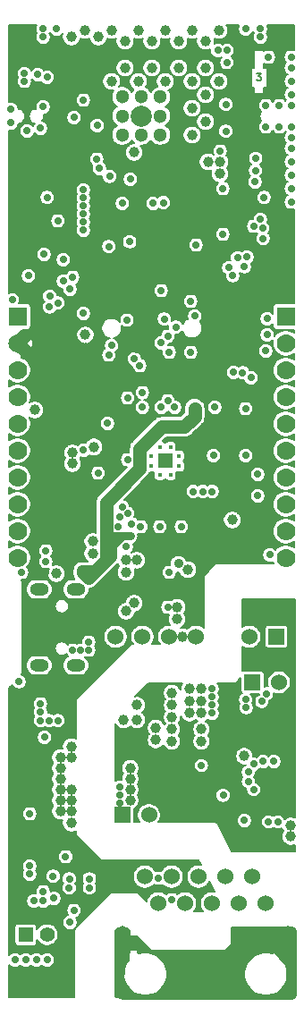
<source format=gbr>
G04 #@! TF.GenerationSoftware,KiCad,Pcbnew,5.1.6-c6e7f7d~87~ubuntu18.04.1*
G04 #@! TF.CreationDate,2021-09-16T13:53:06+03:00*
G04 #@! TF.ProjectId,ESP32-PoE-ISO_Rev_G,45535033-322d-4506-9f45-2d49534f5f52,G*
G04 #@! TF.SameCoordinates,Original*
G04 #@! TF.FileFunction,Copper,L3,Inr*
G04 #@! TF.FilePolarity,Positive*
%FSLAX46Y46*%
G04 Gerber Fmt 4.6, Leading zero omitted, Abs format (unit mm)*
G04 Created by KiCad (PCBNEW 5.1.6-c6e7f7d~87~ubuntu18.04.1) date 2021-09-16 13:53:06*
%MOMM*%
%LPD*%
G01*
G04 APERTURE LIST*
G04 #@! TA.AperFunction,NonConductor*
%ADD10C,0.158750*%
G04 #@! TD*
G04 #@! TA.AperFunction,ViaPad*
%ADD11C,1.300000*%
G04 #@! TD*
G04 #@! TA.AperFunction,ViaPad*
%ADD12C,2.000000*%
G04 #@! TD*
G04 #@! TA.AperFunction,ViaPad*
%ADD13C,1.524000*%
G04 #@! TD*
G04 #@! TA.AperFunction,ViaPad*
%ADD14R,1.524000X1.524000*%
G04 #@! TD*
G04 #@! TA.AperFunction,ViaPad*
%ADD15R,1.400000X1.400000*%
G04 #@! TD*
G04 #@! TA.AperFunction,ViaPad*
%ADD16C,1.400000*%
G04 #@! TD*
G04 #@! TA.AperFunction,ViaPad*
%ADD17C,1.778000*%
G04 #@! TD*
G04 #@! TA.AperFunction,ViaPad*
%ADD18R,1.778000X1.778000*%
G04 #@! TD*
G04 #@! TA.AperFunction,ViaPad*
%ADD19R,0.400000X0.400000*%
G04 #@! TD*
G04 #@! TA.AperFunction,ViaPad*
%ADD20R,1.422400X1.422400*%
G04 #@! TD*
G04 #@! TA.AperFunction,ViaPad*
%ADD21O,1.800000X1.200000*%
G04 #@! TD*
G04 #@! TA.AperFunction,ViaPad*
%ADD22O,1.600000X2.999999*%
G04 #@! TD*
G04 #@! TA.AperFunction,ViaPad*
%ADD23C,1.800000*%
G04 #@! TD*
G04 #@! TA.AperFunction,ViaPad*
%ADD24C,1.000000*%
G04 #@! TD*
G04 #@! TA.AperFunction,ViaPad*
%ADD25C,0.700000*%
G04 #@! TD*
G04 #@! TA.AperFunction,ViaPad*
%ADD26C,0.900000*%
G04 #@! TD*
G04 #@! TA.AperFunction,Conductor*
%ADD27C,1.270000*%
G04 #@! TD*
G04 #@! TA.AperFunction,Conductor*
%ADD28C,1.016000*%
G04 #@! TD*
G04 #@! TA.AperFunction,Conductor*
%ADD29C,0.762000*%
G04 #@! TD*
G04 #@! TA.AperFunction,Conductor*
%ADD30C,0.508000*%
G04 #@! TD*
G04 #@! TA.AperFunction,Conductor*
%ADD31C,0.127000*%
G04 #@! TD*
G04 #@! TA.AperFunction,Conductor*
%ADD32C,0.254000*%
G04 #@! TD*
G04 #@! TA.AperFunction,Conductor*
%ADD33C,0.203200*%
G04 #@! TD*
G04 APERTURE END LIST*
D10*
X114088333Y-100236261D02*
X114481428Y-100236261D01*
X114269761Y-100478166D01*
X114360476Y-100478166D01*
X114420952Y-100508404D01*
X114451190Y-100538642D01*
X114481428Y-100599119D01*
X114481428Y-100750309D01*
X114451190Y-100810785D01*
X114420952Y-100841023D01*
X114360476Y-100871261D01*
X114179047Y-100871261D01*
X114118571Y-100841023D01*
X114088333Y-100810785D01*
D11*
X104940000Y-104235000D03*
X101340000Y-104235000D03*
X103140000Y-106035000D03*
X103140000Y-102435000D03*
X104940000Y-102435000D03*
X101340000Y-102435000D03*
X104940000Y-106035000D03*
D12*
X103140000Y-104235000D03*
D11*
X101340000Y-106035000D03*
D13*
X113411000Y-153543000D03*
D14*
X115951000Y-153543000D03*
D13*
X108331000Y-153543000D03*
X105791000Y-153543000D03*
X100711000Y-153543000D03*
X103251000Y-153543000D03*
D15*
X92209620Y-181759860D03*
D16*
X94221300Y-181757320D03*
D13*
X103866000Y-170434000D03*
D14*
X101366000Y-170434000D03*
D17*
X116840000Y-146080000D03*
X116840000Y-143540000D03*
X116840000Y-138460000D03*
X116840000Y-141000000D03*
X116840000Y-135920000D03*
X116840000Y-133380000D03*
D18*
X116840000Y-123220000D03*
D17*
X116840000Y-125760000D03*
X116840000Y-128300000D03*
X116840000Y-130840000D03*
X91440000Y-130840000D03*
X91440000Y-128300000D03*
X91440000Y-125760000D03*
D18*
X91440000Y-123220000D03*
D17*
X91440000Y-133380000D03*
X91440000Y-135920000D03*
X91440000Y-141000000D03*
X91440000Y-138460000D03*
X91440000Y-143540000D03*
X91440000Y-146080000D03*
D19*
X106710000Y-137406000D03*
X106710000Y-136406000D03*
X105910000Y-135606000D03*
X104910000Y-135606000D03*
X104110000Y-136406000D03*
X104110000Y-137406000D03*
X104910000Y-138206000D03*
X105910000Y-138206000D03*
D20*
X105410000Y-136906000D03*
D21*
X93476000Y-149054000D03*
X96946000Y-149054000D03*
X96946000Y-156254000D03*
X93476000Y-156254000D03*
D22*
X117000000Y-182393000D03*
X101400000Y-182393000D03*
D13*
X114915000Y-178793000D03*
X113645000Y-176253000D03*
X112375000Y-178793000D03*
X111105000Y-176253000D03*
X109835000Y-178793000D03*
X108565000Y-176253000D03*
X107295000Y-178793000D03*
X106025000Y-176253000D03*
X104755000Y-178793000D03*
X103485000Y-176253000D03*
X116185000Y-157861000D03*
D14*
X113685000Y-157861000D03*
D23*
X108204000Y-167646000D03*
D24*
X93091000Y-132080000D03*
X95123000Y-147574000D03*
D25*
X92583000Y-176022000D03*
X92583000Y-175260000D03*
X92583000Y-170307000D03*
X94869000Y-178308000D03*
X94803014Y-176214986D03*
D24*
X102489000Y-107696002D03*
D25*
X97663000Y-112014000D03*
X91821000Y-147447000D03*
X99949000Y-133350000D03*
X97663000Y-135890000D03*
D26*
X106680000Y-146621500D03*
D24*
X107569000Y-147193000D03*
X110617000Y-109728000D03*
X110617000Y-108585000D03*
D25*
X114935000Y-105283000D03*
X116205000Y-105283000D03*
X114935000Y-103251000D03*
X116205000Y-103251000D03*
D24*
X107950000Y-106045000D03*
X109220000Y-104775000D03*
X107950000Y-103505000D03*
X109220000Y-102235000D03*
X110490000Y-100965000D03*
X107950000Y-100965000D03*
X105410000Y-100965000D03*
X102870000Y-100965000D03*
X109220000Y-99695000D03*
X106680000Y-99695000D03*
X104140000Y-99695000D03*
X101600000Y-99695000D03*
X100330000Y-100965000D03*
D25*
X117348000Y-112395000D03*
X117348000Y-111125000D03*
X117348000Y-109855000D03*
X117348000Y-108585000D03*
X117348000Y-107315000D03*
X117348000Y-106299000D03*
X117348000Y-105283000D03*
X117348000Y-103251000D03*
X117348000Y-102235000D03*
X117348000Y-100965000D03*
X117348000Y-99695000D03*
X117348000Y-98679000D03*
X97663000Y-115062000D03*
X97663000Y-114300000D03*
X97663000Y-113538000D03*
X114427000Y-96012000D03*
D24*
X109220000Y-97155000D03*
X106680000Y-97155000D03*
X104140000Y-97155000D03*
X101600000Y-97155000D03*
X99060000Y-96774000D03*
D25*
X93853000Y-96012000D03*
X113030000Y-96012000D03*
D24*
X110490000Y-96139000D03*
X107950000Y-96139000D03*
X105410000Y-96139000D03*
X102870000Y-96139000D03*
X100330000Y-96139000D03*
X97790000Y-96139000D03*
D25*
X102044500Y-116141500D03*
X100076000Y-116600350D03*
X97663000Y-112776000D03*
X97663000Y-111252000D03*
X115189000Y-98679000D03*
D24*
X109474000Y-108585000D03*
D25*
X95123000Y-96012000D03*
D24*
X96520000Y-96774000D03*
D25*
X108966000Y-139785743D03*
X108077000Y-139785743D03*
X109855000Y-139785743D03*
X90932000Y-121666000D03*
X90805000Y-103632000D03*
X90805000Y-104902000D03*
X114427000Y-96774000D03*
X93853000Y-96774000D03*
X92075000Y-100965000D03*
X92075000Y-100228400D03*
X97663000Y-122936000D03*
X99060000Y-138049000D03*
D24*
X98679000Y-135572500D03*
D25*
X95250000Y-161480500D03*
X101854000Y-141859000D03*
X110109000Y-131826000D03*
X114173000Y-140208000D03*
X114173000Y-138176000D03*
X115316000Y-145796000D03*
D24*
X111760000Y-142494000D03*
D25*
X91567000Y-157797496D03*
X93599000Y-160655000D03*
D24*
X96520000Y-163957000D03*
X95504000Y-170053000D03*
X95504000Y-169037000D03*
X96520000Y-170053000D03*
X96520000Y-169037000D03*
X96520000Y-171196000D03*
D25*
X93599000Y-159893000D03*
X93599000Y-161480500D03*
X94424500Y-161480500D03*
X98171000Y-154051000D03*
X98171000Y-154813000D03*
X97409000Y-154813000D03*
X96647000Y-154813000D03*
X93218000Y-184150000D03*
X91186000Y-184150000D03*
X92202000Y-184150000D03*
X94234000Y-184150000D03*
X93853000Y-177673000D03*
X92964000Y-178562000D03*
X93853000Y-178562000D03*
D24*
X96520000Y-168021000D03*
X95504000Y-168021000D03*
X95504000Y-167005000D03*
X95504000Y-165989000D03*
X95504000Y-164973000D03*
X96520000Y-164973000D03*
X106553000Y-150749000D03*
X106553000Y-151892000D03*
D25*
X105664000Y-150749000D03*
D24*
X107061000Y-153543000D03*
D25*
X93853000Y-103378000D03*
X96393000Y-180594000D03*
X96646988Y-119507000D03*
X96774000Y-179451000D03*
X106299000Y-131826000D03*
X101340570Y-141256510D03*
X94477435Y-121303850D03*
X93599000Y-105410000D03*
D24*
X96647000Y-137160000D03*
X96647000Y-136144000D03*
D25*
X114688913Y-115843128D03*
X110871000Y-115442996D03*
X110871000Y-111125000D03*
X97663000Y-102743000D03*
X98171000Y-101726988D03*
X94107000Y-147447000D03*
D24*
X98171000Y-99060000D03*
D25*
X102743000Y-126365000D03*
X102743000Y-125603000D03*
D24*
X98171000Y-98044000D03*
D25*
X94043500Y-98044000D03*
D24*
X97155000Y-98044000D03*
D25*
X93281500Y-98044000D03*
X100584000Y-122174000D03*
X100584000Y-121412000D03*
X105410000Y-119888000D03*
X107823000Y-120777000D03*
X107823000Y-119888000D03*
X97028000Y-130937000D03*
X97028000Y-129921000D03*
D24*
X97917000Y-126238000D03*
X97917000Y-127254000D03*
X97790000Y-132461000D03*
X97790000Y-131445000D03*
X97790000Y-130429000D03*
X97790000Y-129413000D03*
X108839000Y-147193000D03*
X108839000Y-146177000D03*
D25*
X104902000Y-143129000D03*
X105791000Y-147447000D03*
X93980000Y-163067994D03*
X103091479Y-143129000D03*
X106934000Y-143129000D03*
X95979490Y-174371000D03*
X100141480Y-109960758D03*
X101727000Y-145034000D03*
X94107000Y-146431000D03*
X92329000Y-105664000D03*
X93345000Y-100330000D03*
X96393000Y-120650000D03*
X111155990Y-105692601D03*
X95758000Y-119887986D03*
X99187000Y-109219994D03*
X102235000Y-142875000D03*
X94107000Y-145415000D03*
X111252000Y-99187000D03*
X111155990Y-103152601D03*
X94234000Y-100584000D03*
X105332150Y-123474968D03*
X108204000Y-123190000D03*
X95250000Y-114173000D03*
X111252000Y-98044000D03*
X106410622Y-124236990D03*
X114759018Y-111965009D03*
X94466418Y-122311477D03*
X115062000Y-124968000D03*
X102480368Y-127243213D03*
X107823000Y-126619000D03*
X108331000Y-116459000D03*
X95758000Y-117856000D03*
X93929098Y-117348014D03*
X107823000Y-121793000D03*
X112259169Y-117673446D03*
X111800119Y-119360801D03*
X105029000Y-120777000D03*
X112903011Y-118514828D03*
X111887000Y-128523990D03*
X94234000Y-111965000D03*
X105226229Y-112447424D03*
X113157000Y-117602000D03*
X112747155Y-128552845D03*
X105791000Y-126619000D03*
X113918984Y-110490016D03*
X105029000Y-125730000D03*
X113538000Y-129032000D03*
X110617000Y-107569000D03*
X97536000Y-147279360D03*
X98044000Y-148082000D03*
X98552000Y-147447000D03*
X102108000Y-144018000D03*
X108204000Y-132715000D03*
X108204000Y-131953000D03*
X104267000Y-112522000D03*
X101346000Y-112522000D03*
X98963958Y-105156000D03*
X98933000Y-108331000D03*
D24*
X102108000Y-167005000D03*
X102108000Y-165989000D03*
X117284500Y-171450000D03*
X117284500Y-172466000D03*
D25*
X113030000Y-159512000D03*
X113087477Y-160254190D03*
X109855000Y-158496000D03*
D24*
X108839000Y-158496000D03*
X108839000Y-160782000D03*
X108839000Y-159639000D03*
D25*
X109855000Y-159258000D03*
X109855000Y-160020000D03*
X109855000Y-160782000D03*
D24*
X107696000Y-159639000D03*
X107696000Y-160782000D03*
X107696000Y-158496000D03*
D25*
X101092000Y-167767000D03*
X101092000Y-168529000D03*
X101092000Y-169291000D03*
D24*
X102108000Y-168021000D03*
X102108000Y-169037000D03*
X102489000Y-150368000D03*
X101727000Y-151130000D03*
X102743000Y-146304000D03*
X101727000Y-146304000D03*
X101727000Y-147447000D03*
X98552000Y-145669000D03*
X98552000Y-144526000D03*
D25*
X112903000Y-170942000D03*
X108839000Y-165735000D03*
D24*
X108839000Y-163449000D03*
X108839000Y-162306000D03*
D25*
X115011196Y-158927796D03*
X115189000Y-171069000D03*
X116078000Y-171069000D03*
X113284000Y-167259000D03*
X113284000Y-166370000D03*
X113792000Y-165608000D03*
X113792000Y-168021002D03*
X114681000Y-165354000D03*
X115697000Y-165354000D03*
X114622118Y-114876118D03*
X113792000Y-114681000D03*
X110393990Y-98044000D03*
X101790500Y-123571000D03*
X100330005Y-125984000D03*
X100076000Y-126873000D03*
X113030000Y-131953000D03*
X113030000Y-136398000D03*
X102997000Y-127889000D03*
X103250997Y-130428997D03*
X105029000Y-131826000D03*
X103251000Y-131826000D03*
X109981990Y-136398000D03*
X102108008Y-110236000D03*
X113982500Y-108250103D03*
X95250000Y-121950986D03*
X115062000Y-123444000D03*
X105664000Y-125095000D03*
X114427000Y-114046000D03*
X96774000Y-104394000D03*
X105664000Y-131191000D03*
X101854000Y-130937000D03*
X113967984Y-109425000D03*
X114935000Y-126492000D03*
X101854000Y-136779000D03*
X111441342Y-118615666D03*
X100965006Y-143129000D03*
X98234500Y-177293513D03*
X104775000Y-176402960D03*
X98234500Y-176466500D03*
X106044996Y-178435000D03*
X96329499Y-177294710D03*
X96330699Y-176467699D03*
D24*
X114935000Y-181483000D03*
X101092000Y-185420000D03*
X101092000Y-187325000D03*
X102870000Y-182880000D03*
X114935000Y-182880000D03*
X113538000Y-182880000D03*
X112395000Y-185420000D03*
X111125000Y-184150000D03*
X109855000Y-185420000D03*
X117387990Y-185420000D03*
X117387990Y-187387990D03*
X111125000Y-186690000D03*
X108585000Y-186690000D03*
X108585000Y-184150000D03*
X107315000Y-185420000D03*
X106045000Y-186690000D03*
X106045000Y-184150000D03*
D25*
X101092000Y-142240000D03*
D24*
X97853500Y-124968000D03*
D25*
X92456000Y-119380000D03*
D24*
X102743000Y-161417000D03*
X102743000Y-160020000D03*
X104521000Y-162179000D03*
X104521000Y-163322000D03*
X106045000Y-162306000D03*
X106045000Y-163449000D03*
X106045000Y-158877000D03*
X106045000Y-160020000D03*
X106045000Y-161163000D03*
X101473000Y-161417000D03*
D25*
X114565912Y-159674791D03*
X110892970Y-168552724D03*
D24*
X112903000Y-164846000D03*
X107569000Y-163449000D03*
X107569000Y-162306000D03*
X105537000Y-166624000D03*
X105537000Y-167640000D03*
X105537000Y-168656000D03*
D25*
X108077000Y-169164000D03*
D27*
X99822000Y-140843000D02*
X102997000Y-137668000D01*
X107251500Y-133667500D02*
X108204000Y-132715000D01*
X99822000Y-143764000D02*
X99822000Y-140843000D01*
X102997000Y-137668000D02*
X102997000Y-135763000D01*
X102997000Y-135763000D02*
X105092500Y-133667500D01*
X105092500Y-133667500D02*
X107251500Y-133667500D01*
X108204000Y-132715000D02*
X108204000Y-131953000D01*
X99504500Y-146621500D02*
X98171000Y-147955000D01*
D28*
X97536000Y-147279360D02*
X97536000Y-147574000D01*
X97536000Y-147574000D02*
X98044000Y-148082000D01*
D27*
X99631500Y-146494500D02*
X100203000Y-145923000D01*
X99822000Y-146304000D02*
X99631500Y-146494500D01*
X98679000Y-147447000D02*
X99631500Y-146494500D01*
X99822000Y-143764000D02*
X99822000Y-146304000D01*
X100203000Y-144145000D02*
X99822000Y-143764000D01*
X100203000Y-145161000D02*
X100203000Y-144145000D01*
D29*
X102108000Y-144018000D02*
X101346000Y-144018000D01*
D27*
X100203000Y-145923000D02*
X100203000Y-145161000D01*
D29*
X101346000Y-144018000D02*
X100203000Y-145161000D01*
X102108000Y-144018000D02*
X100330000Y-144018000D01*
X100330000Y-144018000D02*
X100203000Y-144145000D01*
D27*
X98552000Y-147447000D02*
X98679000Y-147447000D01*
D29*
X98552000Y-147574000D02*
X98552000Y-147447000D01*
X98044000Y-148082000D02*
X98552000Y-147574000D01*
D28*
X98384360Y-147279360D02*
X97536000Y-147279360D01*
X98552000Y-147447000D02*
X98384360Y-147279360D01*
X117387990Y-181522990D02*
X117348000Y-181483000D01*
X117348000Y-181483000D02*
X114935000Y-181483000D01*
X117387990Y-185420000D02*
X117387990Y-181522990D01*
X101228042Y-181610000D02*
X101346000Y-181610000D01*
X101092000Y-181746042D02*
X101228042Y-181610000D01*
X101092000Y-185420000D02*
X101092000Y-181746042D01*
D30*
X111125000Y-187641990D02*
X101408990Y-187641990D01*
X101408990Y-187641990D02*
X101092000Y-187325000D01*
X117387990Y-187387990D02*
X117133990Y-187641990D01*
X117133990Y-187641990D02*
X111125000Y-187641990D01*
X111125000Y-187641990D02*
X111125000Y-186690000D01*
D28*
X117387990Y-185420000D02*
X117387990Y-187387990D01*
X114935000Y-182880000D02*
X115733802Y-182880000D01*
X115733802Y-182880000D02*
X117387990Y-184534188D01*
X117387990Y-184534188D02*
X117387990Y-184712894D01*
X117387990Y-184712894D02*
X117387990Y-185420000D01*
X117094000Y-182880000D02*
X114935000Y-182880000D01*
X117094000Y-181483000D02*
X117094000Y-182880000D01*
X114935000Y-181483000D02*
X117094000Y-181483000D01*
D29*
X102162894Y-182880000D02*
X101473000Y-182880000D01*
X102870000Y-182880000D02*
X102162894Y-182880000D01*
D31*
G36*
X93216450Y-95671757D02*
G01*
X93162303Y-95802479D01*
X93134700Y-95941254D01*
X93134700Y-96082746D01*
X93162303Y-96221521D01*
X93216450Y-96352243D01*
X93243683Y-96393000D01*
X93216450Y-96433757D01*
X93162303Y-96564479D01*
X93134700Y-96703254D01*
X93134700Y-96844746D01*
X93162303Y-96983521D01*
X93216450Y-97114243D01*
X93295060Y-97231890D01*
X93395110Y-97331940D01*
X93512757Y-97410550D01*
X93643479Y-97464697D01*
X93782254Y-97492300D01*
X93923746Y-97492300D01*
X94062521Y-97464697D01*
X94193243Y-97410550D01*
X94310890Y-97331940D01*
X94410940Y-97231890D01*
X94489550Y-97114243D01*
X94543697Y-96983521D01*
X94571300Y-96844746D01*
X94571300Y-96703254D01*
X94543697Y-96564479D01*
X94489550Y-96433757D01*
X94462317Y-96393000D01*
X94488000Y-96354563D01*
X94565060Y-96469890D01*
X94665110Y-96569940D01*
X94782757Y-96648550D01*
X94913479Y-96702697D01*
X95052254Y-96730300D01*
X95193746Y-96730300D01*
X95332521Y-96702697D01*
X95463243Y-96648550D01*
X95580890Y-96569940D01*
X95680940Y-96469890D01*
X95747203Y-96370722D01*
X95685069Y-96520726D01*
X95651700Y-96688480D01*
X95651700Y-96859520D01*
X95685069Y-97027274D01*
X95750523Y-97185294D01*
X95845548Y-97327509D01*
X95966491Y-97448452D01*
X96108706Y-97543477D01*
X96266726Y-97608931D01*
X96434480Y-97642300D01*
X96605520Y-97642300D01*
X96773274Y-97608931D01*
X96931294Y-97543477D01*
X97073509Y-97448452D01*
X97194452Y-97327509D01*
X97289477Y-97185294D01*
X97354931Y-97027274D01*
X97378579Y-96908392D01*
X97378706Y-96908477D01*
X97536726Y-96973931D01*
X97704480Y-97007300D01*
X97875520Y-97007300D01*
X98043274Y-96973931D01*
X98201294Y-96908477D01*
X98201421Y-96908392D01*
X98225069Y-97027274D01*
X98290523Y-97185294D01*
X98385548Y-97327509D01*
X98506491Y-97448452D01*
X98648706Y-97543477D01*
X98806726Y-97608931D01*
X98974480Y-97642300D01*
X99145520Y-97642300D01*
X99313274Y-97608931D01*
X99471294Y-97543477D01*
X99613509Y-97448452D01*
X99734452Y-97327509D01*
X99829477Y-97185294D01*
X99894931Y-97027274D01*
X99918579Y-96908392D01*
X99918706Y-96908477D01*
X100076726Y-96973931D01*
X100244480Y-97007300D01*
X100415520Y-97007300D01*
X100583274Y-96973931D01*
X100741294Y-96908477D01*
X100770301Y-96889095D01*
X100765069Y-96901726D01*
X100731700Y-97069480D01*
X100731700Y-97240520D01*
X100765069Y-97408274D01*
X100830523Y-97566294D01*
X100925548Y-97708509D01*
X101046491Y-97829452D01*
X101188706Y-97924477D01*
X101346726Y-97989931D01*
X101514480Y-98023300D01*
X101685520Y-98023300D01*
X101853274Y-97989931D01*
X102011294Y-97924477D01*
X102153509Y-97829452D01*
X102274452Y-97708509D01*
X102369477Y-97566294D01*
X102434931Y-97408274D01*
X102468300Y-97240520D01*
X102468300Y-97069480D01*
X102434931Y-96901726D01*
X102429699Y-96889095D01*
X102458706Y-96908477D01*
X102616726Y-96973931D01*
X102784480Y-97007300D01*
X102955520Y-97007300D01*
X103123274Y-96973931D01*
X103281294Y-96908477D01*
X103310301Y-96889095D01*
X103305069Y-96901726D01*
X103271700Y-97069480D01*
X103271700Y-97240520D01*
X103305069Y-97408274D01*
X103370523Y-97566294D01*
X103465548Y-97708509D01*
X103586491Y-97829452D01*
X103728706Y-97924477D01*
X103886726Y-97989931D01*
X104054480Y-98023300D01*
X104225520Y-98023300D01*
X104393274Y-97989931D01*
X104551294Y-97924477D01*
X104693509Y-97829452D01*
X104814452Y-97708509D01*
X104909477Y-97566294D01*
X104974931Y-97408274D01*
X105008300Y-97240520D01*
X105008300Y-97069480D01*
X104974931Y-96901726D01*
X104969699Y-96889095D01*
X104998706Y-96908477D01*
X105156726Y-96973931D01*
X105324480Y-97007300D01*
X105495520Y-97007300D01*
X105663274Y-96973931D01*
X105821294Y-96908477D01*
X105850301Y-96889095D01*
X105845069Y-96901726D01*
X105811700Y-97069480D01*
X105811700Y-97240520D01*
X105845069Y-97408274D01*
X105910523Y-97566294D01*
X106005548Y-97708509D01*
X106126491Y-97829452D01*
X106268706Y-97924477D01*
X106426726Y-97989931D01*
X106594480Y-98023300D01*
X106765520Y-98023300D01*
X106933274Y-97989931D01*
X107091294Y-97924477D01*
X107233509Y-97829452D01*
X107354452Y-97708509D01*
X107449477Y-97566294D01*
X107514931Y-97408274D01*
X107548300Y-97240520D01*
X107548300Y-97069480D01*
X107514931Y-96901726D01*
X107509699Y-96889095D01*
X107538706Y-96908477D01*
X107696726Y-96973931D01*
X107864480Y-97007300D01*
X108035520Y-97007300D01*
X108203274Y-96973931D01*
X108361294Y-96908477D01*
X108390301Y-96889095D01*
X108385069Y-96901726D01*
X108351700Y-97069480D01*
X108351700Y-97240520D01*
X108385069Y-97408274D01*
X108450523Y-97566294D01*
X108545548Y-97708509D01*
X108666491Y-97829452D01*
X108808706Y-97924477D01*
X108966726Y-97989931D01*
X109134480Y-98023300D01*
X109305520Y-98023300D01*
X109473274Y-97989931D01*
X109631294Y-97924477D01*
X109693684Y-97882789D01*
X109675690Y-97973254D01*
X109675690Y-98114746D01*
X109703293Y-98253521D01*
X109757440Y-98384243D01*
X109836050Y-98501890D01*
X109936100Y-98601940D01*
X110053747Y-98680550D01*
X110184469Y-98734697D01*
X110323244Y-98762300D01*
X110464736Y-98762300D01*
X110603511Y-98734697D01*
X110734233Y-98680550D01*
X110759509Y-98663661D01*
X110694060Y-98729110D01*
X110615450Y-98846757D01*
X110561303Y-98977479D01*
X110533700Y-99116254D01*
X110533700Y-99257746D01*
X110561303Y-99396521D01*
X110615450Y-99527243D01*
X110694060Y-99644890D01*
X110794110Y-99744940D01*
X110911757Y-99823550D01*
X111042479Y-99877697D01*
X111181254Y-99905300D01*
X111322746Y-99905300D01*
X111461521Y-99877697D01*
X111592243Y-99823550D01*
X111709890Y-99744940D01*
X111736018Y-99718812D01*
X113549944Y-99718812D01*
X113549944Y-101566662D01*
X113855500Y-101566662D01*
X113855500Y-102108000D01*
X113856720Y-102120388D01*
X113860334Y-102132300D01*
X113866202Y-102143279D01*
X113874099Y-102152901D01*
X113883721Y-102160798D01*
X113894700Y-102166666D01*
X113906612Y-102170280D01*
X113919000Y-102171500D01*
X114681000Y-102171500D01*
X114693388Y-102170280D01*
X114705300Y-102166666D01*
X114716279Y-102160798D01*
X114725901Y-102152901D01*
X114733798Y-102143279D01*
X114739666Y-102132300D01*
X114743280Y-102120388D01*
X114744500Y-102108000D01*
X114744500Y-101566662D01*
X115050056Y-101566662D01*
X115050056Y-99718812D01*
X114744500Y-99718812D01*
X114744500Y-99245887D01*
X114848757Y-99315550D01*
X114979479Y-99369697D01*
X115118254Y-99397300D01*
X115259746Y-99397300D01*
X115398521Y-99369697D01*
X115529243Y-99315550D01*
X115646890Y-99236940D01*
X115746940Y-99136890D01*
X115825550Y-99019243D01*
X115879697Y-98888521D01*
X115907300Y-98749746D01*
X115907300Y-98608254D01*
X115879697Y-98469479D01*
X115825550Y-98338757D01*
X115746940Y-98221110D01*
X115646890Y-98121060D01*
X115529243Y-98042450D01*
X115398521Y-97988303D01*
X115259746Y-97960700D01*
X115118254Y-97960700D01*
X114979479Y-97988303D01*
X114848757Y-98042450D01*
X114744500Y-98112113D01*
X114744500Y-98044000D01*
X114743280Y-98031612D01*
X114739666Y-98019700D01*
X114733798Y-98008721D01*
X114725901Y-97999099D01*
X114716279Y-97991202D01*
X114705300Y-97985334D01*
X114693388Y-97981720D01*
X114681000Y-97980500D01*
X113919000Y-97980500D01*
X113906612Y-97981720D01*
X113894700Y-97985334D01*
X113883721Y-97991202D01*
X113874099Y-97999099D01*
X113866202Y-98008721D01*
X113860334Y-98019700D01*
X113856720Y-98031612D01*
X113855500Y-98044000D01*
X113855500Y-99718812D01*
X113549944Y-99718812D01*
X111736018Y-99718812D01*
X111809940Y-99644890D01*
X111888550Y-99527243D01*
X111942697Y-99396521D01*
X111970300Y-99257746D01*
X111970300Y-99116254D01*
X111942697Y-98977479D01*
X111888550Y-98846757D01*
X111809940Y-98729110D01*
X111709890Y-98629060D01*
X111689596Y-98615500D01*
X111709890Y-98601940D01*
X111809940Y-98501890D01*
X111888550Y-98384243D01*
X111942697Y-98253521D01*
X111970300Y-98114746D01*
X111970300Y-97973254D01*
X111942697Y-97834479D01*
X111888550Y-97703757D01*
X111809940Y-97586110D01*
X111709890Y-97486060D01*
X111592243Y-97407450D01*
X111461521Y-97353303D01*
X111322746Y-97325700D01*
X111181254Y-97325700D01*
X111042479Y-97353303D01*
X110911757Y-97407450D01*
X110822995Y-97466759D01*
X110734233Y-97407450D01*
X110603511Y-97353303D01*
X110464736Y-97325700D01*
X110323244Y-97325700D01*
X110184469Y-97353303D01*
X110055216Y-97406842D01*
X110088300Y-97240520D01*
X110088300Y-97069480D01*
X110054931Y-96901726D01*
X110049699Y-96889095D01*
X110078706Y-96908477D01*
X110236726Y-96973931D01*
X110404480Y-97007300D01*
X110575520Y-97007300D01*
X110743274Y-96973931D01*
X110901294Y-96908477D01*
X111043509Y-96813452D01*
X111164452Y-96692509D01*
X111259477Y-96550294D01*
X111324931Y-96392274D01*
X111358300Y-96224520D01*
X111358300Y-96053480D01*
X111324931Y-95885726D01*
X111259477Y-95727706D01*
X111204415Y-95645300D01*
X112411128Y-95645300D01*
X112393450Y-95671757D01*
X112339303Y-95802479D01*
X112311700Y-95941254D01*
X112311700Y-96082746D01*
X112339303Y-96221521D01*
X112393450Y-96352243D01*
X112472060Y-96469890D01*
X112572110Y-96569940D01*
X112689757Y-96648550D01*
X112820479Y-96702697D01*
X112959254Y-96730300D01*
X113100746Y-96730300D01*
X113239521Y-96702697D01*
X113370243Y-96648550D01*
X113487890Y-96569940D01*
X113587940Y-96469890D01*
X113666550Y-96352243D01*
X113720697Y-96221521D01*
X113728500Y-96182291D01*
X113736303Y-96221521D01*
X113790450Y-96352243D01*
X113817683Y-96393000D01*
X113790450Y-96433757D01*
X113736303Y-96564479D01*
X113708700Y-96703254D01*
X113708700Y-96844746D01*
X113736303Y-96983521D01*
X113790450Y-97114243D01*
X113869060Y-97231890D01*
X113969110Y-97331940D01*
X114086757Y-97410550D01*
X114217479Y-97464697D01*
X114356254Y-97492300D01*
X114497746Y-97492300D01*
X114636521Y-97464697D01*
X114767243Y-97410550D01*
X114884890Y-97331940D01*
X114984940Y-97231890D01*
X115063550Y-97114243D01*
X115117697Y-96983521D01*
X115145300Y-96844746D01*
X115145300Y-96703254D01*
X115117697Y-96564479D01*
X115063550Y-96433757D01*
X115036317Y-96393000D01*
X115063550Y-96352243D01*
X115117697Y-96221521D01*
X115145300Y-96082746D01*
X115145300Y-95941254D01*
X115117697Y-95802479D01*
X115063550Y-95671757D01*
X115045872Y-95645300D01*
X117654701Y-95645300D01*
X117654701Y-98028556D01*
X117557521Y-97988303D01*
X117418746Y-97960700D01*
X117277254Y-97960700D01*
X117138479Y-97988303D01*
X117007757Y-98042450D01*
X116890110Y-98121060D01*
X116790060Y-98221110D01*
X116711450Y-98338757D01*
X116657303Y-98469479D01*
X116629700Y-98608254D01*
X116629700Y-98749746D01*
X116657303Y-98888521D01*
X116711450Y-99019243D01*
X116790060Y-99136890D01*
X116840170Y-99187000D01*
X116790060Y-99237110D01*
X116711450Y-99354757D01*
X116657303Y-99485479D01*
X116629700Y-99624254D01*
X116629700Y-99765746D01*
X116657303Y-99904521D01*
X116711450Y-100035243D01*
X116790060Y-100152890D01*
X116890110Y-100252940D01*
X117005437Y-100330000D01*
X116890110Y-100407060D01*
X116790060Y-100507110D01*
X116711450Y-100624757D01*
X116657303Y-100755479D01*
X116629700Y-100894254D01*
X116629700Y-101035746D01*
X116657303Y-101174521D01*
X116711450Y-101305243D01*
X116790060Y-101422890D01*
X116890110Y-101522940D01*
X117005437Y-101600000D01*
X116890110Y-101677060D01*
X116790060Y-101777110D01*
X116711450Y-101894757D01*
X116657303Y-102025479D01*
X116629700Y-102164254D01*
X116629700Y-102305746D01*
X116657303Y-102444521D01*
X116711450Y-102575243D01*
X116790060Y-102692890D01*
X116840170Y-102743000D01*
X116790060Y-102793110D01*
X116776500Y-102813404D01*
X116762940Y-102793110D01*
X116662890Y-102693060D01*
X116545243Y-102614450D01*
X116414521Y-102560303D01*
X116275746Y-102532700D01*
X116134254Y-102532700D01*
X115995479Y-102560303D01*
X115864757Y-102614450D01*
X115747110Y-102693060D01*
X115647060Y-102793110D01*
X115570000Y-102908437D01*
X115492940Y-102793110D01*
X115392890Y-102693060D01*
X115275243Y-102614450D01*
X115144521Y-102560303D01*
X115005746Y-102532700D01*
X114864254Y-102532700D01*
X114725479Y-102560303D01*
X114594757Y-102614450D01*
X114477110Y-102693060D01*
X114377060Y-102793110D01*
X114298450Y-102910757D01*
X114244303Y-103041479D01*
X114216700Y-103180254D01*
X114216700Y-103321746D01*
X114244303Y-103460521D01*
X114298450Y-103591243D01*
X114377060Y-103708890D01*
X114477110Y-103808940D01*
X114493746Y-103820056D01*
X114422450Y-103926757D01*
X114368303Y-104057479D01*
X114340700Y-104196254D01*
X114340700Y-104337746D01*
X114368303Y-104476521D01*
X114422450Y-104607243D01*
X114493746Y-104713944D01*
X114477110Y-104725060D01*
X114377060Y-104825110D01*
X114298450Y-104942757D01*
X114244303Y-105073479D01*
X114216700Y-105212254D01*
X114216700Y-105353746D01*
X114244303Y-105492521D01*
X114298450Y-105623243D01*
X114377060Y-105740890D01*
X114477110Y-105840940D01*
X114594757Y-105919550D01*
X114725479Y-105973697D01*
X114864254Y-106001300D01*
X115005746Y-106001300D01*
X115144521Y-105973697D01*
X115275243Y-105919550D01*
X115392890Y-105840940D01*
X115492940Y-105740890D01*
X115570000Y-105625563D01*
X115647060Y-105740890D01*
X115747110Y-105840940D01*
X115864757Y-105919550D01*
X115995479Y-105973697D01*
X116134254Y-106001300D01*
X116275746Y-106001300D01*
X116414521Y-105973697D01*
X116545243Y-105919550D01*
X116662890Y-105840940D01*
X116762940Y-105740890D01*
X116776500Y-105720596D01*
X116790060Y-105740890D01*
X116840170Y-105791000D01*
X116790060Y-105841110D01*
X116711450Y-105958757D01*
X116657303Y-106089479D01*
X116629700Y-106228254D01*
X116629700Y-106369746D01*
X116657303Y-106508521D01*
X116711450Y-106639243D01*
X116790060Y-106756890D01*
X116840170Y-106807000D01*
X116790060Y-106857110D01*
X116711450Y-106974757D01*
X116657303Y-107105479D01*
X116629700Y-107244254D01*
X116629700Y-107385746D01*
X116657303Y-107524521D01*
X116711450Y-107655243D01*
X116790060Y-107772890D01*
X116890110Y-107872940D01*
X117005437Y-107950000D01*
X116890110Y-108027060D01*
X116790060Y-108127110D01*
X116711450Y-108244757D01*
X116657303Y-108375479D01*
X116629700Y-108514254D01*
X116629700Y-108655746D01*
X116657303Y-108794521D01*
X116711450Y-108925243D01*
X116790060Y-109042890D01*
X116890110Y-109142940D01*
X117005437Y-109220000D01*
X116890110Y-109297060D01*
X116790060Y-109397110D01*
X116711450Y-109514757D01*
X116657303Y-109645479D01*
X116629700Y-109784254D01*
X116629700Y-109925746D01*
X116657303Y-110064521D01*
X116711450Y-110195243D01*
X116790060Y-110312890D01*
X116890110Y-110412940D01*
X117005437Y-110490000D01*
X116890110Y-110567060D01*
X116790060Y-110667110D01*
X116711450Y-110784757D01*
X116657303Y-110915479D01*
X116629700Y-111054254D01*
X116629700Y-111195746D01*
X116657303Y-111334521D01*
X116711450Y-111465243D01*
X116790060Y-111582890D01*
X116890110Y-111682940D01*
X117005437Y-111760000D01*
X116890110Y-111837060D01*
X116790060Y-111937110D01*
X116711450Y-112054757D01*
X116657303Y-112185479D01*
X116629700Y-112324254D01*
X116629700Y-112465746D01*
X116657303Y-112604521D01*
X116711450Y-112735243D01*
X116790060Y-112852890D01*
X116890110Y-112952940D01*
X117007757Y-113031550D01*
X117138479Y-113085697D01*
X117277254Y-113113300D01*
X117418746Y-113113300D01*
X117557521Y-113085697D01*
X117654701Y-113045444D01*
X117654701Y-121960918D01*
X115951000Y-121960918D01*
X115878801Y-121968029D01*
X115809376Y-121989089D01*
X115745393Y-122023288D01*
X115689313Y-122069313D01*
X115643288Y-122125393D01*
X115609089Y-122189376D01*
X115588029Y-122258801D01*
X115580918Y-122331000D01*
X115580918Y-122947088D01*
X115519890Y-122886060D01*
X115402243Y-122807450D01*
X115271521Y-122753303D01*
X115132746Y-122725700D01*
X114991254Y-122725700D01*
X114852479Y-122753303D01*
X114721757Y-122807450D01*
X114604110Y-122886060D01*
X114504060Y-122986110D01*
X114425450Y-123103757D01*
X114371303Y-123234479D01*
X114343700Y-123373254D01*
X114343700Y-123514746D01*
X114371303Y-123653521D01*
X114425450Y-123784243D01*
X114504060Y-123901890D01*
X114604110Y-124001940D01*
X114721757Y-124080550D01*
X114852479Y-124134697D01*
X114991254Y-124162300D01*
X115132746Y-124162300D01*
X115271521Y-124134697D01*
X115402243Y-124080550D01*
X115519890Y-124001940D01*
X115580918Y-123940912D01*
X115580918Y-124109000D01*
X115588029Y-124181199D01*
X115609089Y-124250624D01*
X115643288Y-124314607D01*
X115689313Y-124370687D01*
X115745393Y-124416712D01*
X115809376Y-124450911D01*
X115878801Y-124471971D01*
X115951000Y-124479082D01*
X117654701Y-124479082D01*
X117654701Y-124796610D01*
X117641482Y-124783391D01*
X117435555Y-124645795D01*
X117206741Y-124551017D01*
X116963833Y-124502700D01*
X116716167Y-124502700D01*
X116473259Y-124551017D01*
X116244445Y-124645795D01*
X116038518Y-124783391D01*
X115863391Y-124958518D01*
X115767803Y-125101576D01*
X115780300Y-125038746D01*
X115780300Y-124897254D01*
X115752697Y-124758479D01*
X115698550Y-124627757D01*
X115619940Y-124510110D01*
X115519890Y-124410060D01*
X115402243Y-124331450D01*
X115271521Y-124277303D01*
X115132746Y-124249700D01*
X114991254Y-124249700D01*
X114852479Y-124277303D01*
X114721757Y-124331450D01*
X114604110Y-124410060D01*
X114504060Y-124510110D01*
X114425450Y-124627757D01*
X114371303Y-124758479D01*
X114343700Y-124897254D01*
X114343700Y-125038746D01*
X114371303Y-125177521D01*
X114425450Y-125308243D01*
X114504060Y-125425890D01*
X114604110Y-125525940D01*
X114721757Y-125604550D01*
X114852479Y-125658697D01*
X114991254Y-125686300D01*
X115132746Y-125686300D01*
X115271521Y-125658697D01*
X115402243Y-125604550D01*
X115519890Y-125525940D01*
X115619940Y-125425890D01*
X115626470Y-125416117D01*
X115582700Y-125636167D01*
X115582700Y-125883833D01*
X115631017Y-126126741D01*
X115725795Y-126355555D01*
X115863391Y-126561482D01*
X116038518Y-126736609D01*
X116244445Y-126874205D01*
X116473259Y-126968983D01*
X116716167Y-127017300D01*
X116963833Y-127017300D01*
X117206741Y-126968983D01*
X117435555Y-126874205D01*
X117641482Y-126736609D01*
X117654701Y-126723390D01*
X117654701Y-127336610D01*
X117641482Y-127323391D01*
X117435555Y-127185795D01*
X117206741Y-127091017D01*
X116963833Y-127042700D01*
X116716167Y-127042700D01*
X116473259Y-127091017D01*
X116244445Y-127185795D01*
X116038518Y-127323391D01*
X115863391Y-127498518D01*
X115725795Y-127704445D01*
X115631017Y-127933259D01*
X115582700Y-128176167D01*
X115582700Y-128423833D01*
X115631017Y-128666741D01*
X115725795Y-128895555D01*
X115863391Y-129101482D01*
X116038518Y-129276609D01*
X116244445Y-129414205D01*
X116473259Y-129508983D01*
X116716167Y-129557300D01*
X116963833Y-129557300D01*
X117206741Y-129508983D01*
X117435555Y-129414205D01*
X117641482Y-129276609D01*
X117654701Y-129263390D01*
X117654701Y-129876610D01*
X117641482Y-129863391D01*
X117435555Y-129725795D01*
X117206741Y-129631017D01*
X116963833Y-129582700D01*
X116716167Y-129582700D01*
X116473259Y-129631017D01*
X116244445Y-129725795D01*
X116038518Y-129863391D01*
X115863391Y-130038518D01*
X115725795Y-130244445D01*
X115631017Y-130473259D01*
X115582700Y-130716167D01*
X115582700Y-130963833D01*
X115631017Y-131206741D01*
X115725795Y-131435555D01*
X115863391Y-131641482D01*
X116038518Y-131816609D01*
X116244445Y-131954205D01*
X116473259Y-132048983D01*
X116716167Y-132097300D01*
X116963833Y-132097300D01*
X117206741Y-132048983D01*
X117435555Y-131954205D01*
X117641482Y-131816609D01*
X117654701Y-131803390D01*
X117654701Y-132416610D01*
X117641482Y-132403391D01*
X117435555Y-132265795D01*
X117206741Y-132171017D01*
X116963833Y-132122700D01*
X116716167Y-132122700D01*
X116473259Y-132171017D01*
X116244445Y-132265795D01*
X116038518Y-132403391D01*
X115863391Y-132578518D01*
X115725795Y-132784445D01*
X115631017Y-133013259D01*
X115582700Y-133256167D01*
X115582700Y-133503833D01*
X115631017Y-133746741D01*
X115725795Y-133975555D01*
X115863391Y-134181482D01*
X116038518Y-134356609D01*
X116244445Y-134494205D01*
X116473259Y-134588983D01*
X116716167Y-134637300D01*
X116963833Y-134637300D01*
X117206741Y-134588983D01*
X117435555Y-134494205D01*
X117641482Y-134356609D01*
X117654701Y-134343390D01*
X117654701Y-134956610D01*
X117641482Y-134943391D01*
X117435555Y-134805795D01*
X117206741Y-134711017D01*
X116963833Y-134662700D01*
X116716167Y-134662700D01*
X116473259Y-134711017D01*
X116244445Y-134805795D01*
X116038518Y-134943391D01*
X115863391Y-135118518D01*
X115725795Y-135324445D01*
X115631017Y-135553259D01*
X115582700Y-135796167D01*
X115582700Y-136043833D01*
X115631017Y-136286741D01*
X115725795Y-136515555D01*
X115863391Y-136721482D01*
X116038518Y-136896609D01*
X116244445Y-137034205D01*
X116473259Y-137128983D01*
X116716167Y-137177300D01*
X116963833Y-137177300D01*
X117206741Y-137128983D01*
X117435555Y-137034205D01*
X117641482Y-136896609D01*
X117654701Y-136883390D01*
X117654701Y-137496610D01*
X117641482Y-137483391D01*
X117435555Y-137345795D01*
X117206741Y-137251017D01*
X116963833Y-137202700D01*
X116716167Y-137202700D01*
X116473259Y-137251017D01*
X116244445Y-137345795D01*
X116038518Y-137483391D01*
X115863391Y-137658518D01*
X115725795Y-137864445D01*
X115631017Y-138093259D01*
X115582700Y-138336167D01*
X115582700Y-138583833D01*
X115631017Y-138826741D01*
X115725795Y-139055555D01*
X115863391Y-139261482D01*
X116038518Y-139436609D01*
X116244445Y-139574205D01*
X116473259Y-139668983D01*
X116716167Y-139717300D01*
X116963833Y-139717300D01*
X117206741Y-139668983D01*
X117435555Y-139574205D01*
X117641482Y-139436609D01*
X117654701Y-139423390D01*
X117654701Y-140036610D01*
X117641482Y-140023391D01*
X117435555Y-139885795D01*
X117206741Y-139791017D01*
X116963833Y-139742700D01*
X116716167Y-139742700D01*
X116473259Y-139791017D01*
X116244445Y-139885795D01*
X116038518Y-140023391D01*
X115863391Y-140198518D01*
X115725795Y-140404445D01*
X115631017Y-140633259D01*
X115582700Y-140876167D01*
X115582700Y-141123833D01*
X115631017Y-141366741D01*
X115725795Y-141595555D01*
X115863391Y-141801482D01*
X116038518Y-141976609D01*
X116244445Y-142114205D01*
X116473259Y-142208983D01*
X116716167Y-142257300D01*
X116963833Y-142257300D01*
X117206741Y-142208983D01*
X117435555Y-142114205D01*
X117641482Y-141976609D01*
X117654700Y-141963391D01*
X117654700Y-142576609D01*
X117641482Y-142563391D01*
X117435555Y-142425795D01*
X117206741Y-142331017D01*
X116963833Y-142282700D01*
X116716167Y-142282700D01*
X116473259Y-142331017D01*
X116244445Y-142425795D01*
X116038518Y-142563391D01*
X115863391Y-142738518D01*
X115725795Y-142944445D01*
X115631017Y-143173259D01*
X115582700Y-143416167D01*
X115582700Y-143663833D01*
X115631017Y-143906741D01*
X115725795Y-144135555D01*
X115863391Y-144341482D01*
X116038518Y-144516609D01*
X116244445Y-144654205D01*
X116473259Y-144748983D01*
X116716167Y-144797300D01*
X116963833Y-144797300D01*
X117206741Y-144748983D01*
X117435555Y-144654205D01*
X117641482Y-144516609D01*
X117654700Y-144503391D01*
X117654700Y-145116609D01*
X117641482Y-145103391D01*
X117435555Y-144965795D01*
X117206741Y-144871017D01*
X116963833Y-144822700D01*
X116716167Y-144822700D01*
X116473259Y-144871017D01*
X116244445Y-144965795D01*
X116038518Y-145103391D01*
X115863391Y-145278518D01*
X115843747Y-145307917D01*
X115773890Y-145238060D01*
X115656243Y-145159450D01*
X115525521Y-145105303D01*
X115386746Y-145077700D01*
X115245254Y-145077700D01*
X115106479Y-145105303D01*
X114975757Y-145159450D01*
X114858110Y-145238060D01*
X114758060Y-145338110D01*
X114679450Y-145455757D01*
X114625303Y-145586479D01*
X114597700Y-145725254D01*
X114597700Y-145866746D01*
X114625303Y-146005521D01*
X114679450Y-146136243D01*
X114758060Y-146253890D01*
X114858110Y-146353940D01*
X114975757Y-146432550D01*
X115106479Y-146486697D01*
X115245254Y-146514300D01*
X115386746Y-146514300D01*
X115525521Y-146486697D01*
X115630329Y-146443284D01*
X115631017Y-146446741D01*
X115703405Y-146621500D01*
X110236000Y-146621500D01*
X110223612Y-146622720D01*
X110211700Y-146626334D01*
X110200721Y-146632202D01*
X110191099Y-146640099D01*
X109073499Y-147757699D01*
X109065602Y-147767321D01*
X109059734Y-147778300D01*
X109056120Y-147790212D01*
X109054900Y-147802600D01*
X109054900Y-152668415D01*
X109051524Y-152665039D01*
X108866398Y-152541341D01*
X108660696Y-152456137D01*
X108442325Y-152412700D01*
X108219675Y-152412700D01*
X108001304Y-152456137D01*
X107795602Y-152541341D01*
X107610476Y-152665039D01*
X107490097Y-152785418D01*
X107472294Y-152773523D01*
X107314274Y-152708069D01*
X107146520Y-152674700D01*
X106975480Y-152674700D01*
X106892542Y-152691198D01*
X106964294Y-152661477D01*
X107106509Y-152566452D01*
X107227452Y-152445509D01*
X107322477Y-152303294D01*
X107387931Y-152145274D01*
X107421300Y-151977520D01*
X107421300Y-151806480D01*
X107387931Y-151638726D01*
X107322477Y-151480706D01*
X107227452Y-151338491D01*
X107209461Y-151320500D01*
X107227452Y-151302509D01*
X107322477Y-151160294D01*
X107387931Y-151002274D01*
X107421300Y-150834520D01*
X107421300Y-150663480D01*
X107387931Y-150495726D01*
X107322477Y-150337706D01*
X107227452Y-150195491D01*
X107106509Y-150074548D01*
X106964294Y-149979523D01*
X106806274Y-149914069D01*
X106638520Y-149880700D01*
X106467480Y-149880700D01*
X106299726Y-149914069D01*
X106141706Y-149979523D01*
X105999491Y-150074548D01*
X105974082Y-150099957D01*
X105873521Y-150058303D01*
X105734746Y-150030700D01*
X105593254Y-150030700D01*
X105454479Y-150058303D01*
X105323757Y-150112450D01*
X105206110Y-150191060D01*
X105106060Y-150291110D01*
X105027450Y-150408757D01*
X104973303Y-150539479D01*
X104945700Y-150678254D01*
X104945700Y-150819746D01*
X104973303Y-150958521D01*
X105027450Y-151089243D01*
X105106060Y-151206890D01*
X105206110Y-151306940D01*
X105323757Y-151385550D01*
X105454479Y-151439697D01*
X105593254Y-151467300D01*
X105734746Y-151467300D01*
X105801330Y-151454056D01*
X105783523Y-151480706D01*
X105718069Y-151638726D01*
X105684700Y-151806480D01*
X105684700Y-151977520D01*
X105718069Y-152145274D01*
X105783523Y-152303294D01*
X105856626Y-152412700D01*
X105679675Y-152412700D01*
X105461304Y-152456137D01*
X105255602Y-152541341D01*
X105070476Y-152665039D01*
X104913039Y-152822476D01*
X104789341Y-153007602D01*
X104704137Y-153213304D01*
X104660700Y-153431675D01*
X104660700Y-153654325D01*
X104704137Y-153872696D01*
X104789341Y-154078398D01*
X104898323Y-154241500D01*
X104143677Y-154241500D01*
X104252659Y-154078398D01*
X104337863Y-153872696D01*
X104381300Y-153654325D01*
X104381300Y-153431675D01*
X104337863Y-153213304D01*
X104252659Y-153007602D01*
X104128961Y-152822476D01*
X103971524Y-152665039D01*
X103786398Y-152541341D01*
X103580696Y-152456137D01*
X103362325Y-152412700D01*
X103139675Y-152412700D01*
X102921304Y-152456137D01*
X102715602Y-152541341D01*
X102530476Y-152665039D01*
X102373039Y-152822476D01*
X102249341Y-153007602D01*
X102164137Y-153213304D01*
X102120700Y-153431675D01*
X102120700Y-153654325D01*
X102164137Y-153872696D01*
X102249341Y-154078398D01*
X102358323Y-154241500D01*
X102235000Y-154241500D01*
X102222612Y-154242720D01*
X102210700Y-154246334D01*
X102199721Y-154252202D01*
X102190099Y-154260099D01*
X96995799Y-159454399D01*
X96987902Y-159464021D01*
X96982034Y-159475000D01*
X96978420Y-159486912D01*
X96977200Y-159499300D01*
X96977200Y-163218196D01*
X96931294Y-163187523D01*
X96773274Y-163122069D01*
X96605520Y-163088700D01*
X96434480Y-163088700D01*
X96266726Y-163122069D01*
X96108706Y-163187523D01*
X95966491Y-163282548D01*
X95845548Y-163403491D01*
X95750523Y-163545706D01*
X95685069Y-163703726D01*
X95651700Y-163871480D01*
X95651700Y-164042520D01*
X95667140Y-164120140D01*
X95589520Y-164104700D01*
X95418480Y-164104700D01*
X95250726Y-164138069D01*
X95092706Y-164203523D01*
X94950491Y-164298548D01*
X94829548Y-164419491D01*
X94734523Y-164561706D01*
X94669069Y-164719726D01*
X94635700Y-164887480D01*
X94635700Y-165058520D01*
X94669069Y-165226274D01*
X94734523Y-165384294D01*
X94799140Y-165481000D01*
X94734523Y-165577706D01*
X94669069Y-165735726D01*
X94635700Y-165903480D01*
X94635700Y-166074520D01*
X94669069Y-166242274D01*
X94734523Y-166400294D01*
X94799140Y-166497000D01*
X94734523Y-166593706D01*
X94669069Y-166751726D01*
X94635700Y-166919480D01*
X94635700Y-167090520D01*
X94669069Y-167258274D01*
X94734523Y-167416294D01*
X94799140Y-167513000D01*
X94734523Y-167609706D01*
X94669069Y-167767726D01*
X94635700Y-167935480D01*
X94635700Y-168106520D01*
X94669069Y-168274274D01*
X94734523Y-168432294D01*
X94799140Y-168529000D01*
X94734523Y-168625706D01*
X94669069Y-168783726D01*
X94635700Y-168951480D01*
X94635700Y-169122520D01*
X94669069Y-169290274D01*
X94734523Y-169448294D01*
X94799140Y-169545000D01*
X94734523Y-169641706D01*
X94669069Y-169799726D01*
X94635700Y-169967480D01*
X94635700Y-170138520D01*
X94669069Y-170306274D01*
X94734523Y-170464294D01*
X94829548Y-170606509D01*
X94950491Y-170727452D01*
X95092706Y-170822477D01*
X95250726Y-170887931D01*
X95418480Y-170921300D01*
X95589520Y-170921300D01*
X95703320Y-170898663D01*
X95685069Y-170942726D01*
X95651700Y-171110480D01*
X95651700Y-171281520D01*
X95685069Y-171449274D01*
X95750523Y-171607294D01*
X95845548Y-171749509D01*
X95966491Y-171870452D01*
X96108706Y-171965477D01*
X96266726Y-172030931D01*
X96434480Y-172064300D01*
X96605520Y-172064300D01*
X96773274Y-172030931D01*
X96931294Y-171965477D01*
X96977200Y-171934804D01*
X96977200Y-172326300D01*
X96978559Y-172339368D01*
X96982303Y-172351240D01*
X96988290Y-172362154D01*
X96996292Y-172371689D01*
X99345792Y-174670389D01*
X99354921Y-174677798D01*
X99365900Y-174683666D01*
X99377812Y-174687280D01*
X99390200Y-174688500D01*
X108596668Y-174688500D01*
X108830613Y-175153390D01*
X108676325Y-175122700D01*
X108453675Y-175122700D01*
X108235304Y-175166137D01*
X108029602Y-175251341D01*
X107844476Y-175375039D01*
X107687039Y-175532476D01*
X107563341Y-175717602D01*
X107478137Y-175923304D01*
X107434700Y-176141675D01*
X107434700Y-176364325D01*
X107478137Y-176582696D01*
X107563341Y-176788398D01*
X107687039Y-176973524D01*
X107844476Y-177130961D01*
X108029602Y-177254659D01*
X108235304Y-177339863D01*
X108453675Y-177383300D01*
X108676325Y-177383300D01*
X108894696Y-177339863D01*
X109100398Y-177254659D01*
X109285524Y-177130961D01*
X109442961Y-176973524D01*
X109566659Y-176788398D01*
X109605817Y-176693861D01*
X110109717Y-177695201D01*
X109946325Y-177662700D01*
X109723675Y-177662700D01*
X109505304Y-177706137D01*
X109299602Y-177791341D01*
X109114476Y-177915039D01*
X108957039Y-178072476D01*
X108833341Y-178257602D01*
X108748137Y-178463304D01*
X108704700Y-178681675D01*
X108704700Y-178904325D01*
X108748137Y-179122696D01*
X108833341Y-179328398D01*
X108957039Y-179513524D01*
X108958015Y-179514500D01*
X108171985Y-179514500D01*
X108172961Y-179513524D01*
X108296659Y-179328398D01*
X108381863Y-179122696D01*
X108425300Y-178904325D01*
X108425300Y-178681675D01*
X108381863Y-178463304D01*
X108296659Y-178257602D01*
X108172961Y-178072476D01*
X108015524Y-177915039D01*
X107830398Y-177791341D01*
X107624696Y-177706137D01*
X107406325Y-177662700D01*
X107183675Y-177662700D01*
X106965304Y-177706137D01*
X106759602Y-177791341D01*
X106574476Y-177915039D01*
X106557671Y-177931845D01*
X106502886Y-177877060D01*
X106385239Y-177798450D01*
X106254517Y-177744303D01*
X106115742Y-177716700D01*
X105974250Y-177716700D01*
X105835475Y-177744303D01*
X105704753Y-177798450D01*
X105587106Y-177877060D01*
X105512326Y-177951841D01*
X105475524Y-177915039D01*
X105290398Y-177791341D01*
X105084696Y-177706137D01*
X104866325Y-177662700D01*
X104643675Y-177662700D01*
X104425304Y-177706137D01*
X104219602Y-177791341D01*
X104034476Y-177915039D01*
X103877039Y-178072476D01*
X103753341Y-178257602D01*
X103668137Y-178463304D01*
X103639595Y-178606793D01*
X102787901Y-177755099D01*
X102778279Y-177747202D01*
X102767300Y-177741334D01*
X102755388Y-177737720D01*
X102743000Y-177736500D01*
X100330000Y-177736500D01*
X100317612Y-177737720D01*
X100305700Y-177741334D01*
X100294721Y-177747202D01*
X100285099Y-177755099D01*
X96856099Y-181184099D01*
X96848202Y-181193721D01*
X96842334Y-181204700D01*
X96838720Y-181216612D01*
X96837500Y-181229000D01*
X96837500Y-187654700D01*
X90645300Y-187654700D01*
X90645300Y-184625130D01*
X90728110Y-184707940D01*
X90845757Y-184786550D01*
X90976479Y-184840697D01*
X91115254Y-184868300D01*
X91256746Y-184868300D01*
X91395521Y-184840697D01*
X91526243Y-184786550D01*
X91643890Y-184707940D01*
X91694000Y-184657830D01*
X91744110Y-184707940D01*
X91861757Y-184786550D01*
X91992479Y-184840697D01*
X92131254Y-184868300D01*
X92272746Y-184868300D01*
X92411521Y-184840697D01*
X92542243Y-184786550D01*
X92659890Y-184707940D01*
X92710000Y-184657830D01*
X92760110Y-184707940D01*
X92877757Y-184786550D01*
X93008479Y-184840697D01*
X93147254Y-184868300D01*
X93288746Y-184868300D01*
X93427521Y-184840697D01*
X93558243Y-184786550D01*
X93675890Y-184707940D01*
X93726000Y-184657830D01*
X93776110Y-184707940D01*
X93893757Y-184786550D01*
X94024479Y-184840697D01*
X94163254Y-184868300D01*
X94304746Y-184868300D01*
X94443521Y-184840697D01*
X94574243Y-184786550D01*
X94691890Y-184707940D01*
X94791940Y-184607890D01*
X94870550Y-184490243D01*
X94924697Y-184359521D01*
X94952300Y-184220746D01*
X94952300Y-184079254D01*
X94924697Y-183940479D01*
X94870550Y-183809757D01*
X94791940Y-183692110D01*
X94691890Y-183592060D01*
X94574243Y-183513450D01*
X94443521Y-183459303D01*
X94304746Y-183431700D01*
X94163254Y-183431700D01*
X94024479Y-183459303D01*
X93893757Y-183513450D01*
X93776110Y-183592060D01*
X93726000Y-183642170D01*
X93675890Y-183592060D01*
X93558243Y-183513450D01*
X93427521Y-183459303D01*
X93288746Y-183431700D01*
X93147254Y-183431700D01*
X93008479Y-183459303D01*
X92877757Y-183513450D01*
X92760110Y-183592060D01*
X92710000Y-183642170D01*
X92659890Y-183592060D01*
X92542243Y-183513450D01*
X92411521Y-183459303D01*
X92272746Y-183431700D01*
X92131254Y-183431700D01*
X91992479Y-183459303D01*
X91861757Y-183513450D01*
X91744110Y-183592060D01*
X91694000Y-183642170D01*
X91643890Y-183592060D01*
X91526243Y-183513450D01*
X91395521Y-183459303D01*
X91256746Y-183431700D01*
X91115254Y-183431700D01*
X90976479Y-183459303D01*
X90845757Y-183513450D01*
X90728110Y-183592060D01*
X90645300Y-183674870D01*
X90645300Y-181059860D01*
X91139538Y-181059860D01*
X91139538Y-182459860D01*
X91146649Y-182532059D01*
X91167709Y-182601484D01*
X91201908Y-182665467D01*
X91247933Y-182721547D01*
X91304013Y-182767572D01*
X91367996Y-182801771D01*
X91437421Y-182822831D01*
X91509620Y-182829942D01*
X92909620Y-182829942D01*
X92981819Y-182822831D01*
X93051244Y-182801771D01*
X93115227Y-182767572D01*
X93171307Y-182721547D01*
X93217332Y-182665467D01*
X93251531Y-182601484D01*
X93272591Y-182532059D01*
X93279702Y-182459860D01*
X93279702Y-182271008D01*
X93391497Y-182438322D01*
X93540298Y-182587123D01*
X93715270Y-182704035D01*
X93909688Y-182784566D01*
X94116082Y-182825620D01*
X94326518Y-182825620D01*
X94532912Y-182784566D01*
X94727330Y-182704035D01*
X94902302Y-182587123D01*
X95051103Y-182438322D01*
X95168015Y-182263350D01*
X95248546Y-182068932D01*
X95289600Y-181862538D01*
X95289600Y-181652102D01*
X95248546Y-181445708D01*
X95168015Y-181251290D01*
X95051103Y-181076318D01*
X94902302Y-180927517D01*
X94727330Y-180810605D01*
X94532912Y-180730074D01*
X94326518Y-180689020D01*
X94116082Y-180689020D01*
X93909688Y-180730074D01*
X93715270Y-180810605D01*
X93540298Y-180927517D01*
X93391497Y-181076318D01*
X93279702Y-181243632D01*
X93279702Y-181059860D01*
X93272591Y-180987661D01*
X93251531Y-180918236D01*
X93217332Y-180854253D01*
X93171307Y-180798173D01*
X93115227Y-180752148D01*
X93051244Y-180717949D01*
X92981819Y-180696889D01*
X92909620Y-180689778D01*
X91509620Y-180689778D01*
X91437421Y-180696889D01*
X91367996Y-180717949D01*
X91304013Y-180752148D01*
X91247933Y-180798173D01*
X91201908Y-180854253D01*
X91167709Y-180918236D01*
X91146649Y-180987661D01*
X91139538Y-181059860D01*
X90645300Y-181059860D01*
X90645300Y-180523254D01*
X95674700Y-180523254D01*
X95674700Y-180664746D01*
X95702303Y-180803521D01*
X95756450Y-180934243D01*
X95835060Y-181051890D01*
X95935110Y-181151940D01*
X96052757Y-181230550D01*
X96183479Y-181284697D01*
X96322254Y-181312300D01*
X96463746Y-181312300D01*
X96602521Y-181284697D01*
X96733243Y-181230550D01*
X96850890Y-181151940D01*
X96950940Y-181051890D01*
X97029550Y-180934243D01*
X97083697Y-180803521D01*
X97111300Y-180664746D01*
X97111300Y-180523254D01*
X97083697Y-180384479D01*
X97029550Y-180253757D01*
X96958057Y-180146762D01*
X96983521Y-180141697D01*
X97114243Y-180087550D01*
X97231890Y-180008940D01*
X97331940Y-179908890D01*
X97410550Y-179791243D01*
X97464697Y-179660521D01*
X97492300Y-179521746D01*
X97492300Y-179380254D01*
X97464697Y-179241479D01*
X97410550Y-179110757D01*
X97331940Y-178993110D01*
X97231890Y-178893060D01*
X97114243Y-178814450D01*
X96983521Y-178760303D01*
X96844746Y-178732700D01*
X96703254Y-178732700D01*
X96564479Y-178760303D01*
X96433757Y-178814450D01*
X96316110Y-178893060D01*
X96216060Y-178993110D01*
X96137450Y-179110757D01*
X96083303Y-179241479D01*
X96055700Y-179380254D01*
X96055700Y-179521746D01*
X96083303Y-179660521D01*
X96137450Y-179791243D01*
X96208943Y-179898238D01*
X96183479Y-179903303D01*
X96052757Y-179957450D01*
X95935110Y-180036060D01*
X95835060Y-180136110D01*
X95756450Y-180253757D01*
X95702303Y-180384479D01*
X95674700Y-180523254D01*
X90645300Y-180523254D01*
X90645300Y-178491254D01*
X92245700Y-178491254D01*
X92245700Y-178632746D01*
X92273303Y-178771521D01*
X92327450Y-178902243D01*
X92406060Y-179019890D01*
X92506110Y-179119940D01*
X92623757Y-179198550D01*
X92754479Y-179252697D01*
X92893254Y-179280300D01*
X93034746Y-179280300D01*
X93173521Y-179252697D01*
X93304243Y-179198550D01*
X93408500Y-179128887D01*
X93512757Y-179198550D01*
X93643479Y-179252697D01*
X93782254Y-179280300D01*
X93923746Y-179280300D01*
X94062521Y-179252697D01*
X94193243Y-179198550D01*
X94310890Y-179119940D01*
X94410940Y-179019890D01*
X94482108Y-178913380D01*
X94528757Y-178944550D01*
X94659479Y-178998697D01*
X94798254Y-179026300D01*
X94939746Y-179026300D01*
X95078521Y-178998697D01*
X95209243Y-178944550D01*
X95326890Y-178865940D01*
X95426940Y-178765890D01*
X95505550Y-178648243D01*
X95559697Y-178517521D01*
X95587300Y-178378746D01*
X95587300Y-178237254D01*
X95559697Y-178098479D01*
X95505550Y-177967757D01*
X95426940Y-177850110D01*
X95326890Y-177750060D01*
X95209243Y-177671450D01*
X95078521Y-177617303D01*
X94939746Y-177589700D01*
X94798254Y-177589700D01*
X94659479Y-177617303D01*
X94571300Y-177653828D01*
X94571300Y-177602254D01*
X94543697Y-177463479D01*
X94489550Y-177332757D01*
X94416857Y-177223964D01*
X95611199Y-177223964D01*
X95611199Y-177365456D01*
X95638802Y-177504231D01*
X95692949Y-177634953D01*
X95771559Y-177752600D01*
X95871609Y-177852650D01*
X95989256Y-177931260D01*
X96119978Y-177985407D01*
X96258753Y-178013010D01*
X96400245Y-178013010D01*
X96539020Y-177985407D01*
X96669742Y-177931260D01*
X96787389Y-177852650D01*
X96887439Y-177752600D01*
X96966049Y-177634953D01*
X97020196Y-177504231D01*
X97047799Y-177365456D01*
X97047799Y-177223964D01*
X97020196Y-177085189D01*
X96966049Y-176954467D01*
X96917696Y-176882102D01*
X96967249Y-176807942D01*
X97021396Y-176677220D01*
X97048999Y-176538445D01*
X97048999Y-176396953D01*
X97048761Y-176395754D01*
X97516200Y-176395754D01*
X97516200Y-176537246D01*
X97543803Y-176676021D01*
X97597950Y-176806743D01*
X97646904Y-176880007D01*
X97597950Y-176953270D01*
X97543803Y-177083992D01*
X97516200Y-177222767D01*
X97516200Y-177364259D01*
X97543803Y-177503034D01*
X97597950Y-177633756D01*
X97676560Y-177751403D01*
X97776610Y-177851453D01*
X97894257Y-177930063D01*
X98024979Y-177984210D01*
X98163754Y-178011813D01*
X98305246Y-178011813D01*
X98444021Y-177984210D01*
X98574743Y-177930063D01*
X98692390Y-177851453D01*
X98792440Y-177751403D01*
X98871050Y-177633756D01*
X98925197Y-177503034D01*
X98952800Y-177364259D01*
X98952800Y-177222767D01*
X98925197Y-177083992D01*
X98871050Y-176953270D01*
X98822096Y-176880007D01*
X98871050Y-176806743D01*
X98925197Y-176676021D01*
X98952800Y-176537246D01*
X98952800Y-176395754D01*
X98925197Y-176256979D01*
X98877437Y-176141675D01*
X102354700Y-176141675D01*
X102354700Y-176364325D01*
X102398137Y-176582696D01*
X102483341Y-176788398D01*
X102607039Y-176973524D01*
X102764476Y-177130961D01*
X102949602Y-177254659D01*
X103155304Y-177339863D01*
X103373675Y-177383300D01*
X103596325Y-177383300D01*
X103814696Y-177339863D01*
X104020398Y-177254659D01*
X104205524Y-177130961D01*
X104352163Y-176984322D01*
X104434757Y-177039510D01*
X104565479Y-177093657D01*
X104704254Y-177121260D01*
X104845746Y-177121260D01*
X104984521Y-177093657D01*
X105115243Y-177039510D01*
X105173859Y-177000344D01*
X105304476Y-177130961D01*
X105489602Y-177254659D01*
X105695304Y-177339863D01*
X105913675Y-177383300D01*
X106136325Y-177383300D01*
X106354696Y-177339863D01*
X106560398Y-177254659D01*
X106745524Y-177130961D01*
X106902961Y-176973524D01*
X107026659Y-176788398D01*
X107111863Y-176582696D01*
X107155300Y-176364325D01*
X107155300Y-176141675D01*
X107111863Y-175923304D01*
X107026659Y-175717602D01*
X106902961Y-175532476D01*
X106745524Y-175375039D01*
X106560398Y-175251341D01*
X106354696Y-175166137D01*
X106136325Y-175122700D01*
X105913675Y-175122700D01*
X105695304Y-175166137D01*
X105489602Y-175251341D01*
X105304476Y-175375039D01*
X105147039Y-175532476D01*
X105023341Y-175717602D01*
X105019544Y-175726770D01*
X104984521Y-175712263D01*
X104845746Y-175684660D01*
X104704254Y-175684660D01*
X104565479Y-175712263D01*
X104496314Y-175740912D01*
X104486659Y-175717602D01*
X104362961Y-175532476D01*
X104205524Y-175375039D01*
X104020398Y-175251341D01*
X103814696Y-175166137D01*
X103596325Y-175122700D01*
X103373675Y-175122700D01*
X103155304Y-175166137D01*
X102949602Y-175251341D01*
X102764476Y-175375039D01*
X102607039Y-175532476D01*
X102483341Y-175717602D01*
X102398137Y-175923304D01*
X102354700Y-176141675D01*
X98877437Y-176141675D01*
X98871050Y-176126257D01*
X98792440Y-176008610D01*
X98692390Y-175908560D01*
X98574743Y-175829950D01*
X98444021Y-175775803D01*
X98305246Y-175748200D01*
X98163754Y-175748200D01*
X98024979Y-175775803D01*
X97894257Y-175829950D01*
X97776610Y-175908560D01*
X97676560Y-176008610D01*
X97597950Y-176126257D01*
X97543803Y-176256979D01*
X97516200Y-176395754D01*
X97048761Y-176395754D01*
X97021396Y-176258178D01*
X96967249Y-176127456D01*
X96888639Y-176009809D01*
X96788589Y-175909759D01*
X96670942Y-175831149D01*
X96540220Y-175777002D01*
X96401445Y-175749399D01*
X96259953Y-175749399D01*
X96121178Y-175777002D01*
X95990456Y-175831149D01*
X95872809Y-175909759D01*
X95772759Y-176009809D01*
X95694149Y-176127456D01*
X95640002Y-176258178D01*
X95612399Y-176396953D01*
X95612399Y-176538445D01*
X95640002Y-176677220D01*
X95694149Y-176807942D01*
X95742502Y-176880307D01*
X95692949Y-176954467D01*
X95638802Y-177085189D01*
X95611199Y-177223964D01*
X94416857Y-177223964D01*
X94410940Y-177215110D01*
X94310890Y-177115060D01*
X94193243Y-177036450D01*
X94062521Y-176982303D01*
X93923746Y-176954700D01*
X93782254Y-176954700D01*
X93643479Y-176982303D01*
X93512757Y-177036450D01*
X93395110Y-177115060D01*
X93295060Y-177215110D01*
X93216450Y-177332757D01*
X93162303Y-177463479D01*
X93134700Y-177602254D01*
X93134700Y-177743746D01*
X93159518Y-177868518D01*
X93034746Y-177843700D01*
X92893254Y-177843700D01*
X92754479Y-177871303D01*
X92623757Y-177925450D01*
X92506110Y-178004060D01*
X92406060Y-178104110D01*
X92327450Y-178221757D01*
X92273303Y-178352479D01*
X92245700Y-178491254D01*
X90645300Y-178491254D01*
X90645300Y-175189254D01*
X91864700Y-175189254D01*
X91864700Y-175330746D01*
X91892303Y-175469521D01*
X91946450Y-175600243D01*
X91973683Y-175641000D01*
X91946450Y-175681757D01*
X91892303Y-175812479D01*
X91864700Y-175951254D01*
X91864700Y-176092746D01*
X91892303Y-176231521D01*
X91946450Y-176362243D01*
X92025060Y-176479890D01*
X92125110Y-176579940D01*
X92242757Y-176658550D01*
X92373479Y-176712697D01*
X92512254Y-176740300D01*
X92653746Y-176740300D01*
X92792521Y-176712697D01*
X92923243Y-176658550D01*
X93040890Y-176579940D01*
X93140940Y-176479890D01*
X93219550Y-176362243D01*
X93273697Y-176231521D01*
X93291057Y-176144240D01*
X94084714Y-176144240D01*
X94084714Y-176285732D01*
X94112317Y-176424507D01*
X94166464Y-176555229D01*
X94245074Y-176672876D01*
X94345124Y-176772926D01*
X94462771Y-176851536D01*
X94593493Y-176905683D01*
X94732268Y-176933286D01*
X94873760Y-176933286D01*
X95012535Y-176905683D01*
X95143257Y-176851536D01*
X95260904Y-176772926D01*
X95360954Y-176672876D01*
X95439564Y-176555229D01*
X95493711Y-176424507D01*
X95521314Y-176285732D01*
X95521314Y-176144240D01*
X95493711Y-176005465D01*
X95439564Y-175874743D01*
X95360954Y-175757096D01*
X95260904Y-175657046D01*
X95143257Y-175578436D01*
X95012535Y-175524289D01*
X94873760Y-175496686D01*
X94732268Y-175496686D01*
X94593493Y-175524289D01*
X94462771Y-175578436D01*
X94345124Y-175657046D01*
X94245074Y-175757096D01*
X94166464Y-175874743D01*
X94112317Y-176005465D01*
X94084714Y-176144240D01*
X93291057Y-176144240D01*
X93301300Y-176092746D01*
X93301300Y-175951254D01*
X93273697Y-175812479D01*
X93219550Y-175681757D01*
X93192317Y-175641000D01*
X93219550Y-175600243D01*
X93273697Y-175469521D01*
X93301300Y-175330746D01*
X93301300Y-175189254D01*
X93273697Y-175050479D01*
X93219550Y-174919757D01*
X93140940Y-174802110D01*
X93040890Y-174702060D01*
X92923243Y-174623450D01*
X92792521Y-174569303D01*
X92653746Y-174541700D01*
X92512254Y-174541700D01*
X92373479Y-174569303D01*
X92242757Y-174623450D01*
X92125110Y-174702060D01*
X92025060Y-174802110D01*
X91946450Y-174919757D01*
X91892303Y-175050479D01*
X91864700Y-175189254D01*
X90645300Y-175189254D01*
X90645300Y-174300254D01*
X95261190Y-174300254D01*
X95261190Y-174441746D01*
X95288793Y-174580521D01*
X95342940Y-174711243D01*
X95421550Y-174828890D01*
X95521600Y-174928940D01*
X95639247Y-175007550D01*
X95769969Y-175061697D01*
X95908744Y-175089300D01*
X96050236Y-175089300D01*
X96189011Y-175061697D01*
X96319733Y-175007550D01*
X96437380Y-174928940D01*
X96537430Y-174828890D01*
X96616040Y-174711243D01*
X96670187Y-174580521D01*
X96697790Y-174441746D01*
X96697790Y-174300254D01*
X96670187Y-174161479D01*
X96616040Y-174030757D01*
X96537430Y-173913110D01*
X96437380Y-173813060D01*
X96319733Y-173734450D01*
X96189011Y-173680303D01*
X96050236Y-173652700D01*
X95908744Y-173652700D01*
X95769969Y-173680303D01*
X95639247Y-173734450D01*
X95521600Y-173813060D01*
X95421550Y-173913110D01*
X95342940Y-174030757D01*
X95288793Y-174161479D01*
X95261190Y-174300254D01*
X90645300Y-174300254D01*
X90645300Y-170236254D01*
X91864700Y-170236254D01*
X91864700Y-170377746D01*
X91892303Y-170516521D01*
X91946450Y-170647243D01*
X92025060Y-170764890D01*
X92125110Y-170864940D01*
X92242757Y-170943550D01*
X92373479Y-170997697D01*
X92512254Y-171025300D01*
X92653746Y-171025300D01*
X92792521Y-170997697D01*
X92923243Y-170943550D01*
X93040890Y-170864940D01*
X93140940Y-170764890D01*
X93219550Y-170647243D01*
X93273697Y-170516521D01*
X93301300Y-170377746D01*
X93301300Y-170236254D01*
X93273697Y-170097479D01*
X93219550Y-169966757D01*
X93140940Y-169849110D01*
X93040890Y-169749060D01*
X92923243Y-169670450D01*
X92792521Y-169616303D01*
X92653746Y-169588700D01*
X92512254Y-169588700D01*
X92373479Y-169616303D01*
X92242757Y-169670450D01*
X92125110Y-169749060D01*
X92025060Y-169849110D01*
X91946450Y-169966757D01*
X91892303Y-170097479D01*
X91864700Y-170236254D01*
X90645300Y-170236254D01*
X90645300Y-162997248D01*
X93261700Y-162997248D01*
X93261700Y-163138740D01*
X93289303Y-163277515D01*
X93343450Y-163408237D01*
X93422060Y-163525884D01*
X93522110Y-163625934D01*
X93639757Y-163704544D01*
X93770479Y-163758691D01*
X93909254Y-163786294D01*
X94050746Y-163786294D01*
X94189521Y-163758691D01*
X94320243Y-163704544D01*
X94437890Y-163625934D01*
X94537940Y-163525884D01*
X94616550Y-163408237D01*
X94670697Y-163277515D01*
X94698300Y-163138740D01*
X94698300Y-162997248D01*
X94670697Y-162858473D01*
X94616550Y-162727751D01*
X94537940Y-162610104D01*
X94437890Y-162510054D01*
X94320243Y-162431444D01*
X94189521Y-162377297D01*
X94050746Y-162349694D01*
X93909254Y-162349694D01*
X93770479Y-162377297D01*
X93639757Y-162431444D01*
X93522110Y-162510054D01*
X93422060Y-162610104D01*
X93343450Y-162727751D01*
X93289303Y-162858473D01*
X93261700Y-162997248D01*
X90645300Y-162997248D01*
X90645300Y-159822254D01*
X92880700Y-159822254D01*
X92880700Y-159963746D01*
X92908303Y-160102521D01*
X92962450Y-160233243D01*
X92989683Y-160274000D01*
X92962450Y-160314757D01*
X92908303Y-160445479D01*
X92880700Y-160584254D01*
X92880700Y-160725746D01*
X92908303Y-160864521D01*
X92962450Y-160995243D01*
X93010898Y-161067750D01*
X92962450Y-161140257D01*
X92908303Y-161270979D01*
X92880700Y-161409754D01*
X92880700Y-161551246D01*
X92908303Y-161690021D01*
X92962450Y-161820743D01*
X93041060Y-161938390D01*
X93141110Y-162038440D01*
X93258757Y-162117050D01*
X93389479Y-162171197D01*
X93528254Y-162198800D01*
X93669746Y-162198800D01*
X93808521Y-162171197D01*
X93939243Y-162117050D01*
X94011750Y-162068602D01*
X94084257Y-162117050D01*
X94214979Y-162171197D01*
X94353754Y-162198800D01*
X94495246Y-162198800D01*
X94634021Y-162171197D01*
X94764743Y-162117050D01*
X94837250Y-162068602D01*
X94909757Y-162117050D01*
X95040479Y-162171197D01*
X95179254Y-162198800D01*
X95320746Y-162198800D01*
X95459521Y-162171197D01*
X95590243Y-162117050D01*
X95707890Y-162038440D01*
X95807940Y-161938390D01*
X95886550Y-161820743D01*
X95940697Y-161690021D01*
X95968300Y-161551246D01*
X95968300Y-161409754D01*
X95940697Y-161270979D01*
X95886550Y-161140257D01*
X95807940Y-161022610D01*
X95707890Y-160922560D01*
X95590243Y-160843950D01*
X95459521Y-160789803D01*
X95320746Y-160762200D01*
X95179254Y-160762200D01*
X95040479Y-160789803D01*
X94909757Y-160843950D01*
X94837250Y-160892398D01*
X94764743Y-160843950D01*
X94634021Y-160789803D01*
X94495246Y-160762200D01*
X94353754Y-160762200D01*
X94308249Y-160771251D01*
X94317300Y-160725746D01*
X94317300Y-160584254D01*
X94289697Y-160445479D01*
X94235550Y-160314757D01*
X94208317Y-160274000D01*
X94235550Y-160233243D01*
X94289697Y-160102521D01*
X94317300Y-159963746D01*
X94317300Y-159822254D01*
X94289697Y-159683479D01*
X94235550Y-159552757D01*
X94156940Y-159435110D01*
X94056890Y-159335060D01*
X93939243Y-159256450D01*
X93808521Y-159202303D01*
X93669746Y-159174700D01*
X93528254Y-159174700D01*
X93389479Y-159202303D01*
X93258757Y-159256450D01*
X93141110Y-159335060D01*
X93041060Y-159435110D01*
X92962450Y-159552757D01*
X92908303Y-159683479D01*
X92880700Y-159822254D01*
X90645300Y-159822254D01*
X90645300Y-158405159D01*
X90925257Y-158125202D01*
X90930450Y-158137739D01*
X91009060Y-158255386D01*
X91109110Y-158355436D01*
X91226757Y-158434046D01*
X91357479Y-158488193D01*
X91496254Y-158515796D01*
X91637746Y-158515796D01*
X91776521Y-158488193D01*
X91907243Y-158434046D01*
X92024890Y-158355436D01*
X92124940Y-158255386D01*
X92203550Y-158137739D01*
X92257697Y-158007017D01*
X92285300Y-157868242D01*
X92285300Y-157726750D01*
X92257697Y-157587975D01*
X92203550Y-157457253D01*
X92124940Y-157339606D01*
X92024890Y-157239556D01*
X91907243Y-157160946D01*
X91828641Y-157128388D01*
X91838133Y-157097096D01*
X91845300Y-157024327D01*
X91845300Y-157024318D01*
X91847695Y-157000001D01*
X91845300Y-156975684D01*
X91845300Y-156254000D01*
X92203015Y-156254000D01*
X92221711Y-156443820D01*
X92277079Y-156626345D01*
X92366993Y-156794562D01*
X92487996Y-156942004D01*
X92635438Y-157063007D01*
X92803655Y-157152921D01*
X92986180Y-157208289D01*
X93128433Y-157222300D01*
X93823567Y-157222300D01*
X93965820Y-157208289D01*
X94148345Y-157152921D01*
X94316562Y-157063007D01*
X94464004Y-156942004D01*
X94585007Y-156794562D01*
X94674921Y-156626345D01*
X94730289Y-156443820D01*
X94748985Y-156254000D01*
X94730289Y-156064180D01*
X94674921Y-155881655D01*
X94585007Y-155713438D01*
X94464004Y-155565996D01*
X94316562Y-155444993D01*
X94148345Y-155355079D01*
X93965820Y-155299711D01*
X93823567Y-155285700D01*
X93128433Y-155285700D01*
X92986180Y-155299711D01*
X92803655Y-155355079D01*
X92635438Y-155444993D01*
X92487996Y-155565996D01*
X92366993Y-155713438D01*
X92277079Y-155881655D01*
X92221711Y-156064180D01*
X92203015Y-156254000D01*
X91845300Y-156254000D01*
X91845300Y-154588178D01*
X94957700Y-154588178D01*
X94957700Y-154719822D01*
X94983382Y-154848936D01*
X95033760Y-154970559D01*
X95106897Y-155080017D01*
X95199983Y-155173103D01*
X95309441Y-155246240D01*
X95431064Y-155296618D01*
X95560178Y-155322300D01*
X95691822Y-155322300D01*
X95820936Y-155296618D01*
X95942559Y-155246240D01*
X96032454Y-155186174D01*
X96089060Y-155270890D01*
X96189110Y-155370940D01*
X96213496Y-155387235D01*
X96105438Y-155444993D01*
X95957996Y-155565996D01*
X95836993Y-155713438D01*
X95747079Y-155881655D01*
X95691711Y-156064180D01*
X95673015Y-156254000D01*
X95691711Y-156443820D01*
X95747079Y-156626345D01*
X95836993Y-156794562D01*
X95957996Y-156942004D01*
X96105438Y-157063007D01*
X96273655Y-157152921D01*
X96456180Y-157208289D01*
X96598433Y-157222300D01*
X97293567Y-157222300D01*
X97435820Y-157208289D01*
X97618345Y-157152921D01*
X97786562Y-157063007D01*
X97934004Y-156942004D01*
X98055007Y-156794562D01*
X98144921Y-156626345D01*
X98200289Y-156443820D01*
X98218985Y-156254000D01*
X98200289Y-156064180D01*
X98144921Y-155881655D01*
X98055007Y-155713438D01*
X97934004Y-155565996D01*
X97786562Y-155444993D01*
X97769618Y-155435936D01*
X97790000Y-155422317D01*
X97830757Y-155449550D01*
X97961479Y-155503697D01*
X98100254Y-155531300D01*
X98241746Y-155531300D01*
X98380521Y-155503697D01*
X98511243Y-155449550D01*
X98628890Y-155370940D01*
X98728940Y-155270890D01*
X98807550Y-155153243D01*
X98861697Y-155022521D01*
X98889300Y-154883746D01*
X98889300Y-154742254D01*
X98861697Y-154603479D01*
X98807550Y-154472757D01*
X98780317Y-154432000D01*
X98807550Y-154391243D01*
X98861697Y-154260521D01*
X98889300Y-154121746D01*
X98889300Y-153980254D01*
X98861697Y-153841479D01*
X98807550Y-153710757D01*
X98728940Y-153593110D01*
X98628890Y-153493060D01*
X98537022Y-153431675D01*
X99580700Y-153431675D01*
X99580700Y-153654325D01*
X99624137Y-153872696D01*
X99709341Y-154078398D01*
X99833039Y-154263524D01*
X99990476Y-154420961D01*
X100175602Y-154544659D01*
X100381304Y-154629863D01*
X100599675Y-154673300D01*
X100822325Y-154673300D01*
X101040696Y-154629863D01*
X101246398Y-154544659D01*
X101431524Y-154420961D01*
X101588961Y-154263524D01*
X101712659Y-154078398D01*
X101797863Y-153872696D01*
X101841300Y-153654325D01*
X101841300Y-153431675D01*
X101797863Y-153213304D01*
X101712659Y-153007602D01*
X101588961Y-152822476D01*
X101431524Y-152665039D01*
X101246398Y-152541341D01*
X101040696Y-152456137D01*
X100822325Y-152412700D01*
X100599675Y-152412700D01*
X100381304Y-152456137D01*
X100175602Y-152541341D01*
X99990476Y-152665039D01*
X99833039Y-152822476D01*
X99709341Y-153007602D01*
X99624137Y-153213304D01*
X99580700Y-153431675D01*
X98537022Y-153431675D01*
X98511243Y-153414450D01*
X98380521Y-153360303D01*
X98241746Y-153332700D01*
X98100254Y-153332700D01*
X97961479Y-153360303D01*
X97830757Y-153414450D01*
X97713110Y-153493060D01*
X97613060Y-153593110D01*
X97534450Y-153710757D01*
X97480303Y-153841479D01*
X97452700Y-153980254D01*
X97452700Y-154094700D01*
X97338254Y-154094700D01*
X97199479Y-154122303D01*
X97068757Y-154176450D01*
X97028000Y-154203683D01*
X96987243Y-154176450D01*
X96856521Y-154122303D01*
X96717746Y-154094700D01*
X96576254Y-154094700D01*
X96437479Y-154122303D01*
X96306757Y-154176450D01*
X96189110Y-154255060D01*
X96173575Y-154270595D01*
X96145103Y-154227983D01*
X96052017Y-154134897D01*
X95942559Y-154061760D01*
X95820936Y-154011382D01*
X95691822Y-153985700D01*
X95560178Y-153985700D01*
X95431064Y-154011382D01*
X95309441Y-154061760D01*
X95199983Y-154134897D01*
X95106897Y-154227983D01*
X95033760Y-154337441D01*
X94983382Y-154459064D01*
X94957700Y-154588178D01*
X91845300Y-154588178D01*
X91845300Y-150588178D01*
X94957700Y-150588178D01*
X94957700Y-150719822D01*
X94983382Y-150848936D01*
X95033760Y-150970559D01*
X95106897Y-151080017D01*
X95199983Y-151173103D01*
X95309441Y-151246240D01*
X95431064Y-151296618D01*
X95560178Y-151322300D01*
X95691822Y-151322300D01*
X95820936Y-151296618D01*
X95942559Y-151246240D01*
X96052017Y-151173103D01*
X96145103Y-151080017D01*
X96168847Y-151044480D01*
X100858700Y-151044480D01*
X100858700Y-151215520D01*
X100892069Y-151383274D01*
X100957523Y-151541294D01*
X101052548Y-151683509D01*
X101173491Y-151804452D01*
X101315706Y-151899477D01*
X101473726Y-151964931D01*
X101641480Y-151998300D01*
X101812520Y-151998300D01*
X101980274Y-151964931D01*
X102138294Y-151899477D01*
X102280509Y-151804452D01*
X102401452Y-151683509D01*
X102496477Y-151541294D01*
X102561931Y-151383274D01*
X102591852Y-151232852D01*
X102742274Y-151202931D01*
X102900294Y-151137477D01*
X103042509Y-151042452D01*
X103163452Y-150921509D01*
X103258477Y-150779294D01*
X103323931Y-150621274D01*
X103357300Y-150453520D01*
X103357300Y-150282480D01*
X103323931Y-150114726D01*
X103258477Y-149956706D01*
X103163452Y-149814491D01*
X103042509Y-149693548D01*
X102900294Y-149598523D01*
X102742274Y-149533069D01*
X102574520Y-149499700D01*
X102403480Y-149499700D01*
X102235726Y-149533069D01*
X102077706Y-149598523D01*
X101935491Y-149693548D01*
X101814548Y-149814491D01*
X101719523Y-149956706D01*
X101654069Y-150114726D01*
X101624148Y-150265148D01*
X101473726Y-150295069D01*
X101315706Y-150360523D01*
X101173491Y-150455548D01*
X101052548Y-150576491D01*
X100957523Y-150718706D01*
X100892069Y-150876726D01*
X100858700Y-151044480D01*
X96168847Y-151044480D01*
X96218240Y-150970559D01*
X96268618Y-150848936D01*
X96294300Y-150719822D01*
X96294300Y-150588178D01*
X96268618Y-150459064D01*
X96218240Y-150337441D01*
X96145103Y-150227983D01*
X96052017Y-150134897D01*
X95942559Y-150061760D01*
X95820936Y-150011382D01*
X95691822Y-149985700D01*
X95560178Y-149985700D01*
X95431064Y-150011382D01*
X95309441Y-150061760D01*
X95199983Y-150134897D01*
X95106897Y-150227983D01*
X95033760Y-150337441D01*
X94983382Y-150459064D01*
X94957700Y-150588178D01*
X91845300Y-150588178D01*
X91845300Y-149054000D01*
X92203015Y-149054000D01*
X92221711Y-149243820D01*
X92277079Y-149426345D01*
X92366993Y-149594562D01*
X92487996Y-149742004D01*
X92635438Y-149863007D01*
X92803655Y-149952921D01*
X92986180Y-150008289D01*
X93128433Y-150022300D01*
X93823567Y-150022300D01*
X93965820Y-150008289D01*
X94148345Y-149952921D01*
X94316562Y-149863007D01*
X94464004Y-149742004D01*
X94585007Y-149594562D01*
X94674921Y-149426345D01*
X94730289Y-149243820D01*
X94748985Y-149054000D01*
X95673015Y-149054000D01*
X95691711Y-149243820D01*
X95747079Y-149426345D01*
X95836993Y-149594562D01*
X95957996Y-149742004D01*
X96105438Y-149863007D01*
X96273655Y-149952921D01*
X96456180Y-150008289D01*
X96598433Y-150022300D01*
X97293567Y-150022300D01*
X97435820Y-150008289D01*
X97618345Y-149952921D01*
X97786562Y-149863007D01*
X97934004Y-149742004D01*
X98055007Y-149594562D01*
X98144921Y-149426345D01*
X98200289Y-149243820D01*
X98218985Y-149054000D01*
X98209662Y-148959346D01*
X98367681Y-148943782D01*
X98556803Y-148886413D01*
X98731100Y-148793249D01*
X98845591Y-148699289D01*
X99353588Y-148191292D01*
X99391873Y-148159873D01*
X99423292Y-148121589D01*
X100248789Y-147296092D01*
X100248794Y-147296086D01*
X100496586Y-147048294D01*
X100534873Y-147016873D01*
X100566294Y-146978586D01*
X100877586Y-146667294D01*
X100915873Y-146635873D01*
X100921690Y-146628785D01*
X100957523Y-146715294D01*
X101052548Y-146857509D01*
X101070539Y-146875500D01*
X101052548Y-146893491D01*
X100957523Y-147035706D01*
X100892069Y-147193726D01*
X100858700Y-147361480D01*
X100858700Y-147532520D01*
X100892069Y-147700274D01*
X100957523Y-147858294D01*
X101052548Y-148000509D01*
X101173491Y-148121452D01*
X101315706Y-148216477D01*
X101473726Y-148281931D01*
X101641480Y-148315300D01*
X101812520Y-148315300D01*
X101980274Y-148281931D01*
X102138294Y-148216477D01*
X102280509Y-148121452D01*
X102401452Y-148000509D01*
X102496477Y-147858294D01*
X102561931Y-147700274D01*
X102595300Y-147532520D01*
X102595300Y-147376254D01*
X105072700Y-147376254D01*
X105072700Y-147517746D01*
X105100303Y-147656521D01*
X105154450Y-147787243D01*
X105233060Y-147904890D01*
X105333110Y-148004940D01*
X105450757Y-148083550D01*
X105581479Y-148137697D01*
X105720254Y-148165300D01*
X105861746Y-148165300D01*
X106000521Y-148137697D01*
X106131243Y-148083550D01*
X106248890Y-148004940D01*
X106348940Y-147904890D01*
X106427550Y-147787243D01*
X106481697Y-147656521D01*
X106509300Y-147517746D01*
X106509300Y-147421877D01*
X106599405Y-147439800D01*
X106732781Y-147439800D01*
X106734069Y-147446274D01*
X106799523Y-147604294D01*
X106894548Y-147746509D01*
X107015491Y-147867452D01*
X107157706Y-147962477D01*
X107315726Y-148027931D01*
X107483480Y-148061300D01*
X107654520Y-148061300D01*
X107822274Y-148027931D01*
X107980294Y-147962477D01*
X108122509Y-147867452D01*
X108243452Y-147746509D01*
X108338477Y-147604294D01*
X108403931Y-147446274D01*
X108437300Y-147278520D01*
X108437300Y-147107480D01*
X108403931Y-146939726D01*
X108338477Y-146781706D01*
X108243452Y-146639491D01*
X108122509Y-146518548D01*
X107980294Y-146423523D01*
X107822274Y-146358069D01*
X107654520Y-146324700D01*
X107483480Y-146324700D01*
X107445881Y-146332179D01*
X107405168Y-146233890D01*
X107315615Y-146099864D01*
X107201636Y-145985885D01*
X107067610Y-145896332D01*
X106918689Y-145834647D01*
X106760595Y-145803200D01*
X106599405Y-145803200D01*
X106441311Y-145834647D01*
X106292390Y-145896332D01*
X106158364Y-145985885D01*
X106044385Y-146099864D01*
X105954832Y-146233890D01*
X105893147Y-146382811D01*
X105861700Y-146540905D01*
X105861700Y-146702095D01*
X105867208Y-146729786D01*
X105861746Y-146728700D01*
X105720254Y-146728700D01*
X105581479Y-146756303D01*
X105450757Y-146810450D01*
X105333110Y-146889060D01*
X105233060Y-146989110D01*
X105154450Y-147106757D01*
X105100303Y-147237479D01*
X105072700Y-147376254D01*
X102595300Y-147376254D01*
X102595300Y-147361480D01*
X102561931Y-147193726D01*
X102543680Y-147149663D01*
X102657480Y-147172300D01*
X102828520Y-147172300D01*
X102996274Y-147138931D01*
X103154294Y-147073477D01*
X103296509Y-146978452D01*
X103417452Y-146857509D01*
X103512477Y-146715294D01*
X103577931Y-146557274D01*
X103611300Y-146389520D01*
X103611300Y-146218480D01*
X103577931Y-146050726D01*
X103512477Y-145892706D01*
X103417452Y-145750491D01*
X103296509Y-145629548D01*
X103154294Y-145534523D01*
X102996274Y-145469069D01*
X102828520Y-145435700D01*
X102657480Y-145435700D01*
X102489726Y-145469069D01*
X102331706Y-145534523D01*
X102235000Y-145599140D01*
X102200645Y-145576185D01*
X102284940Y-145491890D01*
X102363550Y-145374243D01*
X102417697Y-145243521D01*
X102445300Y-145104746D01*
X102445300Y-144963254D01*
X102417697Y-144824479D01*
X102374493Y-144720176D01*
X102396132Y-144713612D01*
X102526303Y-144644034D01*
X102640398Y-144550398D01*
X102734034Y-144436303D01*
X102803612Y-144306132D01*
X102846458Y-144164888D01*
X102860925Y-144018000D01*
X102846458Y-143871112D01*
X102823518Y-143795490D01*
X102881958Y-143819697D01*
X103020733Y-143847300D01*
X103162225Y-143847300D01*
X103301000Y-143819697D01*
X103431722Y-143765550D01*
X103549369Y-143686940D01*
X103649419Y-143586890D01*
X103728029Y-143469243D01*
X103782176Y-143338521D01*
X103809779Y-143199746D01*
X103809779Y-143058254D01*
X104183700Y-143058254D01*
X104183700Y-143199746D01*
X104211303Y-143338521D01*
X104265450Y-143469243D01*
X104344060Y-143586890D01*
X104444110Y-143686940D01*
X104561757Y-143765550D01*
X104692479Y-143819697D01*
X104831254Y-143847300D01*
X104972746Y-143847300D01*
X105111521Y-143819697D01*
X105242243Y-143765550D01*
X105359890Y-143686940D01*
X105459940Y-143586890D01*
X105538550Y-143469243D01*
X105592697Y-143338521D01*
X105620300Y-143199746D01*
X105620300Y-143058254D01*
X106215700Y-143058254D01*
X106215700Y-143199746D01*
X106243303Y-143338521D01*
X106297450Y-143469243D01*
X106376060Y-143586890D01*
X106476110Y-143686940D01*
X106593757Y-143765550D01*
X106724479Y-143819697D01*
X106863254Y-143847300D01*
X107004746Y-143847300D01*
X107143521Y-143819697D01*
X107274243Y-143765550D01*
X107391890Y-143686940D01*
X107491940Y-143586890D01*
X107570550Y-143469243D01*
X107624697Y-143338521D01*
X107652300Y-143199746D01*
X107652300Y-143058254D01*
X107624697Y-142919479D01*
X107570550Y-142788757D01*
X107491940Y-142671110D01*
X107391890Y-142571060D01*
X107274243Y-142492450D01*
X107143521Y-142438303D01*
X107004746Y-142410700D01*
X106863254Y-142410700D01*
X106724479Y-142438303D01*
X106593757Y-142492450D01*
X106476110Y-142571060D01*
X106376060Y-142671110D01*
X106297450Y-142788757D01*
X106243303Y-142919479D01*
X106215700Y-143058254D01*
X105620300Y-143058254D01*
X105592697Y-142919479D01*
X105538550Y-142788757D01*
X105459940Y-142671110D01*
X105359890Y-142571060D01*
X105242243Y-142492450D01*
X105111521Y-142438303D01*
X104972746Y-142410700D01*
X104831254Y-142410700D01*
X104692479Y-142438303D01*
X104561757Y-142492450D01*
X104444110Y-142571060D01*
X104344060Y-142671110D01*
X104265450Y-142788757D01*
X104211303Y-142919479D01*
X104183700Y-143058254D01*
X103809779Y-143058254D01*
X103782176Y-142919479D01*
X103728029Y-142788757D01*
X103649419Y-142671110D01*
X103549369Y-142571060D01*
X103431722Y-142492450D01*
X103301000Y-142438303D01*
X103162225Y-142410700D01*
X103020733Y-142410700D01*
X102881958Y-142438303D01*
X102823328Y-142462588D01*
X102792940Y-142417110D01*
X102784310Y-142408480D01*
X110891700Y-142408480D01*
X110891700Y-142579520D01*
X110925069Y-142747274D01*
X110990523Y-142905294D01*
X111085548Y-143047509D01*
X111206491Y-143168452D01*
X111348706Y-143263477D01*
X111506726Y-143328931D01*
X111674480Y-143362300D01*
X111845520Y-143362300D01*
X112013274Y-143328931D01*
X112171294Y-143263477D01*
X112313509Y-143168452D01*
X112434452Y-143047509D01*
X112529477Y-142905294D01*
X112594931Y-142747274D01*
X112628300Y-142579520D01*
X112628300Y-142408480D01*
X112594931Y-142240726D01*
X112529477Y-142082706D01*
X112434452Y-141940491D01*
X112313509Y-141819548D01*
X112171294Y-141724523D01*
X112013274Y-141659069D01*
X111845520Y-141625700D01*
X111674480Y-141625700D01*
X111506726Y-141659069D01*
X111348706Y-141724523D01*
X111206491Y-141819548D01*
X111085548Y-141940491D01*
X110990523Y-142082706D01*
X110925069Y-142240726D01*
X110891700Y-142408480D01*
X102784310Y-142408480D01*
X102692890Y-142317060D01*
X102575243Y-142238450D01*
X102488391Y-142202475D01*
X102490550Y-142199243D01*
X102544697Y-142068521D01*
X102572300Y-141929746D01*
X102572300Y-141788254D01*
X102544697Y-141649479D01*
X102490550Y-141518757D01*
X102411940Y-141401110D01*
X102311890Y-141301060D01*
X102194243Y-141222450D01*
X102063521Y-141168303D01*
X102055062Y-141166621D01*
X102031267Y-141046989D01*
X101977120Y-140916267D01*
X101898510Y-140798620D01*
X101798460Y-140698570D01*
X101680813Y-140619960D01*
X101550091Y-140565813D01*
X101523380Y-140560500D01*
X102368883Y-139714997D01*
X107358700Y-139714997D01*
X107358700Y-139856489D01*
X107386303Y-139995264D01*
X107440450Y-140125986D01*
X107519060Y-140243633D01*
X107619110Y-140343683D01*
X107736757Y-140422293D01*
X107867479Y-140476440D01*
X108006254Y-140504043D01*
X108147746Y-140504043D01*
X108286521Y-140476440D01*
X108417243Y-140422293D01*
X108521500Y-140352630D01*
X108625757Y-140422293D01*
X108756479Y-140476440D01*
X108895254Y-140504043D01*
X109036746Y-140504043D01*
X109175521Y-140476440D01*
X109306243Y-140422293D01*
X109410500Y-140352630D01*
X109514757Y-140422293D01*
X109645479Y-140476440D01*
X109784254Y-140504043D01*
X109925746Y-140504043D01*
X110064521Y-140476440D01*
X110195243Y-140422293D01*
X110312890Y-140343683D01*
X110412940Y-140243633D01*
X110484020Y-140137254D01*
X113454700Y-140137254D01*
X113454700Y-140278746D01*
X113482303Y-140417521D01*
X113536450Y-140548243D01*
X113615060Y-140665890D01*
X113715110Y-140765940D01*
X113832757Y-140844550D01*
X113963479Y-140898697D01*
X114102254Y-140926300D01*
X114243746Y-140926300D01*
X114382521Y-140898697D01*
X114513243Y-140844550D01*
X114630890Y-140765940D01*
X114730940Y-140665890D01*
X114809550Y-140548243D01*
X114863697Y-140417521D01*
X114891300Y-140278746D01*
X114891300Y-140137254D01*
X114863697Y-139998479D01*
X114809550Y-139867757D01*
X114730940Y-139750110D01*
X114630890Y-139650060D01*
X114513243Y-139571450D01*
X114382521Y-139517303D01*
X114243746Y-139489700D01*
X114102254Y-139489700D01*
X113963479Y-139517303D01*
X113832757Y-139571450D01*
X113715110Y-139650060D01*
X113615060Y-139750110D01*
X113536450Y-139867757D01*
X113482303Y-139998479D01*
X113454700Y-140137254D01*
X110484020Y-140137254D01*
X110491550Y-140125986D01*
X110545697Y-139995264D01*
X110573300Y-139856489D01*
X110573300Y-139714997D01*
X110545697Y-139576222D01*
X110491550Y-139445500D01*
X110412940Y-139327853D01*
X110312890Y-139227803D01*
X110195243Y-139149193D01*
X110064521Y-139095046D01*
X109925746Y-139067443D01*
X109784254Y-139067443D01*
X109645479Y-139095046D01*
X109514757Y-139149193D01*
X109410500Y-139218856D01*
X109306243Y-139149193D01*
X109175521Y-139095046D01*
X109036746Y-139067443D01*
X108895254Y-139067443D01*
X108756479Y-139095046D01*
X108625757Y-139149193D01*
X108521500Y-139218856D01*
X108417243Y-139149193D01*
X108286521Y-139095046D01*
X108147746Y-139067443D01*
X108006254Y-139067443D01*
X107867479Y-139095046D01*
X107736757Y-139149193D01*
X107619110Y-139227803D01*
X107519060Y-139327853D01*
X107440450Y-139445500D01*
X107386303Y-139576222D01*
X107358700Y-139714997D01*
X102368883Y-139714997D01*
X103671592Y-138412289D01*
X103709873Y-138380873D01*
X103746562Y-138336167D01*
X103835249Y-138228101D01*
X103928413Y-138053804D01*
X103928413Y-138053803D01*
X103951990Y-137976082D01*
X104310000Y-137976082D01*
X104343187Y-137972813D01*
X104339918Y-138006000D01*
X104339918Y-138406000D01*
X104347029Y-138478199D01*
X104368089Y-138547624D01*
X104402288Y-138611607D01*
X104448313Y-138667687D01*
X104504393Y-138713712D01*
X104568376Y-138747911D01*
X104637801Y-138768971D01*
X104710000Y-138776082D01*
X105110000Y-138776082D01*
X105182199Y-138768971D01*
X105251624Y-138747911D01*
X105315607Y-138713712D01*
X105371687Y-138667687D01*
X105410000Y-138621004D01*
X105448313Y-138667687D01*
X105504393Y-138713712D01*
X105568376Y-138747911D01*
X105637801Y-138768971D01*
X105710000Y-138776082D01*
X106110000Y-138776082D01*
X106182199Y-138768971D01*
X106251624Y-138747911D01*
X106315607Y-138713712D01*
X106371687Y-138667687D01*
X106417712Y-138611607D01*
X106451911Y-138547624D01*
X106472971Y-138478199D01*
X106480082Y-138406000D01*
X106480082Y-138105254D01*
X113454700Y-138105254D01*
X113454700Y-138246746D01*
X113482303Y-138385521D01*
X113536450Y-138516243D01*
X113615060Y-138633890D01*
X113715110Y-138733940D01*
X113832757Y-138812550D01*
X113963479Y-138866697D01*
X114102254Y-138894300D01*
X114243746Y-138894300D01*
X114382521Y-138866697D01*
X114513243Y-138812550D01*
X114630890Y-138733940D01*
X114730940Y-138633890D01*
X114809550Y-138516243D01*
X114863697Y-138385521D01*
X114891300Y-138246746D01*
X114891300Y-138105254D01*
X114863697Y-137966479D01*
X114809550Y-137835757D01*
X114730940Y-137718110D01*
X114630890Y-137618060D01*
X114513243Y-137539450D01*
X114382521Y-137485303D01*
X114243746Y-137457700D01*
X114102254Y-137457700D01*
X113963479Y-137485303D01*
X113832757Y-137539450D01*
X113715110Y-137618060D01*
X113615060Y-137718110D01*
X113536450Y-137835757D01*
X113482303Y-137966479D01*
X113454700Y-138105254D01*
X106480082Y-138105254D01*
X106480082Y-138006000D01*
X106476813Y-137972813D01*
X106510000Y-137976082D01*
X106910000Y-137976082D01*
X106982199Y-137968971D01*
X107051624Y-137947911D01*
X107115607Y-137913712D01*
X107171687Y-137867687D01*
X107217712Y-137811607D01*
X107251911Y-137747624D01*
X107272971Y-137678199D01*
X107280082Y-137606000D01*
X107280082Y-137206000D01*
X107272971Y-137133801D01*
X107251911Y-137064376D01*
X107217712Y-137000393D01*
X107171687Y-136944313D01*
X107125004Y-136906000D01*
X107171687Y-136867687D01*
X107217712Y-136811607D01*
X107251911Y-136747624D01*
X107272971Y-136678199D01*
X107280082Y-136606000D01*
X107280082Y-136327254D01*
X109263690Y-136327254D01*
X109263690Y-136468746D01*
X109291293Y-136607521D01*
X109345440Y-136738243D01*
X109424050Y-136855890D01*
X109524100Y-136955940D01*
X109641747Y-137034550D01*
X109772469Y-137088697D01*
X109911244Y-137116300D01*
X110052736Y-137116300D01*
X110191511Y-137088697D01*
X110322233Y-137034550D01*
X110439880Y-136955940D01*
X110539930Y-136855890D01*
X110618540Y-136738243D01*
X110672687Y-136607521D01*
X110700290Y-136468746D01*
X110700290Y-136327254D01*
X112311700Y-136327254D01*
X112311700Y-136468746D01*
X112339303Y-136607521D01*
X112393450Y-136738243D01*
X112472060Y-136855890D01*
X112572110Y-136955940D01*
X112689757Y-137034550D01*
X112820479Y-137088697D01*
X112959254Y-137116300D01*
X113100746Y-137116300D01*
X113239521Y-137088697D01*
X113370243Y-137034550D01*
X113487890Y-136955940D01*
X113587940Y-136855890D01*
X113666550Y-136738243D01*
X113720697Y-136607521D01*
X113748300Y-136468746D01*
X113748300Y-136327254D01*
X113720697Y-136188479D01*
X113666550Y-136057757D01*
X113587940Y-135940110D01*
X113487890Y-135840060D01*
X113370243Y-135761450D01*
X113239521Y-135707303D01*
X113100746Y-135679700D01*
X112959254Y-135679700D01*
X112820479Y-135707303D01*
X112689757Y-135761450D01*
X112572110Y-135840060D01*
X112472060Y-135940110D01*
X112393450Y-136057757D01*
X112339303Y-136188479D01*
X112311700Y-136327254D01*
X110700290Y-136327254D01*
X110672687Y-136188479D01*
X110618540Y-136057757D01*
X110539930Y-135940110D01*
X110439880Y-135840060D01*
X110322233Y-135761450D01*
X110191511Y-135707303D01*
X110052736Y-135679700D01*
X109911244Y-135679700D01*
X109772469Y-135707303D01*
X109641747Y-135761450D01*
X109524100Y-135840060D01*
X109424050Y-135940110D01*
X109345440Y-136057757D01*
X109291293Y-136188479D01*
X109263690Y-136327254D01*
X107280082Y-136327254D01*
X107280082Y-136206000D01*
X107272971Y-136133801D01*
X107251911Y-136064376D01*
X107217712Y-136000393D01*
X107171687Y-135944313D01*
X107115607Y-135898288D01*
X107051624Y-135864089D01*
X106982199Y-135843029D01*
X106910000Y-135835918D01*
X106510000Y-135835918D01*
X106476813Y-135839187D01*
X106480082Y-135806000D01*
X106480082Y-135406000D01*
X106472971Y-135333801D01*
X106451911Y-135264376D01*
X106417712Y-135200393D01*
X106371687Y-135144313D01*
X106315607Y-135098288D01*
X106251624Y-135064089D01*
X106182199Y-135043029D01*
X106110000Y-135035918D01*
X105710000Y-135035918D01*
X105637801Y-135043029D01*
X105568376Y-135064089D01*
X105504393Y-135098288D01*
X105448313Y-135144313D01*
X105410000Y-135190996D01*
X105371687Y-135144313D01*
X105315607Y-135098288D01*
X105251624Y-135064089D01*
X105182199Y-135043029D01*
X105140007Y-135038873D01*
X105508080Y-134670800D01*
X107202218Y-134670800D01*
X107251500Y-134675654D01*
X107300782Y-134670800D01*
X107300784Y-134670800D01*
X107448181Y-134656283D01*
X107637304Y-134598913D01*
X107811600Y-134505749D01*
X107964373Y-134380373D01*
X107995794Y-134342086D01*
X108878586Y-133459294D01*
X108916873Y-133427873D01*
X109000212Y-133326323D01*
X109042249Y-133275101D01*
X109131887Y-133107400D01*
X109135413Y-133100804D01*
X109192783Y-132911681D01*
X109207300Y-132764284D01*
X109207300Y-132764280D01*
X109212154Y-132715001D01*
X109207300Y-132665722D01*
X109207300Y-131903717D01*
X109192783Y-131756320D01*
X109192460Y-131755254D01*
X109390700Y-131755254D01*
X109390700Y-131896746D01*
X109418303Y-132035521D01*
X109472450Y-132166243D01*
X109551060Y-132283890D01*
X109651110Y-132383940D01*
X109768757Y-132462550D01*
X109899479Y-132516697D01*
X110038254Y-132544300D01*
X110179746Y-132544300D01*
X110318521Y-132516697D01*
X110449243Y-132462550D01*
X110566890Y-132383940D01*
X110666940Y-132283890D01*
X110745550Y-132166243D01*
X110799697Y-132035521D01*
X110827300Y-131896746D01*
X110827300Y-131882254D01*
X112311700Y-131882254D01*
X112311700Y-132023746D01*
X112339303Y-132162521D01*
X112393450Y-132293243D01*
X112472060Y-132410890D01*
X112572110Y-132510940D01*
X112689757Y-132589550D01*
X112820479Y-132643697D01*
X112959254Y-132671300D01*
X113100746Y-132671300D01*
X113239521Y-132643697D01*
X113370243Y-132589550D01*
X113487890Y-132510940D01*
X113587940Y-132410890D01*
X113666550Y-132293243D01*
X113720697Y-132162521D01*
X113748300Y-132023746D01*
X113748300Y-131882254D01*
X113720697Y-131743479D01*
X113666550Y-131612757D01*
X113587940Y-131495110D01*
X113487890Y-131395060D01*
X113370243Y-131316450D01*
X113239521Y-131262303D01*
X113100746Y-131234700D01*
X112959254Y-131234700D01*
X112820479Y-131262303D01*
X112689757Y-131316450D01*
X112572110Y-131395060D01*
X112472060Y-131495110D01*
X112393450Y-131612757D01*
X112339303Y-131743479D01*
X112311700Y-131882254D01*
X110827300Y-131882254D01*
X110827300Y-131755254D01*
X110799697Y-131616479D01*
X110745550Y-131485757D01*
X110666940Y-131368110D01*
X110566890Y-131268060D01*
X110449243Y-131189450D01*
X110318521Y-131135303D01*
X110179746Y-131107700D01*
X110038254Y-131107700D01*
X109899479Y-131135303D01*
X109768757Y-131189450D01*
X109651110Y-131268060D01*
X109551060Y-131368110D01*
X109472450Y-131485757D01*
X109418303Y-131616479D01*
X109390700Y-131755254D01*
X109192460Y-131755254D01*
X109135413Y-131567196D01*
X109042249Y-131392900D01*
X108916873Y-131240127D01*
X108764100Y-131114751D01*
X108589804Y-131021587D01*
X108400681Y-130964217D01*
X108204000Y-130944846D01*
X108007320Y-130964217D01*
X107818197Y-131021587D01*
X107643901Y-131114751D01*
X107491128Y-131240127D01*
X107365752Y-131392900D01*
X107272588Y-131567196D01*
X107215218Y-131756319D01*
X107200700Y-131903716D01*
X107200700Y-132299420D01*
X106835920Y-132664200D01*
X105141790Y-132664200D01*
X105092500Y-132659345D01*
X104991180Y-132669325D01*
X104895819Y-132678717D01*
X104706696Y-132736087D01*
X104532399Y-132829251D01*
X104507754Y-132849477D01*
X104379627Y-132954627D01*
X104348206Y-132992914D01*
X102322409Y-135018711D01*
X102284128Y-135050127D01*
X102252712Y-135088408D01*
X102252711Y-135088409D01*
X102158751Y-135202900D01*
X102065587Y-135377197D01*
X102008218Y-135566319D01*
X101988846Y-135763000D01*
X101993701Y-135812292D01*
X101993701Y-136074415D01*
X101924746Y-136060700D01*
X101783254Y-136060700D01*
X101644479Y-136088303D01*
X101513757Y-136142450D01*
X101396110Y-136221060D01*
X101296060Y-136321110D01*
X101217450Y-136438757D01*
X101163303Y-136569479D01*
X101135700Y-136708254D01*
X101135700Y-136849746D01*
X101163303Y-136988521D01*
X101217450Y-137119243D01*
X101296060Y-137236890D01*
X101396110Y-137336940D01*
X101513757Y-137415550D01*
X101644479Y-137469697D01*
X101754532Y-137491587D01*
X99147409Y-140098711D01*
X99109128Y-140130127D01*
X99077712Y-140168408D01*
X99077711Y-140168409D01*
X98983751Y-140282900D01*
X98890587Y-140457197D01*
X98833218Y-140646319D01*
X98813846Y-140843000D01*
X98818701Y-140892292D01*
X98818700Y-143696630D01*
X98805274Y-143691069D01*
X98637520Y-143657700D01*
X98466480Y-143657700D01*
X98298726Y-143691069D01*
X98140706Y-143756523D01*
X97998491Y-143851548D01*
X97877548Y-143972491D01*
X97782523Y-144114706D01*
X97717069Y-144272726D01*
X97683700Y-144440480D01*
X97683700Y-144611520D01*
X97717069Y-144779274D01*
X97782523Y-144937294D01*
X97877548Y-145079509D01*
X97895539Y-145097500D01*
X97877548Y-145115491D01*
X97782523Y-145257706D01*
X97717069Y-145415726D01*
X97683700Y-145583480D01*
X97683700Y-145754520D01*
X97717069Y-145922274D01*
X97782523Y-146080294D01*
X97877548Y-146222509D01*
X97998491Y-146343452D01*
X98087701Y-146403060D01*
X97579050Y-146403060D01*
X97536000Y-146398820D01*
X97492950Y-146403060D01*
X97364215Y-146415739D01*
X97199032Y-146465847D01*
X97046798Y-146547218D01*
X96913364Y-146656724D01*
X96803858Y-146790158D01*
X96722487Y-146942392D01*
X96672379Y-147107575D01*
X96655460Y-147279360D01*
X96659700Y-147322410D01*
X96659700Y-147530952D01*
X96655460Y-147574000D01*
X96659700Y-147617048D01*
X96659700Y-147617050D01*
X96672379Y-147745785D01*
X96722487Y-147910968D01*
X96803858Y-148063202D01*
X96822322Y-148085700D01*
X96598433Y-148085700D01*
X96456180Y-148099711D01*
X96273655Y-148155079D01*
X96105438Y-148244993D01*
X95957996Y-148365996D01*
X95836993Y-148513438D01*
X95747079Y-148681655D01*
X95691711Y-148864180D01*
X95673015Y-149054000D01*
X94748985Y-149054000D01*
X94730289Y-148864180D01*
X94674921Y-148681655D01*
X94585007Y-148513438D01*
X94464004Y-148365996D01*
X94316562Y-148244993D01*
X94148345Y-148155079D01*
X93965820Y-148099711D01*
X93823567Y-148085700D01*
X93128433Y-148085700D01*
X92986180Y-148099711D01*
X92803655Y-148155079D01*
X92635438Y-148244993D01*
X92487996Y-148365996D01*
X92366993Y-148513438D01*
X92277079Y-148681655D01*
X92221711Y-148864180D01*
X92203015Y-149054000D01*
X91845300Y-149054000D01*
X91845300Y-148324316D01*
X91847695Y-148299999D01*
X91845300Y-148275682D01*
X91845300Y-148275673D01*
X91838133Y-148202904D01*
X91826726Y-148165300D01*
X91891746Y-148165300D01*
X92030521Y-148137697D01*
X92161243Y-148083550D01*
X92278890Y-148004940D01*
X92378940Y-147904890D01*
X92457550Y-147787243D01*
X92511697Y-147656521D01*
X92539300Y-147517746D01*
X92539300Y-147376254D01*
X92511697Y-147237479D01*
X92457550Y-147106757D01*
X92378940Y-146989110D01*
X92343961Y-146954131D01*
X92416609Y-146881482D01*
X92554205Y-146675555D01*
X92648983Y-146446741D01*
X92697300Y-146203833D01*
X92697300Y-145956167D01*
X92648983Y-145713259D01*
X92554205Y-145484445D01*
X92460533Y-145344254D01*
X93388700Y-145344254D01*
X93388700Y-145485746D01*
X93416303Y-145624521D01*
X93470450Y-145755243D01*
X93549060Y-145872890D01*
X93599170Y-145923000D01*
X93549060Y-145973110D01*
X93470450Y-146090757D01*
X93416303Y-146221479D01*
X93388700Y-146360254D01*
X93388700Y-146501746D01*
X93416303Y-146640521D01*
X93470450Y-146771243D01*
X93549060Y-146888890D01*
X93649110Y-146988940D01*
X93766757Y-147067550D01*
X93897479Y-147121697D01*
X94036254Y-147149300D01*
X94177746Y-147149300D01*
X94316521Y-147121697D01*
X94405571Y-147084811D01*
X94353523Y-147162706D01*
X94288069Y-147320726D01*
X94254700Y-147488480D01*
X94254700Y-147659520D01*
X94288069Y-147827274D01*
X94353523Y-147985294D01*
X94448548Y-148127509D01*
X94569491Y-148248452D01*
X94711706Y-148343477D01*
X94869726Y-148408931D01*
X95037480Y-148442300D01*
X95208520Y-148442300D01*
X95376274Y-148408931D01*
X95534294Y-148343477D01*
X95676509Y-148248452D01*
X95797452Y-148127509D01*
X95892477Y-147985294D01*
X95957931Y-147827274D01*
X95991300Y-147659520D01*
X95991300Y-147488480D01*
X95957931Y-147320726D01*
X95892477Y-147162706D01*
X95797452Y-147020491D01*
X95676509Y-146899548D01*
X95534294Y-146804523D01*
X95376274Y-146739069D01*
X95208520Y-146705700D01*
X95037480Y-146705700D01*
X94869726Y-146739069D01*
X94724989Y-146799021D01*
X94743550Y-146771243D01*
X94797697Y-146640521D01*
X94825300Y-146501746D01*
X94825300Y-146360254D01*
X94797697Y-146221479D01*
X94743550Y-146090757D01*
X94664940Y-145973110D01*
X94614830Y-145923000D01*
X94664940Y-145872890D01*
X94743550Y-145755243D01*
X94797697Y-145624521D01*
X94825300Y-145485746D01*
X94825300Y-145344254D01*
X94797697Y-145205479D01*
X94743550Y-145074757D01*
X94664940Y-144957110D01*
X94564890Y-144857060D01*
X94447243Y-144778450D01*
X94316521Y-144724303D01*
X94177746Y-144696700D01*
X94036254Y-144696700D01*
X93897479Y-144724303D01*
X93766757Y-144778450D01*
X93649110Y-144857060D01*
X93549060Y-144957110D01*
X93470450Y-145074757D01*
X93416303Y-145205479D01*
X93388700Y-145344254D01*
X92460533Y-145344254D01*
X92416609Y-145278518D01*
X92241482Y-145103391D01*
X92035555Y-144965795D01*
X91806741Y-144871017D01*
X91563833Y-144822700D01*
X91316167Y-144822700D01*
X91073259Y-144871017D01*
X90844445Y-144965795D01*
X90645300Y-145098859D01*
X90645300Y-144521141D01*
X90844445Y-144654205D01*
X91073259Y-144748983D01*
X91316167Y-144797300D01*
X91563833Y-144797300D01*
X91806741Y-144748983D01*
X92035555Y-144654205D01*
X92241482Y-144516609D01*
X92416609Y-144341482D01*
X92554205Y-144135555D01*
X92648983Y-143906741D01*
X92697300Y-143663833D01*
X92697300Y-143416167D01*
X92648983Y-143173259D01*
X92554205Y-142944445D01*
X92416609Y-142738518D01*
X92241482Y-142563391D01*
X92035555Y-142425795D01*
X91806741Y-142331017D01*
X91563833Y-142282700D01*
X91316167Y-142282700D01*
X91073259Y-142331017D01*
X90844445Y-142425795D01*
X90645300Y-142558859D01*
X90645300Y-141981141D01*
X90844445Y-142114205D01*
X91073259Y-142208983D01*
X91316167Y-142257300D01*
X91563833Y-142257300D01*
X91806741Y-142208983D01*
X92035555Y-142114205D01*
X92241482Y-141976609D01*
X92416609Y-141801482D01*
X92554205Y-141595555D01*
X92648983Y-141366741D01*
X92697300Y-141123833D01*
X92697300Y-140876167D01*
X92648983Y-140633259D01*
X92554205Y-140404445D01*
X92416609Y-140198518D01*
X92241482Y-140023391D01*
X92035555Y-139885795D01*
X91806741Y-139791017D01*
X91563833Y-139742700D01*
X91316167Y-139742700D01*
X91073259Y-139791017D01*
X90844445Y-139885795D01*
X90645300Y-140018859D01*
X90645300Y-139441141D01*
X90844445Y-139574205D01*
X91073259Y-139668983D01*
X91316167Y-139717300D01*
X91563833Y-139717300D01*
X91806741Y-139668983D01*
X92035555Y-139574205D01*
X92241482Y-139436609D01*
X92416609Y-139261482D01*
X92554205Y-139055555D01*
X92648983Y-138826741D01*
X92697300Y-138583833D01*
X92697300Y-138336167D01*
X92648983Y-138093259D01*
X92554205Y-137864445D01*
X92416609Y-137658518D01*
X92241482Y-137483391D01*
X92035555Y-137345795D01*
X91806741Y-137251017D01*
X91563833Y-137202700D01*
X91316167Y-137202700D01*
X91073259Y-137251017D01*
X90844445Y-137345795D01*
X90645300Y-137478859D01*
X90645300Y-136901141D01*
X90844445Y-137034205D01*
X91073259Y-137128983D01*
X91316167Y-137177300D01*
X91563833Y-137177300D01*
X91806741Y-137128983D01*
X92035555Y-137034205D01*
X92241482Y-136896609D01*
X92416609Y-136721482D01*
X92554205Y-136515555D01*
X92648983Y-136286741D01*
X92694386Y-136058480D01*
X95778700Y-136058480D01*
X95778700Y-136229520D01*
X95812069Y-136397274D01*
X95877523Y-136555294D01*
X95942140Y-136652000D01*
X95877523Y-136748706D01*
X95812069Y-136906726D01*
X95778700Y-137074480D01*
X95778700Y-137245520D01*
X95812069Y-137413274D01*
X95877523Y-137571294D01*
X95972548Y-137713509D01*
X96093491Y-137834452D01*
X96235706Y-137929477D01*
X96393726Y-137994931D01*
X96561480Y-138028300D01*
X96732520Y-138028300D01*
X96900274Y-137994931D01*
X96940535Y-137978254D01*
X98341700Y-137978254D01*
X98341700Y-138119746D01*
X98369303Y-138258521D01*
X98423450Y-138389243D01*
X98502060Y-138506890D01*
X98602110Y-138606940D01*
X98719757Y-138685550D01*
X98850479Y-138739697D01*
X98989254Y-138767300D01*
X99130746Y-138767300D01*
X99269521Y-138739697D01*
X99400243Y-138685550D01*
X99517890Y-138606940D01*
X99617940Y-138506890D01*
X99696550Y-138389243D01*
X99750697Y-138258521D01*
X99778300Y-138119746D01*
X99778300Y-137978254D01*
X99750697Y-137839479D01*
X99696550Y-137708757D01*
X99617940Y-137591110D01*
X99517890Y-137491060D01*
X99400243Y-137412450D01*
X99269521Y-137358303D01*
X99130746Y-137330700D01*
X98989254Y-137330700D01*
X98850479Y-137358303D01*
X98719757Y-137412450D01*
X98602110Y-137491060D01*
X98502060Y-137591110D01*
X98423450Y-137708757D01*
X98369303Y-137839479D01*
X98341700Y-137978254D01*
X96940535Y-137978254D01*
X97058294Y-137929477D01*
X97200509Y-137834452D01*
X97321452Y-137713509D01*
X97416477Y-137571294D01*
X97481931Y-137413274D01*
X97515300Y-137245520D01*
X97515300Y-137074480D01*
X97481931Y-136906726D01*
X97416477Y-136748706D01*
X97351860Y-136652000D01*
X97411204Y-136563186D01*
X97453479Y-136580697D01*
X97592254Y-136608300D01*
X97733746Y-136608300D01*
X97872521Y-136580697D01*
X98003243Y-136526550D01*
X98120890Y-136447940D01*
X98220940Y-136347890D01*
X98238106Y-136322199D01*
X98267706Y-136341977D01*
X98425726Y-136407431D01*
X98593480Y-136440800D01*
X98764520Y-136440800D01*
X98932274Y-136407431D01*
X99090294Y-136341977D01*
X99232509Y-136246952D01*
X99353452Y-136126009D01*
X99448477Y-135983794D01*
X99513931Y-135825774D01*
X99547300Y-135658020D01*
X99547300Y-135486980D01*
X99513931Y-135319226D01*
X99448477Y-135161206D01*
X99353452Y-135018991D01*
X99232509Y-134898048D01*
X99090294Y-134803023D01*
X98932274Y-134737569D01*
X98764520Y-134704200D01*
X98593480Y-134704200D01*
X98425726Y-134737569D01*
X98267706Y-134803023D01*
X98125491Y-134898048D01*
X98004548Y-135018991D01*
X97909523Y-135161206D01*
X97890635Y-135206806D01*
X97872521Y-135199303D01*
X97733746Y-135171700D01*
X97592254Y-135171700D01*
X97453479Y-135199303D01*
X97322757Y-135253450D01*
X97205110Y-135332060D01*
X97120849Y-135416321D01*
X97058294Y-135374523D01*
X96900274Y-135309069D01*
X96732520Y-135275700D01*
X96561480Y-135275700D01*
X96393726Y-135309069D01*
X96235706Y-135374523D01*
X96093491Y-135469548D01*
X95972548Y-135590491D01*
X95877523Y-135732706D01*
X95812069Y-135890726D01*
X95778700Y-136058480D01*
X92694386Y-136058480D01*
X92697300Y-136043833D01*
X92697300Y-135796167D01*
X92648983Y-135553259D01*
X92554205Y-135324445D01*
X92416609Y-135118518D01*
X92241482Y-134943391D01*
X92035555Y-134805795D01*
X91806741Y-134711017D01*
X91563833Y-134662700D01*
X91316167Y-134662700D01*
X91073259Y-134711017D01*
X90844445Y-134805795D01*
X90645300Y-134938859D01*
X90645300Y-134361141D01*
X90844445Y-134494205D01*
X91073259Y-134588983D01*
X91316167Y-134637300D01*
X91563833Y-134637300D01*
X91806741Y-134588983D01*
X92035555Y-134494205D01*
X92241482Y-134356609D01*
X92416609Y-134181482D01*
X92554205Y-133975555D01*
X92648983Y-133746741D01*
X92697300Y-133503833D01*
X92697300Y-133279254D01*
X99230700Y-133279254D01*
X99230700Y-133420746D01*
X99258303Y-133559521D01*
X99312450Y-133690243D01*
X99391060Y-133807890D01*
X99491110Y-133907940D01*
X99608757Y-133986550D01*
X99739479Y-134040697D01*
X99878254Y-134068300D01*
X100019746Y-134068300D01*
X100158521Y-134040697D01*
X100289243Y-133986550D01*
X100406890Y-133907940D01*
X100506940Y-133807890D01*
X100585550Y-133690243D01*
X100639697Y-133559521D01*
X100667300Y-133420746D01*
X100667300Y-133279254D01*
X100639697Y-133140479D01*
X100585550Y-133009757D01*
X100506940Y-132892110D01*
X100406890Y-132792060D01*
X100289243Y-132713450D01*
X100158521Y-132659303D01*
X100019746Y-132631700D01*
X99878254Y-132631700D01*
X99739479Y-132659303D01*
X99608757Y-132713450D01*
X99491110Y-132792060D01*
X99391060Y-132892110D01*
X99312450Y-133009757D01*
X99258303Y-133140479D01*
X99230700Y-133279254D01*
X92697300Y-133279254D01*
X92697300Y-133256167D01*
X92648983Y-133013259D01*
X92554205Y-132784445D01*
X92527465Y-132744426D01*
X92537491Y-132754452D01*
X92679706Y-132849477D01*
X92837726Y-132914931D01*
X93005480Y-132948300D01*
X93176520Y-132948300D01*
X93344274Y-132914931D01*
X93502294Y-132849477D01*
X93644509Y-132754452D01*
X93765452Y-132633509D01*
X93860477Y-132491294D01*
X93925931Y-132333274D01*
X93959300Y-132165520D01*
X93959300Y-131994480D01*
X93925931Y-131826726D01*
X93860477Y-131668706D01*
X93765452Y-131526491D01*
X93644509Y-131405548D01*
X93502294Y-131310523D01*
X93344274Y-131245069D01*
X93176520Y-131211700D01*
X93005480Y-131211700D01*
X92837726Y-131245069D01*
X92679706Y-131310523D01*
X92577787Y-131378623D01*
X92648983Y-131206741D01*
X92697300Y-130963833D01*
X92697300Y-130866254D01*
X101135700Y-130866254D01*
X101135700Y-131007746D01*
X101163303Y-131146521D01*
X101217450Y-131277243D01*
X101296060Y-131394890D01*
X101396110Y-131494940D01*
X101513757Y-131573550D01*
X101644479Y-131627697D01*
X101783254Y-131655300D01*
X101924746Y-131655300D01*
X102063521Y-131627697D01*
X102194243Y-131573550D01*
X102311890Y-131494940D01*
X102411940Y-131394890D01*
X102490550Y-131277243D01*
X102544697Y-131146521D01*
X102572300Y-131007746D01*
X102572300Y-130866254D01*
X102544697Y-130727479D01*
X102490550Y-130596757D01*
X102411940Y-130479110D01*
X102311890Y-130379060D01*
X102280748Y-130358251D01*
X102532697Y-130358251D01*
X102532697Y-130499743D01*
X102560300Y-130638518D01*
X102614447Y-130769240D01*
X102693057Y-130886887D01*
X102793107Y-130986937D01*
X102910754Y-131065547D01*
X103041476Y-131119694D01*
X103080715Y-131127499D01*
X103041479Y-131135303D01*
X102910757Y-131189450D01*
X102793110Y-131268060D01*
X102693060Y-131368110D01*
X102614450Y-131485757D01*
X102560303Y-131616479D01*
X102532700Y-131755254D01*
X102532700Y-131896746D01*
X102560303Y-132035521D01*
X102614450Y-132166243D01*
X102693060Y-132283890D01*
X102793110Y-132383940D01*
X102910757Y-132462550D01*
X103041479Y-132516697D01*
X103180254Y-132544300D01*
X103321746Y-132544300D01*
X103460521Y-132516697D01*
X103591243Y-132462550D01*
X103708890Y-132383940D01*
X103808940Y-132283890D01*
X103887550Y-132166243D01*
X103941697Y-132035521D01*
X103969300Y-131896746D01*
X103969300Y-131755254D01*
X104310700Y-131755254D01*
X104310700Y-131896746D01*
X104338303Y-132035521D01*
X104392450Y-132166243D01*
X104471060Y-132283890D01*
X104571110Y-132383940D01*
X104688757Y-132462550D01*
X104819479Y-132516697D01*
X104958254Y-132544300D01*
X105099746Y-132544300D01*
X105238521Y-132516697D01*
X105369243Y-132462550D01*
X105486890Y-132383940D01*
X105586940Y-132283890D01*
X105664000Y-132168563D01*
X105741060Y-132283890D01*
X105841110Y-132383940D01*
X105958757Y-132462550D01*
X106089479Y-132516697D01*
X106228254Y-132544300D01*
X106369746Y-132544300D01*
X106508521Y-132516697D01*
X106639243Y-132462550D01*
X106756890Y-132383940D01*
X106856940Y-132283890D01*
X106935550Y-132166243D01*
X106989697Y-132035521D01*
X107017300Y-131896746D01*
X107017300Y-131755254D01*
X106989697Y-131616479D01*
X106935550Y-131485757D01*
X106856940Y-131368110D01*
X106756890Y-131268060D01*
X106639243Y-131189450D01*
X106508521Y-131135303D01*
X106380217Y-131109783D01*
X106354697Y-130981479D01*
X106300550Y-130850757D01*
X106221940Y-130733110D01*
X106121890Y-130633060D01*
X106004243Y-130554450D01*
X105873521Y-130500303D01*
X105734746Y-130472700D01*
X105593254Y-130472700D01*
X105454479Y-130500303D01*
X105323757Y-130554450D01*
X105206110Y-130633060D01*
X105106060Y-130733110D01*
X105027450Y-130850757D01*
X104973303Y-130981479D01*
X104947783Y-131109783D01*
X104819479Y-131135303D01*
X104688757Y-131189450D01*
X104571110Y-131268060D01*
X104471060Y-131368110D01*
X104392450Y-131485757D01*
X104338303Y-131616479D01*
X104310700Y-131755254D01*
X103969300Y-131755254D01*
X103941697Y-131616479D01*
X103887550Y-131485757D01*
X103808940Y-131368110D01*
X103708890Y-131268060D01*
X103591243Y-131189450D01*
X103460521Y-131135303D01*
X103421282Y-131127498D01*
X103460518Y-131119694D01*
X103591240Y-131065547D01*
X103708887Y-130986937D01*
X103808937Y-130886887D01*
X103887547Y-130769240D01*
X103941694Y-130638518D01*
X103969297Y-130499743D01*
X103969297Y-130358251D01*
X103941694Y-130219476D01*
X103887547Y-130088754D01*
X103808937Y-129971107D01*
X103708887Y-129871057D01*
X103591240Y-129792447D01*
X103460518Y-129738300D01*
X103321743Y-129710697D01*
X103180251Y-129710697D01*
X103041476Y-129738300D01*
X102910754Y-129792447D01*
X102793107Y-129871057D01*
X102693057Y-129971107D01*
X102614447Y-130088754D01*
X102560300Y-130219476D01*
X102532697Y-130358251D01*
X102280748Y-130358251D01*
X102194243Y-130300450D01*
X102063521Y-130246303D01*
X101924746Y-130218700D01*
X101783254Y-130218700D01*
X101644479Y-130246303D01*
X101513757Y-130300450D01*
X101396110Y-130379060D01*
X101296060Y-130479110D01*
X101217450Y-130596757D01*
X101163303Y-130727479D01*
X101135700Y-130866254D01*
X92697300Y-130866254D01*
X92697300Y-130716167D01*
X92648983Y-130473259D01*
X92554205Y-130244445D01*
X92416609Y-130038518D01*
X92241482Y-129863391D01*
X92035555Y-129725795D01*
X91806741Y-129631017D01*
X91563833Y-129582700D01*
X91316167Y-129582700D01*
X91073259Y-129631017D01*
X90844445Y-129725795D01*
X90645300Y-129858859D01*
X90645300Y-129281141D01*
X90844445Y-129414205D01*
X91073259Y-129508983D01*
X91316167Y-129557300D01*
X91563833Y-129557300D01*
X91806741Y-129508983D01*
X92035555Y-129414205D01*
X92241482Y-129276609D01*
X92416609Y-129101482D01*
X92554205Y-128895555D01*
X92648983Y-128666741D01*
X92697300Y-128423833D01*
X92697300Y-128176167D01*
X92648983Y-127933259D01*
X92554205Y-127704445D01*
X92416609Y-127498518D01*
X92241482Y-127323391D01*
X92035555Y-127185795D01*
X91826596Y-127099241D01*
X91880932Y-127009155D01*
X91674031Y-126802254D01*
X99357700Y-126802254D01*
X99357700Y-126943746D01*
X99385303Y-127082521D01*
X99439450Y-127213243D01*
X99518060Y-127330890D01*
X99618110Y-127430940D01*
X99735757Y-127509550D01*
X99866479Y-127563697D01*
X100005254Y-127591300D01*
X100146746Y-127591300D01*
X100285521Y-127563697D01*
X100416243Y-127509550D01*
X100533890Y-127430940D01*
X100633940Y-127330890D01*
X100712550Y-127213243D01*
X100729440Y-127172467D01*
X101762068Y-127172467D01*
X101762068Y-127313959D01*
X101789671Y-127452734D01*
X101843818Y-127583456D01*
X101922428Y-127701103D01*
X102022478Y-127801153D01*
X102140125Y-127879763D01*
X102270847Y-127933910D01*
X102278700Y-127935472D01*
X102278700Y-127959746D01*
X102306303Y-128098521D01*
X102360450Y-128229243D01*
X102439060Y-128346890D01*
X102539110Y-128446940D01*
X102656757Y-128525550D01*
X102787479Y-128579697D01*
X102926254Y-128607300D01*
X103067746Y-128607300D01*
X103206521Y-128579697D01*
X103337243Y-128525550D01*
X103445455Y-128453244D01*
X111168700Y-128453244D01*
X111168700Y-128594736D01*
X111196303Y-128733511D01*
X111250450Y-128864233D01*
X111329060Y-128981880D01*
X111429110Y-129081930D01*
X111546757Y-129160540D01*
X111677479Y-129214687D01*
X111816254Y-129242290D01*
X111957746Y-129242290D01*
X112096521Y-129214687D01*
X112227243Y-129160540D01*
X112295485Y-129114941D01*
X112406912Y-129189395D01*
X112537634Y-129243542D01*
X112676409Y-129271145D01*
X112817901Y-129271145D01*
X112856402Y-129263487D01*
X112901450Y-129372243D01*
X112980060Y-129489890D01*
X113080110Y-129589940D01*
X113197757Y-129668550D01*
X113328479Y-129722697D01*
X113467254Y-129750300D01*
X113608746Y-129750300D01*
X113747521Y-129722697D01*
X113878243Y-129668550D01*
X113995890Y-129589940D01*
X114095940Y-129489890D01*
X114174550Y-129372243D01*
X114228697Y-129241521D01*
X114256300Y-129102746D01*
X114256300Y-128961254D01*
X114228697Y-128822479D01*
X114174550Y-128691757D01*
X114095940Y-128574110D01*
X113995890Y-128474060D01*
X113878243Y-128395450D01*
X113747521Y-128341303D01*
X113608746Y-128313700D01*
X113467254Y-128313700D01*
X113428753Y-128321358D01*
X113383705Y-128212602D01*
X113305095Y-128094955D01*
X113205045Y-127994905D01*
X113087398Y-127916295D01*
X112956676Y-127862148D01*
X112817901Y-127834545D01*
X112676409Y-127834545D01*
X112537634Y-127862148D01*
X112406912Y-127916295D01*
X112338670Y-127961894D01*
X112227243Y-127887440D01*
X112096521Y-127833293D01*
X111957746Y-127805690D01*
X111816254Y-127805690D01*
X111677479Y-127833293D01*
X111546757Y-127887440D01*
X111429110Y-127966050D01*
X111329060Y-128066100D01*
X111250450Y-128183747D01*
X111196303Y-128314469D01*
X111168700Y-128453244D01*
X103445455Y-128453244D01*
X103454890Y-128446940D01*
X103554940Y-128346890D01*
X103633550Y-128229243D01*
X103687697Y-128098521D01*
X103715300Y-127959746D01*
X103715300Y-127818254D01*
X103687697Y-127679479D01*
X103633550Y-127548757D01*
X103554940Y-127431110D01*
X103454890Y-127331060D01*
X103337243Y-127252450D01*
X103206521Y-127198303D01*
X103198668Y-127196741D01*
X103198668Y-127172467D01*
X103171065Y-127033692D01*
X103116918Y-126902970D01*
X103038308Y-126785323D01*
X102938258Y-126685273D01*
X102820611Y-126606663D01*
X102689889Y-126552516D01*
X102551114Y-126524913D01*
X102409622Y-126524913D01*
X102270847Y-126552516D01*
X102140125Y-126606663D01*
X102022478Y-126685273D01*
X101922428Y-126785323D01*
X101843818Y-126902970D01*
X101789671Y-127033692D01*
X101762068Y-127172467D01*
X100729440Y-127172467D01*
X100766697Y-127082521D01*
X100794300Y-126943746D01*
X100794300Y-126802254D01*
X100766697Y-126663479D01*
X100731862Y-126579380D01*
X100787895Y-126541940D01*
X100887945Y-126441890D01*
X100966555Y-126324243D01*
X101020702Y-126193521D01*
X101048305Y-126054746D01*
X101048305Y-125913254D01*
X101020702Y-125774479D01*
X100972975Y-125659254D01*
X104310700Y-125659254D01*
X104310700Y-125800746D01*
X104338303Y-125939521D01*
X104392450Y-126070243D01*
X104471060Y-126187890D01*
X104571110Y-126287940D01*
X104688757Y-126366550D01*
X104819479Y-126420697D01*
X104958254Y-126448300D01*
X105092581Y-126448300D01*
X105072700Y-126548254D01*
X105072700Y-126689746D01*
X105100303Y-126828521D01*
X105154450Y-126959243D01*
X105233060Y-127076890D01*
X105333110Y-127176940D01*
X105450757Y-127255550D01*
X105581479Y-127309697D01*
X105720254Y-127337300D01*
X105861746Y-127337300D01*
X106000521Y-127309697D01*
X106131243Y-127255550D01*
X106248890Y-127176940D01*
X106348940Y-127076890D01*
X106427550Y-126959243D01*
X106481697Y-126828521D01*
X106509300Y-126689746D01*
X106509300Y-126548254D01*
X107104700Y-126548254D01*
X107104700Y-126689746D01*
X107132303Y-126828521D01*
X107186450Y-126959243D01*
X107265060Y-127076890D01*
X107365110Y-127176940D01*
X107482757Y-127255550D01*
X107613479Y-127309697D01*
X107752254Y-127337300D01*
X107893746Y-127337300D01*
X108032521Y-127309697D01*
X108163243Y-127255550D01*
X108280890Y-127176940D01*
X108380940Y-127076890D01*
X108459550Y-126959243D01*
X108513697Y-126828521D01*
X108541300Y-126689746D01*
X108541300Y-126548254D01*
X108516040Y-126421254D01*
X114216700Y-126421254D01*
X114216700Y-126562746D01*
X114244303Y-126701521D01*
X114298450Y-126832243D01*
X114377060Y-126949890D01*
X114477110Y-127049940D01*
X114594757Y-127128550D01*
X114725479Y-127182697D01*
X114864254Y-127210300D01*
X115005746Y-127210300D01*
X115144521Y-127182697D01*
X115275243Y-127128550D01*
X115392890Y-127049940D01*
X115492940Y-126949890D01*
X115571550Y-126832243D01*
X115625697Y-126701521D01*
X115653300Y-126562746D01*
X115653300Y-126421254D01*
X115625697Y-126282479D01*
X115571550Y-126151757D01*
X115492940Y-126034110D01*
X115392890Y-125934060D01*
X115275243Y-125855450D01*
X115144521Y-125801303D01*
X115005746Y-125773700D01*
X114864254Y-125773700D01*
X114725479Y-125801303D01*
X114594757Y-125855450D01*
X114477110Y-125934060D01*
X114377060Y-126034110D01*
X114298450Y-126151757D01*
X114244303Y-126282479D01*
X114216700Y-126421254D01*
X108516040Y-126421254D01*
X108513697Y-126409479D01*
X108459550Y-126278757D01*
X108380940Y-126161110D01*
X108280890Y-126061060D01*
X108163243Y-125982450D01*
X108032521Y-125928303D01*
X107893746Y-125900700D01*
X107752254Y-125900700D01*
X107613479Y-125928303D01*
X107482757Y-125982450D01*
X107365110Y-126061060D01*
X107265060Y-126161110D01*
X107186450Y-126278757D01*
X107132303Y-126409479D01*
X107104700Y-126548254D01*
X106509300Y-126548254D01*
X106481697Y-126409479D01*
X106427550Y-126278757D01*
X106348940Y-126161110D01*
X106248890Y-126061060D01*
X106131243Y-125982450D01*
X106000521Y-125928303D01*
X105861746Y-125900700D01*
X105727419Y-125900700D01*
X105745217Y-125811217D01*
X105873521Y-125785697D01*
X106004243Y-125731550D01*
X106121890Y-125652940D01*
X106221940Y-125552890D01*
X106300550Y-125435243D01*
X106354697Y-125304521D01*
X106382300Y-125165746D01*
X106382300Y-125024254D01*
X106368583Y-124955290D01*
X106481368Y-124955290D01*
X106620143Y-124927687D01*
X106750865Y-124873540D01*
X106868512Y-124794930D01*
X106968562Y-124694880D01*
X107019956Y-124617965D01*
X107091904Y-124791662D01*
X107197872Y-124950255D01*
X107332745Y-125085128D01*
X107491338Y-125191096D01*
X107667557Y-125264089D01*
X107854631Y-125301300D01*
X108045369Y-125301300D01*
X108232443Y-125264089D01*
X108408662Y-125191096D01*
X108567255Y-125085128D01*
X108702128Y-124950255D01*
X108808096Y-124791662D01*
X108881089Y-124615443D01*
X108918300Y-124428369D01*
X108918300Y-124237631D01*
X108881089Y-124050557D01*
X108808096Y-123874338D01*
X108702128Y-123715745D01*
X108698107Y-123711724D01*
X108761940Y-123647890D01*
X108840550Y-123530243D01*
X108894697Y-123399521D01*
X108922300Y-123260746D01*
X108922300Y-123119254D01*
X108894697Y-122980479D01*
X108840550Y-122849757D01*
X108761940Y-122732110D01*
X108661890Y-122632060D01*
X108544243Y-122553450D01*
X108413521Y-122499303D01*
X108274746Y-122471700D01*
X108133254Y-122471700D01*
X107994479Y-122499303D01*
X107863757Y-122553450D01*
X107746110Y-122632060D01*
X107646060Y-122732110D01*
X107567450Y-122849757D01*
X107513303Y-122980479D01*
X107485700Y-123119254D01*
X107485700Y-123260746D01*
X107513303Y-123399521D01*
X107536738Y-123456098D01*
X107491338Y-123474904D01*
X107332745Y-123580872D01*
X107197872Y-123715745D01*
X107091904Y-123874338D01*
X107064897Y-123939538D01*
X107047172Y-123896747D01*
X106968562Y-123779100D01*
X106868512Y-123679050D01*
X106750865Y-123600440D01*
X106620143Y-123546293D01*
X106481368Y-123518690D01*
X106339876Y-123518690D01*
X106201101Y-123546293D01*
X106070379Y-123600440D01*
X106034842Y-123624186D01*
X106050450Y-123545714D01*
X106050450Y-123404222D01*
X106022847Y-123265447D01*
X105968700Y-123134725D01*
X105890090Y-123017078D01*
X105790040Y-122917028D01*
X105672393Y-122838418D01*
X105541671Y-122784271D01*
X105402896Y-122756668D01*
X105261404Y-122756668D01*
X105122629Y-122784271D01*
X104991907Y-122838418D01*
X104874260Y-122917028D01*
X104774210Y-123017078D01*
X104695600Y-123134725D01*
X104641453Y-123265447D01*
X104613850Y-123404222D01*
X104613850Y-123545714D01*
X104641453Y-123684489D01*
X104695600Y-123815211D01*
X104774210Y-123932858D01*
X104874260Y-124032908D01*
X104991907Y-124111518D01*
X105122629Y-124165665D01*
X105261404Y-124193268D01*
X105402896Y-124193268D01*
X105541671Y-124165665D01*
X105672393Y-124111518D01*
X105707930Y-124087772D01*
X105692322Y-124166244D01*
X105692322Y-124307736D01*
X105706039Y-124376700D01*
X105593254Y-124376700D01*
X105454479Y-124404303D01*
X105323757Y-124458450D01*
X105206110Y-124537060D01*
X105106060Y-124637110D01*
X105027450Y-124754757D01*
X104973303Y-124885479D01*
X104947783Y-125013783D01*
X104819479Y-125039303D01*
X104688757Y-125093450D01*
X104571110Y-125172060D01*
X104471060Y-125272110D01*
X104392450Y-125389757D01*
X104338303Y-125520479D01*
X104310700Y-125659254D01*
X100972975Y-125659254D01*
X100966555Y-125643757D01*
X100887945Y-125526110D01*
X100787895Y-125426060D01*
X100670248Y-125347450D01*
X100539526Y-125293303D01*
X100502549Y-125285948D01*
X100612443Y-125264089D01*
X100788662Y-125191096D01*
X100947255Y-125085128D01*
X101082128Y-124950255D01*
X101188096Y-124791662D01*
X101261089Y-124615443D01*
X101298300Y-124428369D01*
X101298300Y-124237631D01*
X101262793Y-124059123D01*
X101332610Y-124128940D01*
X101450257Y-124207550D01*
X101580979Y-124261697D01*
X101719754Y-124289300D01*
X101861246Y-124289300D01*
X102000021Y-124261697D01*
X102130743Y-124207550D01*
X102248390Y-124128940D01*
X102348440Y-124028890D01*
X102427050Y-123911243D01*
X102481197Y-123780521D01*
X102508800Y-123641746D01*
X102508800Y-123500254D01*
X102481197Y-123361479D01*
X102427050Y-123230757D01*
X102348440Y-123113110D01*
X102248390Y-123013060D01*
X102130743Y-122934450D01*
X102000021Y-122880303D01*
X101861246Y-122852700D01*
X101719754Y-122852700D01*
X101580979Y-122880303D01*
X101450257Y-122934450D01*
X101332610Y-123013060D01*
X101232560Y-123113110D01*
X101153950Y-123230757D01*
X101099803Y-123361479D01*
X101072200Y-123500254D01*
X101072200Y-123641746D01*
X101088949Y-123725954D01*
X101082128Y-123715745D01*
X100947255Y-123580872D01*
X100788662Y-123474904D01*
X100612443Y-123401911D01*
X100425369Y-123364700D01*
X100234631Y-123364700D01*
X100047557Y-123401911D01*
X99871338Y-123474904D01*
X99712745Y-123580872D01*
X99577872Y-123715745D01*
X99471904Y-123874338D01*
X99398911Y-124050557D01*
X99361700Y-124237631D01*
X99361700Y-124428369D01*
X99398911Y-124615443D01*
X99471904Y-124791662D01*
X99577872Y-124950255D01*
X99712745Y-125085128D01*
X99871338Y-125191096D01*
X100047557Y-125264089D01*
X100157456Y-125285949D01*
X100120484Y-125293303D01*
X99989762Y-125347450D01*
X99872115Y-125426060D01*
X99772065Y-125526110D01*
X99693455Y-125643757D01*
X99639308Y-125774479D01*
X99611705Y-125913254D01*
X99611705Y-126054746D01*
X99639308Y-126193521D01*
X99674143Y-126277620D01*
X99618110Y-126315060D01*
X99518060Y-126415110D01*
X99439450Y-126532757D01*
X99385303Y-126663479D01*
X99357700Y-126802254D01*
X91674031Y-126802254D01*
X91440000Y-126568223D01*
X91425858Y-126582366D01*
X90645300Y-125801808D01*
X90645300Y-125760000D01*
X92248223Y-125760000D01*
X92689155Y-126200932D01*
X92869482Y-126092167D01*
X92906817Y-125806906D01*
X92887784Y-125519842D01*
X92869482Y-125427833D01*
X92689155Y-125319068D01*
X92248223Y-125760000D01*
X90645300Y-125760000D01*
X90645300Y-125718192D01*
X91425858Y-124937635D01*
X91440000Y-124951777D01*
X91509297Y-124882480D01*
X96985200Y-124882480D01*
X96985200Y-125053520D01*
X97018569Y-125221274D01*
X97084023Y-125379294D01*
X97179048Y-125521509D01*
X97299991Y-125642452D01*
X97442206Y-125737477D01*
X97600226Y-125802931D01*
X97767980Y-125836300D01*
X97939020Y-125836300D01*
X98106774Y-125802931D01*
X98264794Y-125737477D01*
X98407009Y-125642452D01*
X98527952Y-125521509D01*
X98622977Y-125379294D01*
X98688431Y-125221274D01*
X98721800Y-125053520D01*
X98721800Y-124882480D01*
X98688431Y-124714726D01*
X98622977Y-124556706D01*
X98527952Y-124414491D01*
X98407009Y-124293548D01*
X98264794Y-124198523D01*
X98106774Y-124133069D01*
X97939020Y-124099700D01*
X97767980Y-124099700D01*
X97600226Y-124133069D01*
X97442206Y-124198523D01*
X97299991Y-124293548D01*
X97179048Y-124414491D01*
X97084023Y-124556706D01*
X97018569Y-124714726D01*
X96985200Y-124882480D01*
X91509297Y-124882480D01*
X91880932Y-124510845D01*
X91861774Y-124479082D01*
X92329000Y-124479082D01*
X92401199Y-124471971D01*
X92470624Y-124450911D01*
X92534607Y-124416712D01*
X92590687Y-124370687D01*
X92636712Y-124314607D01*
X92670911Y-124250624D01*
X92691971Y-124181199D01*
X92699082Y-124109000D01*
X92699082Y-122331000D01*
X92691971Y-122258801D01*
X92686490Y-122240731D01*
X93748118Y-122240731D01*
X93748118Y-122382223D01*
X93775721Y-122520998D01*
X93829868Y-122651720D01*
X93908478Y-122769367D01*
X94008528Y-122869417D01*
X94126175Y-122948027D01*
X94256897Y-123002174D01*
X94395672Y-123029777D01*
X94537164Y-123029777D01*
X94675939Y-123002174D01*
X94806661Y-122948027D01*
X94924308Y-122869417D01*
X94928471Y-122865254D01*
X96944700Y-122865254D01*
X96944700Y-123006746D01*
X96972303Y-123145521D01*
X97026450Y-123276243D01*
X97105060Y-123393890D01*
X97205110Y-123493940D01*
X97322757Y-123572550D01*
X97453479Y-123626697D01*
X97592254Y-123654300D01*
X97733746Y-123654300D01*
X97872521Y-123626697D01*
X98003243Y-123572550D01*
X98120890Y-123493940D01*
X98220940Y-123393890D01*
X98299550Y-123276243D01*
X98353697Y-123145521D01*
X98381300Y-123006746D01*
X98381300Y-122865254D01*
X98353697Y-122726479D01*
X98299550Y-122595757D01*
X98220940Y-122478110D01*
X98120890Y-122378060D01*
X98003243Y-122299450D01*
X97872521Y-122245303D01*
X97733746Y-122217700D01*
X97592254Y-122217700D01*
X97453479Y-122245303D01*
X97322757Y-122299450D01*
X97205110Y-122378060D01*
X97105060Y-122478110D01*
X97026450Y-122595757D01*
X96972303Y-122726479D01*
X96944700Y-122865254D01*
X94928471Y-122865254D01*
X95024358Y-122769367D01*
X95101557Y-122653832D01*
X95179254Y-122669286D01*
X95320746Y-122669286D01*
X95459521Y-122641683D01*
X95590243Y-122587536D01*
X95707890Y-122508926D01*
X95807940Y-122408876D01*
X95886550Y-122291229D01*
X95940697Y-122160507D01*
X95968300Y-122021732D01*
X95968300Y-121880240D01*
X95940697Y-121741465D01*
X95932740Y-121722254D01*
X107104700Y-121722254D01*
X107104700Y-121863746D01*
X107132303Y-122002521D01*
X107186450Y-122133243D01*
X107265060Y-122250890D01*
X107365110Y-122350940D01*
X107482757Y-122429550D01*
X107613479Y-122483697D01*
X107752254Y-122511300D01*
X107893746Y-122511300D01*
X108032521Y-122483697D01*
X108163243Y-122429550D01*
X108280890Y-122350940D01*
X108380940Y-122250890D01*
X108459550Y-122133243D01*
X108513697Y-122002521D01*
X108541300Y-121863746D01*
X108541300Y-121722254D01*
X108513697Y-121583479D01*
X108459550Y-121452757D01*
X108380940Y-121335110D01*
X108280890Y-121235060D01*
X108163243Y-121156450D01*
X108032521Y-121102303D01*
X107893746Y-121074700D01*
X107752254Y-121074700D01*
X107613479Y-121102303D01*
X107482757Y-121156450D01*
X107365110Y-121235060D01*
X107265060Y-121335110D01*
X107186450Y-121452757D01*
X107132303Y-121583479D01*
X107104700Y-121722254D01*
X95932740Y-121722254D01*
X95886550Y-121610743D01*
X95807940Y-121493096D01*
X95707890Y-121393046D01*
X95590243Y-121314436D01*
X95459521Y-121260289D01*
X95320746Y-121232686D01*
X95195652Y-121232686D01*
X95168132Y-121094329D01*
X95113985Y-120963607D01*
X95035375Y-120845960D01*
X94935325Y-120745910D01*
X94817678Y-120667300D01*
X94686956Y-120613153D01*
X94548181Y-120585550D01*
X94406689Y-120585550D01*
X94267914Y-120613153D01*
X94137192Y-120667300D01*
X94019545Y-120745910D01*
X93919495Y-120845960D01*
X93840885Y-120963607D01*
X93786738Y-121094329D01*
X93759135Y-121233104D01*
X93759135Y-121374596D01*
X93786738Y-121513371D01*
X93840885Y-121644093D01*
X93919495Y-121761740D01*
X93959910Y-121802155D01*
X93908478Y-121853587D01*
X93829868Y-121971234D01*
X93775721Y-122101956D01*
X93748118Y-122240731D01*
X92686490Y-122240731D01*
X92670911Y-122189376D01*
X92636712Y-122125393D01*
X92590687Y-122069313D01*
X92534607Y-122023288D01*
X92470624Y-121989089D01*
X92401199Y-121968029D01*
X92329000Y-121960918D01*
X91587324Y-121960918D01*
X91622697Y-121875521D01*
X91650300Y-121736746D01*
X91650300Y-121595254D01*
X91622697Y-121456479D01*
X91568550Y-121325757D01*
X91489940Y-121208110D01*
X91389890Y-121108060D01*
X91272243Y-121029450D01*
X91141521Y-120975303D01*
X91002746Y-120947700D01*
X90861254Y-120947700D01*
X90722479Y-120975303D01*
X90645300Y-121007272D01*
X90645300Y-119309254D01*
X91737700Y-119309254D01*
X91737700Y-119450746D01*
X91765303Y-119589521D01*
X91819450Y-119720243D01*
X91898060Y-119837890D01*
X91998110Y-119937940D01*
X92115757Y-120016550D01*
X92246479Y-120070697D01*
X92385254Y-120098300D01*
X92526746Y-120098300D01*
X92665521Y-120070697D01*
X92796243Y-120016550D01*
X92913890Y-119937940D01*
X93013940Y-119837890D01*
X93027738Y-119817240D01*
X95039700Y-119817240D01*
X95039700Y-119958732D01*
X95067303Y-120097507D01*
X95121450Y-120228229D01*
X95200060Y-120345876D01*
X95300110Y-120445926D01*
X95417757Y-120524536D01*
X95548479Y-120578683D01*
X95674700Y-120603789D01*
X95674700Y-120720746D01*
X95702303Y-120859521D01*
X95756450Y-120990243D01*
X95835060Y-121107890D01*
X95935110Y-121207940D01*
X96052757Y-121286550D01*
X96183479Y-121340697D01*
X96322254Y-121368300D01*
X96463746Y-121368300D01*
X96602521Y-121340697D01*
X96733243Y-121286550D01*
X96850890Y-121207940D01*
X96950940Y-121107890D01*
X97029550Y-120990243D01*
X97083697Y-120859521D01*
X97111300Y-120720746D01*
X97111300Y-120706254D01*
X104310700Y-120706254D01*
X104310700Y-120847746D01*
X104338303Y-120986521D01*
X104392450Y-121117243D01*
X104471060Y-121234890D01*
X104571110Y-121334940D01*
X104688757Y-121413550D01*
X104819479Y-121467697D01*
X104958254Y-121495300D01*
X105099746Y-121495300D01*
X105238521Y-121467697D01*
X105369243Y-121413550D01*
X105486890Y-121334940D01*
X105586940Y-121234890D01*
X105665550Y-121117243D01*
X105719697Y-120986521D01*
X105747300Y-120847746D01*
X105747300Y-120706254D01*
X105719697Y-120567479D01*
X105665550Y-120436757D01*
X105586940Y-120319110D01*
X105486890Y-120219060D01*
X105369243Y-120140450D01*
X105238521Y-120086303D01*
X105099746Y-120058700D01*
X104958254Y-120058700D01*
X104819479Y-120086303D01*
X104688757Y-120140450D01*
X104571110Y-120219060D01*
X104471060Y-120319110D01*
X104392450Y-120436757D01*
X104338303Y-120567479D01*
X104310700Y-120706254D01*
X97111300Y-120706254D01*
X97111300Y-120579254D01*
X97083697Y-120440479D01*
X97029550Y-120309757D01*
X96950940Y-120192110D01*
X96927232Y-120168402D01*
X96987231Y-120143550D01*
X97104878Y-120064940D01*
X97204928Y-119964890D01*
X97283538Y-119847243D01*
X97337685Y-119716521D01*
X97365288Y-119577746D01*
X97365288Y-119436254D01*
X97337685Y-119297479D01*
X97283538Y-119166757D01*
X97204928Y-119049110D01*
X97104878Y-118949060D01*
X96987231Y-118870450D01*
X96856509Y-118816303D01*
X96717734Y-118788700D01*
X96576242Y-118788700D01*
X96437467Y-118816303D01*
X96306745Y-118870450D01*
X96189098Y-118949060D01*
X96089048Y-119049110D01*
X96010438Y-119166757D01*
X95993358Y-119207991D01*
X95967521Y-119197289D01*
X95828746Y-119169686D01*
X95687254Y-119169686D01*
X95548479Y-119197289D01*
X95417757Y-119251436D01*
X95300110Y-119330046D01*
X95200060Y-119430096D01*
X95121450Y-119547743D01*
X95067303Y-119678465D01*
X95039700Y-119817240D01*
X93027738Y-119817240D01*
X93092550Y-119720243D01*
X93146697Y-119589521D01*
X93174300Y-119450746D01*
X93174300Y-119309254D01*
X93146697Y-119170479D01*
X93092550Y-119039757D01*
X93013940Y-118922110D01*
X92913890Y-118822060D01*
X92796243Y-118743450D01*
X92665521Y-118689303D01*
X92526746Y-118661700D01*
X92385254Y-118661700D01*
X92246479Y-118689303D01*
X92115757Y-118743450D01*
X91998110Y-118822060D01*
X91898060Y-118922110D01*
X91819450Y-119039757D01*
X91765303Y-119170479D01*
X91737700Y-119309254D01*
X90645300Y-119309254D01*
X90645300Y-117277268D01*
X93210798Y-117277268D01*
X93210798Y-117418760D01*
X93238401Y-117557535D01*
X93292548Y-117688257D01*
X93371158Y-117805904D01*
X93471208Y-117905954D01*
X93588855Y-117984564D01*
X93719577Y-118038711D01*
X93858352Y-118066314D01*
X93999844Y-118066314D01*
X94138619Y-118038711D01*
X94269341Y-117984564D01*
X94386988Y-117905954D01*
X94487038Y-117805904D01*
X94500836Y-117785254D01*
X95039700Y-117785254D01*
X95039700Y-117926746D01*
X95067303Y-118065521D01*
X95121450Y-118196243D01*
X95200060Y-118313890D01*
X95300110Y-118413940D01*
X95417757Y-118492550D01*
X95548479Y-118546697D01*
X95687254Y-118574300D01*
X95828746Y-118574300D01*
X95967521Y-118546697D01*
X95971811Y-118544920D01*
X110723042Y-118544920D01*
X110723042Y-118686412D01*
X110750645Y-118825187D01*
X110804792Y-118955909D01*
X110883402Y-119073556D01*
X110983452Y-119173606D01*
X111090724Y-119245284D01*
X111081819Y-119290055D01*
X111081819Y-119431547D01*
X111109422Y-119570322D01*
X111163569Y-119701044D01*
X111242179Y-119818691D01*
X111342229Y-119918741D01*
X111459876Y-119997351D01*
X111590598Y-120051498D01*
X111729373Y-120079101D01*
X111870865Y-120079101D01*
X112009640Y-120051498D01*
X112140362Y-119997351D01*
X112258009Y-119918741D01*
X112358059Y-119818691D01*
X112436669Y-119701044D01*
X112490816Y-119570322D01*
X112518419Y-119431547D01*
X112518419Y-119290055D01*
X112490816Y-119151280D01*
X112463337Y-119084940D01*
X112562768Y-119151378D01*
X112693490Y-119205525D01*
X112832265Y-119233128D01*
X112973757Y-119233128D01*
X113112532Y-119205525D01*
X113243254Y-119151378D01*
X113360901Y-119072768D01*
X113460951Y-118972718D01*
X113539561Y-118855071D01*
X113593708Y-118724349D01*
X113621311Y-118585574D01*
X113621311Y-118444082D01*
X113593708Y-118305307D01*
X113551139Y-118202537D01*
X113614890Y-118159940D01*
X113714940Y-118059890D01*
X113793550Y-117942243D01*
X113847697Y-117811521D01*
X113875300Y-117672746D01*
X113875300Y-117531254D01*
X113847697Y-117392479D01*
X113793550Y-117261757D01*
X113714940Y-117144110D01*
X113614890Y-117044060D01*
X113497243Y-116965450D01*
X113366521Y-116911303D01*
X113227746Y-116883700D01*
X113086254Y-116883700D01*
X112947479Y-116911303D01*
X112816757Y-116965450D01*
X112699110Y-117044060D01*
X112663471Y-117079699D01*
X112599412Y-117036896D01*
X112468690Y-116982749D01*
X112329915Y-116955146D01*
X112188423Y-116955146D01*
X112049648Y-116982749D01*
X111918926Y-117036896D01*
X111801279Y-117115506D01*
X111701229Y-117215556D01*
X111622619Y-117333203D01*
X111568472Y-117463925D01*
X111540869Y-117602700D01*
X111540869Y-117744192D01*
X111568472Y-117882967D01*
X111580034Y-117910881D01*
X111512088Y-117897366D01*
X111370596Y-117897366D01*
X111231821Y-117924969D01*
X111101099Y-117979116D01*
X110983452Y-118057726D01*
X110883402Y-118157776D01*
X110804792Y-118275423D01*
X110750645Y-118406145D01*
X110723042Y-118544920D01*
X95971811Y-118544920D01*
X96098243Y-118492550D01*
X96215890Y-118413940D01*
X96315940Y-118313890D01*
X96394550Y-118196243D01*
X96448697Y-118065521D01*
X96476300Y-117926746D01*
X96476300Y-117785254D01*
X96448697Y-117646479D01*
X96394550Y-117515757D01*
X96315940Y-117398110D01*
X96215890Y-117298060D01*
X96098243Y-117219450D01*
X95967521Y-117165303D01*
X95828746Y-117137700D01*
X95687254Y-117137700D01*
X95548479Y-117165303D01*
X95417757Y-117219450D01*
X95300110Y-117298060D01*
X95200060Y-117398110D01*
X95121450Y-117515757D01*
X95067303Y-117646479D01*
X95039700Y-117785254D01*
X94500836Y-117785254D01*
X94565648Y-117688257D01*
X94619795Y-117557535D01*
X94647398Y-117418760D01*
X94647398Y-117277268D01*
X94619795Y-117138493D01*
X94565648Y-117007771D01*
X94487038Y-116890124D01*
X94386988Y-116790074D01*
X94269341Y-116711464D01*
X94138619Y-116657317D01*
X93999844Y-116629714D01*
X93858352Y-116629714D01*
X93719577Y-116657317D01*
X93588855Y-116711464D01*
X93471208Y-116790074D01*
X93371158Y-116890124D01*
X93292548Y-117007771D01*
X93238401Y-117138493D01*
X93210798Y-117277268D01*
X90645300Y-117277268D01*
X90645300Y-116529604D01*
X99357700Y-116529604D01*
X99357700Y-116671096D01*
X99385303Y-116809871D01*
X99439450Y-116940593D01*
X99518060Y-117058240D01*
X99618110Y-117158290D01*
X99735757Y-117236900D01*
X99866479Y-117291047D01*
X100005254Y-117318650D01*
X100146746Y-117318650D01*
X100285521Y-117291047D01*
X100416243Y-117236900D01*
X100533890Y-117158290D01*
X100633940Y-117058240D01*
X100712550Y-116940593D01*
X100766697Y-116809871D01*
X100794300Y-116671096D01*
X100794300Y-116529604D01*
X100766697Y-116390829D01*
X100712550Y-116260107D01*
X100633940Y-116142460D01*
X100562234Y-116070754D01*
X101326200Y-116070754D01*
X101326200Y-116212246D01*
X101353803Y-116351021D01*
X101407950Y-116481743D01*
X101486560Y-116599390D01*
X101586610Y-116699440D01*
X101704257Y-116778050D01*
X101834979Y-116832197D01*
X101973754Y-116859800D01*
X102115246Y-116859800D01*
X102254021Y-116832197D01*
X102384743Y-116778050D01*
X102502390Y-116699440D01*
X102602440Y-116599390D01*
X102681050Y-116481743D01*
X102719774Y-116388254D01*
X107612700Y-116388254D01*
X107612700Y-116529746D01*
X107640303Y-116668521D01*
X107694450Y-116799243D01*
X107773060Y-116916890D01*
X107873110Y-117016940D01*
X107990757Y-117095550D01*
X108121479Y-117149697D01*
X108260254Y-117177300D01*
X108401746Y-117177300D01*
X108540521Y-117149697D01*
X108671243Y-117095550D01*
X108788890Y-117016940D01*
X108888940Y-116916890D01*
X108967550Y-116799243D01*
X109021697Y-116668521D01*
X109049300Y-116529746D01*
X109049300Y-116388254D01*
X109021697Y-116249479D01*
X108967550Y-116118757D01*
X108888940Y-116001110D01*
X108788890Y-115901060D01*
X108671243Y-115822450D01*
X108540521Y-115768303D01*
X108401746Y-115740700D01*
X108260254Y-115740700D01*
X108121479Y-115768303D01*
X107990757Y-115822450D01*
X107873110Y-115901060D01*
X107773060Y-116001110D01*
X107694450Y-116118757D01*
X107640303Y-116249479D01*
X107612700Y-116388254D01*
X102719774Y-116388254D01*
X102735197Y-116351021D01*
X102762800Y-116212246D01*
X102762800Y-116070754D01*
X102735197Y-115931979D01*
X102681050Y-115801257D01*
X102602440Y-115683610D01*
X102502390Y-115583560D01*
X102384743Y-115504950D01*
X102254021Y-115450803D01*
X102115246Y-115423200D01*
X101973754Y-115423200D01*
X101834979Y-115450803D01*
X101704257Y-115504950D01*
X101586610Y-115583560D01*
X101486560Y-115683610D01*
X101407950Y-115801257D01*
X101353803Y-115931979D01*
X101326200Y-116070754D01*
X100562234Y-116070754D01*
X100533890Y-116042410D01*
X100416243Y-115963800D01*
X100285521Y-115909653D01*
X100146746Y-115882050D01*
X100005254Y-115882050D01*
X99866479Y-115909653D01*
X99735757Y-115963800D01*
X99618110Y-116042410D01*
X99518060Y-116142460D01*
X99439450Y-116260107D01*
X99385303Y-116390829D01*
X99357700Y-116529604D01*
X90645300Y-116529604D01*
X90645300Y-114102254D01*
X94531700Y-114102254D01*
X94531700Y-114243746D01*
X94559303Y-114382521D01*
X94613450Y-114513243D01*
X94692060Y-114630890D01*
X94792110Y-114730940D01*
X94909757Y-114809550D01*
X95040479Y-114863697D01*
X95179254Y-114891300D01*
X95320746Y-114891300D01*
X95459521Y-114863697D01*
X95590243Y-114809550D01*
X95707890Y-114730940D01*
X95807940Y-114630890D01*
X95886550Y-114513243D01*
X95940697Y-114382521D01*
X95968300Y-114243746D01*
X95968300Y-114102254D01*
X95940697Y-113963479D01*
X95886550Y-113832757D01*
X95807940Y-113715110D01*
X95707890Y-113615060D01*
X95590243Y-113536450D01*
X95459521Y-113482303D01*
X95320746Y-113454700D01*
X95179254Y-113454700D01*
X95040479Y-113482303D01*
X94909757Y-113536450D01*
X94792110Y-113615060D01*
X94692060Y-113715110D01*
X94613450Y-113832757D01*
X94559303Y-113963479D01*
X94531700Y-114102254D01*
X90645300Y-114102254D01*
X90645300Y-111894254D01*
X93515700Y-111894254D01*
X93515700Y-112035746D01*
X93543303Y-112174521D01*
X93597450Y-112305243D01*
X93676060Y-112422890D01*
X93776110Y-112522940D01*
X93893757Y-112601550D01*
X94024479Y-112655697D01*
X94163254Y-112683300D01*
X94304746Y-112683300D01*
X94443521Y-112655697D01*
X94574243Y-112601550D01*
X94691890Y-112522940D01*
X94791940Y-112422890D01*
X94870550Y-112305243D01*
X94924697Y-112174521D01*
X94952300Y-112035746D01*
X94952300Y-111894254D01*
X94924697Y-111755479D01*
X94870550Y-111624757D01*
X94791940Y-111507110D01*
X94691890Y-111407060D01*
X94574243Y-111328450D01*
X94443521Y-111274303D01*
X94304746Y-111246700D01*
X94163254Y-111246700D01*
X94024479Y-111274303D01*
X93893757Y-111328450D01*
X93776110Y-111407060D01*
X93676060Y-111507110D01*
X93597450Y-111624757D01*
X93543303Y-111755479D01*
X93515700Y-111894254D01*
X90645300Y-111894254D01*
X90645300Y-111181254D01*
X96944700Y-111181254D01*
X96944700Y-111322746D01*
X96972303Y-111461521D01*
X97026450Y-111592243D01*
X97053683Y-111633000D01*
X97026450Y-111673757D01*
X96972303Y-111804479D01*
X96944700Y-111943254D01*
X96944700Y-112084746D01*
X96972303Y-112223521D01*
X97026450Y-112354243D01*
X97053683Y-112395000D01*
X97026450Y-112435757D01*
X96972303Y-112566479D01*
X96944700Y-112705254D01*
X96944700Y-112846746D01*
X96972303Y-112985521D01*
X97026450Y-113116243D01*
X97053683Y-113157000D01*
X97026450Y-113197757D01*
X96972303Y-113328479D01*
X96944700Y-113467254D01*
X96944700Y-113608746D01*
X96972303Y-113747521D01*
X97026450Y-113878243D01*
X97053683Y-113919000D01*
X97026450Y-113959757D01*
X96972303Y-114090479D01*
X96944700Y-114229254D01*
X96944700Y-114370746D01*
X96972303Y-114509521D01*
X97026450Y-114640243D01*
X97053683Y-114681000D01*
X97026450Y-114721757D01*
X96972303Y-114852479D01*
X96944700Y-114991254D01*
X96944700Y-115132746D01*
X96972303Y-115271521D01*
X97026450Y-115402243D01*
X97105060Y-115519890D01*
X97205110Y-115619940D01*
X97322757Y-115698550D01*
X97453479Y-115752697D01*
X97592254Y-115780300D01*
X97733746Y-115780300D01*
X97872521Y-115752697D01*
X98003243Y-115698550D01*
X98120890Y-115619940D01*
X98220940Y-115519890D01*
X98299550Y-115402243D01*
X98311973Y-115372250D01*
X110152700Y-115372250D01*
X110152700Y-115513742D01*
X110180303Y-115652517D01*
X110234450Y-115783239D01*
X110313060Y-115900886D01*
X110413110Y-116000936D01*
X110530757Y-116079546D01*
X110661479Y-116133693D01*
X110800254Y-116161296D01*
X110941746Y-116161296D01*
X111080521Y-116133693D01*
X111211243Y-116079546D01*
X111328890Y-116000936D01*
X111428940Y-115900886D01*
X111507550Y-115783239D01*
X111561697Y-115652517D01*
X111589300Y-115513742D01*
X111589300Y-115372250D01*
X111561697Y-115233475D01*
X111507550Y-115102753D01*
X111428940Y-114985106D01*
X111328890Y-114885056D01*
X111211243Y-114806446D01*
X111080521Y-114752299D01*
X110941746Y-114724696D01*
X110800254Y-114724696D01*
X110661479Y-114752299D01*
X110530757Y-114806446D01*
X110413110Y-114885056D01*
X110313060Y-114985106D01*
X110234450Y-115102753D01*
X110180303Y-115233475D01*
X110152700Y-115372250D01*
X98311973Y-115372250D01*
X98353697Y-115271521D01*
X98381300Y-115132746D01*
X98381300Y-114991254D01*
X98353697Y-114852479D01*
X98299550Y-114721757D01*
X98272317Y-114681000D01*
X98299550Y-114640243D01*
X98311971Y-114610254D01*
X113073700Y-114610254D01*
X113073700Y-114751746D01*
X113101303Y-114890521D01*
X113155450Y-115021243D01*
X113234060Y-115138890D01*
X113334110Y-115238940D01*
X113451757Y-115317550D01*
X113582479Y-115371697D01*
X113721254Y-115399300D01*
X113862746Y-115399300D01*
X114001521Y-115371697D01*
X114072476Y-115342306D01*
X114124738Y-115394568D01*
X114052363Y-115502885D01*
X113998216Y-115633607D01*
X113970613Y-115772382D01*
X113970613Y-115913874D01*
X113998216Y-116052649D01*
X114052363Y-116183371D01*
X114130973Y-116301018D01*
X114231023Y-116401068D01*
X114348670Y-116479678D01*
X114479392Y-116533825D01*
X114618167Y-116561428D01*
X114759659Y-116561428D01*
X114898434Y-116533825D01*
X115029156Y-116479678D01*
X115146803Y-116401068D01*
X115246853Y-116301018D01*
X115325463Y-116183371D01*
X115379610Y-116052649D01*
X115407213Y-115913874D01*
X115407213Y-115772382D01*
X115379610Y-115633607D01*
X115325463Y-115502885D01*
X115246853Y-115385238D01*
X115186293Y-115324678D01*
X115258668Y-115216361D01*
X115312815Y-115085639D01*
X115340418Y-114946864D01*
X115340418Y-114805372D01*
X115312815Y-114666597D01*
X115258668Y-114535875D01*
X115180058Y-114418228D01*
X115088306Y-114326476D01*
X115117697Y-114255521D01*
X115145300Y-114116746D01*
X115145300Y-113975254D01*
X115117697Y-113836479D01*
X115063550Y-113705757D01*
X114984940Y-113588110D01*
X114884890Y-113488060D01*
X114767243Y-113409450D01*
X114636521Y-113355303D01*
X114497746Y-113327700D01*
X114356254Y-113327700D01*
X114217479Y-113355303D01*
X114086757Y-113409450D01*
X113969110Y-113488060D01*
X113869060Y-113588110D01*
X113790450Y-113705757D01*
X113736303Y-113836479D01*
X113710783Y-113964783D01*
X113582479Y-113990303D01*
X113451757Y-114044450D01*
X113334110Y-114123060D01*
X113234060Y-114223110D01*
X113155450Y-114340757D01*
X113101303Y-114471479D01*
X113073700Y-114610254D01*
X98311971Y-114610254D01*
X98353697Y-114509521D01*
X98381300Y-114370746D01*
X98381300Y-114229254D01*
X98353697Y-114090479D01*
X98299550Y-113959757D01*
X98272317Y-113919000D01*
X98299550Y-113878243D01*
X98353697Y-113747521D01*
X98381300Y-113608746D01*
X98381300Y-113467254D01*
X98353697Y-113328479D01*
X98299550Y-113197757D01*
X98272317Y-113157000D01*
X98299550Y-113116243D01*
X98353697Y-112985521D01*
X98381300Y-112846746D01*
X98381300Y-112705254D01*
X98353697Y-112566479D01*
X98305970Y-112451254D01*
X100627700Y-112451254D01*
X100627700Y-112592746D01*
X100655303Y-112731521D01*
X100709450Y-112862243D01*
X100788060Y-112979890D01*
X100888110Y-113079940D01*
X101005757Y-113158550D01*
X101136479Y-113212697D01*
X101275254Y-113240300D01*
X101416746Y-113240300D01*
X101555521Y-113212697D01*
X101686243Y-113158550D01*
X101803890Y-113079940D01*
X101903940Y-112979890D01*
X101982550Y-112862243D01*
X102036697Y-112731521D01*
X102064300Y-112592746D01*
X102064300Y-112451254D01*
X103548700Y-112451254D01*
X103548700Y-112592746D01*
X103576303Y-112731521D01*
X103630450Y-112862243D01*
X103709060Y-112979890D01*
X103809110Y-113079940D01*
X103926757Y-113158550D01*
X104057479Y-113212697D01*
X104196254Y-113240300D01*
X104337746Y-113240300D01*
X104476521Y-113212697D01*
X104607243Y-113158550D01*
X104724890Y-113079940D01*
X104786998Y-113017832D01*
X104885986Y-113083974D01*
X105016708Y-113138121D01*
X105155483Y-113165724D01*
X105296975Y-113165724D01*
X105435750Y-113138121D01*
X105566472Y-113083974D01*
X105684119Y-113005364D01*
X105784169Y-112905314D01*
X105862779Y-112787667D01*
X105916926Y-112656945D01*
X105944529Y-112518170D01*
X105944529Y-112376678D01*
X105916926Y-112237903D01*
X105862779Y-112107181D01*
X105784169Y-111989534D01*
X105688898Y-111894263D01*
X114040718Y-111894263D01*
X114040718Y-112035755D01*
X114068321Y-112174530D01*
X114122468Y-112305252D01*
X114201078Y-112422899D01*
X114301128Y-112522949D01*
X114418775Y-112601559D01*
X114549497Y-112655706D01*
X114688272Y-112683309D01*
X114829764Y-112683309D01*
X114968539Y-112655706D01*
X115099261Y-112601559D01*
X115216908Y-112522949D01*
X115316958Y-112422899D01*
X115395568Y-112305252D01*
X115449715Y-112174530D01*
X115477318Y-112035755D01*
X115477318Y-111894263D01*
X115449715Y-111755488D01*
X115395568Y-111624766D01*
X115316958Y-111507119D01*
X115216908Y-111407069D01*
X115099261Y-111328459D01*
X114968539Y-111274312D01*
X114829764Y-111246709D01*
X114688272Y-111246709D01*
X114549497Y-111274312D01*
X114418775Y-111328459D01*
X114301128Y-111407069D01*
X114201078Y-111507119D01*
X114122468Y-111624766D01*
X114068321Y-111755488D01*
X114040718Y-111894263D01*
X105688898Y-111894263D01*
X105684119Y-111889484D01*
X105566472Y-111810874D01*
X105435750Y-111756727D01*
X105296975Y-111729124D01*
X105155483Y-111729124D01*
X105016708Y-111756727D01*
X104885986Y-111810874D01*
X104768339Y-111889484D01*
X104706231Y-111951592D01*
X104607243Y-111885450D01*
X104476521Y-111831303D01*
X104337746Y-111803700D01*
X104196254Y-111803700D01*
X104057479Y-111831303D01*
X103926757Y-111885450D01*
X103809110Y-111964060D01*
X103709060Y-112064110D01*
X103630450Y-112181757D01*
X103576303Y-112312479D01*
X103548700Y-112451254D01*
X102064300Y-112451254D01*
X102036697Y-112312479D01*
X101982550Y-112181757D01*
X101903940Y-112064110D01*
X101803890Y-111964060D01*
X101686243Y-111885450D01*
X101555521Y-111831303D01*
X101416746Y-111803700D01*
X101275254Y-111803700D01*
X101136479Y-111831303D01*
X101005757Y-111885450D01*
X100888110Y-111964060D01*
X100788060Y-112064110D01*
X100709450Y-112181757D01*
X100655303Y-112312479D01*
X100627700Y-112451254D01*
X98305970Y-112451254D01*
X98299550Y-112435757D01*
X98272317Y-112395000D01*
X98299550Y-112354243D01*
X98353697Y-112223521D01*
X98381300Y-112084746D01*
X98381300Y-111943254D01*
X98353697Y-111804479D01*
X98299550Y-111673757D01*
X98272317Y-111633000D01*
X98299550Y-111592243D01*
X98353697Y-111461521D01*
X98381300Y-111322746D01*
X98381300Y-111181254D01*
X98353697Y-111042479D01*
X98299550Y-110911757D01*
X98220940Y-110794110D01*
X98120890Y-110694060D01*
X98003243Y-110615450D01*
X97872521Y-110561303D01*
X97733746Y-110533700D01*
X97592254Y-110533700D01*
X97453479Y-110561303D01*
X97322757Y-110615450D01*
X97205110Y-110694060D01*
X97105060Y-110794110D01*
X97026450Y-110911757D01*
X96972303Y-111042479D01*
X96944700Y-111181254D01*
X90645300Y-111181254D01*
X90645300Y-108260254D01*
X98214700Y-108260254D01*
X98214700Y-108401746D01*
X98242303Y-108540521D01*
X98296450Y-108671243D01*
X98375060Y-108788890D01*
X98475110Y-108888940D01*
X98531137Y-108926376D01*
X98496303Y-109010473D01*
X98468700Y-109149248D01*
X98468700Y-109290740D01*
X98496303Y-109429515D01*
X98550450Y-109560237D01*
X98629060Y-109677884D01*
X98729110Y-109777934D01*
X98846757Y-109856544D01*
X98977479Y-109910691D01*
X99116254Y-109938294D01*
X99257746Y-109938294D01*
X99396521Y-109910691D01*
X99423180Y-109899648D01*
X99423180Y-110031504D01*
X99450783Y-110170279D01*
X99504930Y-110301001D01*
X99583540Y-110418648D01*
X99683590Y-110518698D01*
X99801237Y-110597308D01*
X99931959Y-110651455D01*
X100070734Y-110679058D01*
X100212226Y-110679058D01*
X100351001Y-110651455D01*
X100481723Y-110597308D01*
X100599370Y-110518698D01*
X100699420Y-110418648D01*
X100778030Y-110301001D01*
X100832177Y-110170279D01*
X100833176Y-110165254D01*
X101389708Y-110165254D01*
X101389708Y-110306746D01*
X101417311Y-110445521D01*
X101471458Y-110576243D01*
X101550068Y-110693890D01*
X101650118Y-110793940D01*
X101767765Y-110872550D01*
X101898487Y-110926697D01*
X102037262Y-110954300D01*
X102178754Y-110954300D01*
X102317529Y-110926697D01*
X102448251Y-110872550D01*
X102565898Y-110793940D01*
X102665948Y-110693890D01*
X102744558Y-110576243D01*
X102798705Y-110445521D01*
X102826308Y-110306746D01*
X102826308Y-110165254D01*
X102798705Y-110026479D01*
X102744558Y-109895757D01*
X102665948Y-109778110D01*
X102565898Y-109678060D01*
X102448251Y-109599450D01*
X102317529Y-109545303D01*
X102178754Y-109517700D01*
X102037262Y-109517700D01*
X101898487Y-109545303D01*
X101767765Y-109599450D01*
X101650118Y-109678060D01*
X101550068Y-109778110D01*
X101471458Y-109895757D01*
X101417311Y-110026479D01*
X101389708Y-110165254D01*
X100833176Y-110165254D01*
X100859780Y-110031504D01*
X100859780Y-109890012D01*
X100832177Y-109751237D01*
X100778030Y-109620515D01*
X100699420Y-109502868D01*
X100599370Y-109402818D01*
X100481723Y-109324208D01*
X100351001Y-109270061D01*
X100212226Y-109242458D01*
X100070734Y-109242458D01*
X99931959Y-109270061D01*
X99905300Y-109281104D01*
X99905300Y-109149248D01*
X99877697Y-109010473D01*
X99823550Y-108879751D01*
X99744940Y-108762104D01*
X99644890Y-108662054D01*
X99588863Y-108624618D01*
X99623697Y-108540521D01*
X99651300Y-108401746D01*
X99651300Y-108260254D01*
X99623697Y-108121479D01*
X99569550Y-107990757D01*
X99490940Y-107873110D01*
X99390890Y-107773060D01*
X99273243Y-107694450D01*
X99142521Y-107640303D01*
X99003746Y-107612700D01*
X98862254Y-107612700D01*
X98723479Y-107640303D01*
X98592757Y-107694450D01*
X98475110Y-107773060D01*
X98375060Y-107873110D01*
X98296450Y-107990757D01*
X98242303Y-108121479D01*
X98214700Y-108260254D01*
X90645300Y-108260254D01*
X90645300Y-105602607D01*
X90734254Y-105620300D01*
X90875746Y-105620300D01*
X91011720Y-105593254D01*
X91610700Y-105593254D01*
X91610700Y-105734746D01*
X91638303Y-105873521D01*
X91692450Y-106004243D01*
X91771060Y-106121890D01*
X91871110Y-106221940D01*
X91988757Y-106300550D01*
X92119479Y-106354697D01*
X92258254Y-106382300D01*
X92399746Y-106382300D01*
X92538521Y-106354697D01*
X92669243Y-106300550D01*
X92786890Y-106221940D01*
X92886940Y-106121890D01*
X92965550Y-106004243D01*
X93019697Y-105873521D01*
X93025461Y-105844544D01*
X93041060Y-105867890D01*
X93141110Y-105967940D01*
X93258757Y-106046550D01*
X93389479Y-106100697D01*
X93528254Y-106128300D01*
X93669746Y-106128300D01*
X93808521Y-106100697D01*
X93939243Y-106046550D01*
X94056890Y-105967940D01*
X94156940Y-105867890D01*
X94235550Y-105750243D01*
X94289697Y-105619521D01*
X94317300Y-105480746D01*
X94317300Y-105339254D01*
X94289697Y-105200479D01*
X94235550Y-105069757D01*
X94156940Y-104952110D01*
X94056890Y-104852060D01*
X93939243Y-104773450D01*
X93808521Y-104719303D01*
X93785705Y-104714765D01*
X93857550Y-104607243D01*
X93911697Y-104476521D01*
X93939300Y-104337746D01*
X93939300Y-104323254D01*
X96055700Y-104323254D01*
X96055700Y-104464746D01*
X96083303Y-104603521D01*
X96137450Y-104734243D01*
X96216060Y-104851890D01*
X96316110Y-104951940D01*
X96433757Y-105030550D01*
X96564479Y-105084697D01*
X96703254Y-105112300D01*
X96844746Y-105112300D01*
X96980720Y-105085254D01*
X98245658Y-105085254D01*
X98245658Y-105226746D01*
X98273261Y-105365521D01*
X98327408Y-105496243D01*
X98406018Y-105613890D01*
X98506068Y-105713940D01*
X98623715Y-105792550D01*
X98754437Y-105846697D01*
X98893212Y-105874300D01*
X99034704Y-105874300D01*
X99173479Y-105846697D01*
X99304201Y-105792550D01*
X99421848Y-105713940D01*
X99521898Y-105613890D01*
X99600508Y-105496243D01*
X99654655Y-105365521D01*
X99682258Y-105226746D01*
X99682258Y-105085254D01*
X99654655Y-104946479D01*
X99600508Y-104815757D01*
X99521898Y-104698110D01*
X99421848Y-104598060D01*
X99304201Y-104519450D01*
X99173479Y-104465303D01*
X99034704Y-104437700D01*
X98893212Y-104437700D01*
X98754437Y-104465303D01*
X98623715Y-104519450D01*
X98506068Y-104598060D01*
X98406018Y-104698110D01*
X98327408Y-104815757D01*
X98273261Y-104946479D01*
X98245658Y-105085254D01*
X96980720Y-105085254D01*
X96983521Y-105084697D01*
X97114243Y-105030550D01*
X97231890Y-104951940D01*
X97331940Y-104851890D01*
X97410550Y-104734243D01*
X97464697Y-104603521D01*
X97492300Y-104464746D01*
X97492300Y-104323254D01*
X97464697Y-104184479D01*
X97410550Y-104053757D01*
X97331940Y-103936110D01*
X97231890Y-103836060D01*
X97114243Y-103757450D01*
X96983521Y-103703303D01*
X96844746Y-103675700D01*
X96703254Y-103675700D01*
X96564479Y-103703303D01*
X96433757Y-103757450D01*
X96316110Y-103836060D01*
X96216060Y-103936110D01*
X96137450Y-104053757D01*
X96083303Y-104184479D01*
X96055700Y-104323254D01*
X93939300Y-104323254D01*
X93939300Y-104196254D01*
X93919419Y-104096300D01*
X93923746Y-104096300D01*
X94062521Y-104068697D01*
X94193243Y-104014550D01*
X94310890Y-103935940D01*
X94410940Y-103835890D01*
X94489550Y-103718243D01*
X94543697Y-103587521D01*
X94571300Y-103448746D01*
X94571300Y-103307254D01*
X94543697Y-103168479D01*
X94489550Y-103037757D01*
X94410940Y-102920110D01*
X94310890Y-102820060D01*
X94193243Y-102741450D01*
X94062521Y-102687303D01*
X93986862Y-102672254D01*
X96944700Y-102672254D01*
X96944700Y-102813746D01*
X96972303Y-102952521D01*
X97026450Y-103083243D01*
X97105060Y-103200890D01*
X97205110Y-103300940D01*
X97322757Y-103379550D01*
X97453479Y-103433697D01*
X97592254Y-103461300D01*
X97733746Y-103461300D01*
X97872521Y-103433697D01*
X98003243Y-103379550D01*
X98120890Y-103300940D01*
X98220940Y-103200890D01*
X98299550Y-103083243D01*
X98353697Y-102952521D01*
X98381300Y-102813746D01*
X98381300Y-102672254D01*
X98353697Y-102533479D01*
X98299550Y-102402757D01*
X98220940Y-102285110D01*
X98120890Y-102185060D01*
X98003243Y-102106450D01*
X97872521Y-102052303D01*
X97733746Y-102024700D01*
X97592254Y-102024700D01*
X97453479Y-102052303D01*
X97322757Y-102106450D01*
X97205110Y-102185060D01*
X97105060Y-102285110D01*
X97026450Y-102402757D01*
X96972303Y-102533479D01*
X96944700Y-102672254D01*
X93986862Y-102672254D01*
X93923746Y-102659700D01*
X93782254Y-102659700D01*
X93643479Y-102687303D01*
X93512757Y-102741450D01*
X93395110Y-102820060D01*
X93295060Y-102920110D01*
X93216450Y-103037757D01*
X93162303Y-103168479D01*
X93134700Y-103307254D01*
X93134700Y-103448746D01*
X93154581Y-103548700D01*
X93150254Y-103548700D01*
X93011479Y-103576303D01*
X92880757Y-103630450D01*
X92763110Y-103709060D01*
X92663060Y-103809110D01*
X92584450Y-103926757D01*
X92530303Y-104057479D01*
X92502700Y-104196254D01*
X92502700Y-104337746D01*
X92530303Y-104476521D01*
X92584450Y-104607243D01*
X92663060Y-104724890D01*
X92763110Y-104824940D01*
X92880757Y-104903550D01*
X93011479Y-104957697D01*
X93034295Y-104962235D01*
X92962450Y-105069757D01*
X92908303Y-105200479D01*
X92902539Y-105229456D01*
X92886940Y-105206110D01*
X92786890Y-105106060D01*
X92669243Y-105027450D01*
X92538521Y-104973303D01*
X92399746Y-104945700D01*
X92258254Y-104945700D01*
X92119479Y-104973303D01*
X91988757Y-105027450D01*
X91871110Y-105106060D01*
X91771060Y-105206110D01*
X91692450Y-105323757D01*
X91638303Y-105454479D01*
X91610700Y-105593254D01*
X91011720Y-105593254D01*
X91014521Y-105592697D01*
X91145243Y-105538550D01*
X91262890Y-105459940D01*
X91362940Y-105359890D01*
X91441550Y-105242243D01*
X91495697Y-105111521D01*
X91522000Y-104979282D01*
X91630521Y-104957697D01*
X91761243Y-104903550D01*
X91878890Y-104824940D01*
X91978940Y-104724890D01*
X92057550Y-104607243D01*
X92111697Y-104476521D01*
X92139300Y-104337746D01*
X92139300Y-104196254D01*
X92111697Y-104057479D01*
X92057550Y-103926757D01*
X91978940Y-103809110D01*
X91878890Y-103709060D01*
X91761243Y-103630450D01*
X91630521Y-103576303D01*
X91522000Y-103554718D01*
X91495697Y-103422479D01*
X91441550Y-103291757D01*
X91362940Y-103174110D01*
X91262890Y-103074060D01*
X91145243Y-102995450D01*
X91014521Y-102941303D01*
X90875746Y-102913700D01*
X90734254Y-102913700D01*
X90645300Y-102931393D01*
X90645300Y-100157654D01*
X91356700Y-100157654D01*
X91356700Y-100299146D01*
X91384303Y-100437921D01*
X91438450Y-100568643D01*
X91457197Y-100596700D01*
X91438450Y-100624757D01*
X91384303Y-100755479D01*
X91356700Y-100894254D01*
X91356700Y-101035746D01*
X91384303Y-101174521D01*
X91438450Y-101305243D01*
X91517060Y-101422890D01*
X91617110Y-101522940D01*
X91734757Y-101601550D01*
X91865479Y-101655697D01*
X92004254Y-101683300D01*
X92145746Y-101683300D01*
X92284521Y-101655697D01*
X92415243Y-101601550D01*
X92532890Y-101522940D01*
X92632940Y-101422890D01*
X92711550Y-101305243D01*
X92765697Y-101174521D01*
X92793300Y-101035746D01*
X92793300Y-100894254D01*
X92765821Y-100756105D01*
X92787060Y-100787890D01*
X92887110Y-100887940D01*
X93004757Y-100966550D01*
X93135479Y-101020697D01*
X93274254Y-101048300D01*
X93415746Y-101048300D01*
X93554521Y-101020697D01*
X93638622Y-100985861D01*
X93676060Y-101041890D01*
X93776110Y-101141940D01*
X93893757Y-101220550D01*
X94024479Y-101274697D01*
X94163254Y-101302300D01*
X94304746Y-101302300D01*
X94443521Y-101274697D01*
X94574243Y-101220550D01*
X94691890Y-101141940D01*
X94791940Y-101041890D01*
X94870550Y-100924243D01*
X94889091Y-100879480D01*
X99461700Y-100879480D01*
X99461700Y-101050520D01*
X99495069Y-101218274D01*
X99560523Y-101376294D01*
X99655548Y-101518509D01*
X99776491Y-101639452D01*
X99918706Y-101734477D01*
X100076726Y-101799931D01*
X100244480Y-101833300D01*
X100415520Y-101833300D01*
X100532953Y-101809941D01*
X100437594Y-101952654D01*
X100360833Y-102137973D01*
X100321700Y-102334706D01*
X100321700Y-102535294D01*
X100360833Y-102732027D01*
X100437594Y-102917346D01*
X100549035Y-103084128D01*
X100690872Y-103225965D01*
X100854053Y-103335000D01*
X100690872Y-103444035D01*
X100549035Y-103585872D01*
X100437594Y-103752654D01*
X100360833Y-103937973D01*
X100321700Y-104134706D01*
X100321700Y-104335294D01*
X100360833Y-104532027D01*
X100437594Y-104717346D01*
X100549035Y-104884128D01*
X100690872Y-105025965D01*
X100854053Y-105135000D01*
X100690872Y-105244035D01*
X100549035Y-105385872D01*
X100437594Y-105552654D01*
X100360833Y-105737973D01*
X100321700Y-105934706D01*
X100321700Y-106135294D01*
X100360833Y-106332027D01*
X100437594Y-106517346D01*
X100549035Y-106684128D01*
X100690872Y-106825965D01*
X100857654Y-106937406D01*
X101042973Y-107014167D01*
X101239706Y-107053300D01*
X101440294Y-107053300D01*
X101637027Y-107014167D01*
X101822346Y-106937406D01*
X101989128Y-106825965D01*
X102130965Y-106684128D01*
X102240000Y-106520947D01*
X102349035Y-106684128D01*
X102490872Y-106825965D01*
X102493472Y-106827702D01*
X102403480Y-106827702D01*
X102235726Y-106861071D01*
X102077706Y-106926525D01*
X101935491Y-107021550D01*
X101814548Y-107142493D01*
X101719523Y-107284708D01*
X101654069Y-107442728D01*
X101620700Y-107610482D01*
X101620700Y-107781522D01*
X101654069Y-107949276D01*
X101719523Y-108107296D01*
X101814548Y-108249511D01*
X101935491Y-108370454D01*
X102077706Y-108465479D01*
X102235726Y-108530933D01*
X102403480Y-108564302D01*
X102574520Y-108564302D01*
X102742274Y-108530933D01*
X102818208Y-108499480D01*
X108605700Y-108499480D01*
X108605700Y-108670520D01*
X108639069Y-108838274D01*
X108704523Y-108996294D01*
X108799548Y-109138509D01*
X108920491Y-109259452D01*
X109062706Y-109354477D01*
X109220726Y-109419931D01*
X109388480Y-109453300D01*
X109559520Y-109453300D01*
X109727274Y-109419931D01*
X109820815Y-109381185D01*
X109782069Y-109474726D01*
X109748700Y-109642480D01*
X109748700Y-109813520D01*
X109782069Y-109981274D01*
X109847523Y-110139294D01*
X109942548Y-110281509D01*
X110063491Y-110402452D01*
X110205706Y-110497477D01*
X110363726Y-110562931D01*
X110408360Y-110571810D01*
X110313060Y-110667110D01*
X110234450Y-110784757D01*
X110180303Y-110915479D01*
X110152700Y-111054254D01*
X110152700Y-111195746D01*
X110180303Y-111334521D01*
X110234450Y-111465243D01*
X110313060Y-111582890D01*
X110413110Y-111682940D01*
X110530757Y-111761550D01*
X110661479Y-111815697D01*
X110800254Y-111843300D01*
X110941746Y-111843300D01*
X111080521Y-111815697D01*
X111211243Y-111761550D01*
X111328890Y-111682940D01*
X111428940Y-111582890D01*
X111507550Y-111465243D01*
X111561697Y-111334521D01*
X111589300Y-111195746D01*
X111589300Y-111054254D01*
X111561697Y-110915479D01*
X111507550Y-110784757D01*
X111428940Y-110667110D01*
X111328890Y-110567060D01*
X111211243Y-110488450D01*
X111106646Y-110445124D01*
X111145339Y-110419270D01*
X113200684Y-110419270D01*
X113200684Y-110560762D01*
X113228287Y-110699537D01*
X113282434Y-110830259D01*
X113361044Y-110947906D01*
X113461094Y-111047956D01*
X113578741Y-111126566D01*
X113709463Y-111180713D01*
X113848238Y-111208316D01*
X113989730Y-111208316D01*
X114128505Y-111180713D01*
X114259227Y-111126566D01*
X114376874Y-111047956D01*
X114476924Y-110947906D01*
X114555534Y-110830259D01*
X114609681Y-110699537D01*
X114637284Y-110560762D01*
X114637284Y-110419270D01*
X114609681Y-110280495D01*
X114555534Y-110149773D01*
X114476924Y-110032126D01*
X114426806Y-109982008D01*
X114525924Y-109882890D01*
X114604534Y-109765243D01*
X114658681Y-109634521D01*
X114686284Y-109495746D01*
X114686284Y-109354254D01*
X114658681Y-109215479D01*
X114604534Y-109084757D01*
X114525924Y-108967110D01*
X114425874Y-108867060D01*
X114388970Y-108842401D01*
X114440390Y-108808043D01*
X114540440Y-108707993D01*
X114619050Y-108590346D01*
X114673197Y-108459624D01*
X114700800Y-108320849D01*
X114700800Y-108179357D01*
X114673197Y-108040582D01*
X114619050Y-107909860D01*
X114540440Y-107792213D01*
X114440390Y-107692163D01*
X114322743Y-107613553D01*
X114192021Y-107559406D01*
X114053246Y-107531803D01*
X113911754Y-107531803D01*
X113772979Y-107559406D01*
X113642257Y-107613553D01*
X113524610Y-107692163D01*
X113424560Y-107792213D01*
X113345950Y-107909860D01*
X113291803Y-108040582D01*
X113264200Y-108179357D01*
X113264200Y-108320849D01*
X113291803Y-108459624D01*
X113345950Y-108590346D01*
X113424560Y-108707993D01*
X113524610Y-108808043D01*
X113561514Y-108832702D01*
X113510094Y-108867060D01*
X113410044Y-108967110D01*
X113331434Y-109084757D01*
X113277287Y-109215479D01*
X113249684Y-109354254D01*
X113249684Y-109495746D01*
X113277287Y-109634521D01*
X113331434Y-109765243D01*
X113410044Y-109882890D01*
X113460162Y-109933008D01*
X113361044Y-110032126D01*
X113282434Y-110149773D01*
X113228287Y-110280495D01*
X113200684Y-110419270D01*
X111145339Y-110419270D01*
X111170509Y-110402452D01*
X111291452Y-110281509D01*
X111386477Y-110139294D01*
X111451931Y-109981274D01*
X111485300Y-109813520D01*
X111485300Y-109642480D01*
X111451931Y-109474726D01*
X111386477Y-109316706D01*
X111291452Y-109174491D01*
X111273461Y-109156500D01*
X111291452Y-109138509D01*
X111386477Y-108996294D01*
X111451931Y-108838274D01*
X111485300Y-108670520D01*
X111485300Y-108499480D01*
X111451931Y-108331726D01*
X111386477Y-108173706D01*
X111291452Y-108031491D01*
X111219766Y-107959805D01*
X111253550Y-107909243D01*
X111307697Y-107778521D01*
X111335300Y-107639746D01*
X111335300Y-107498254D01*
X111307697Y-107359479D01*
X111253550Y-107228757D01*
X111174940Y-107111110D01*
X111074890Y-107011060D01*
X110957243Y-106932450D01*
X110826521Y-106878303D01*
X110687746Y-106850700D01*
X110546254Y-106850700D01*
X110407479Y-106878303D01*
X110276757Y-106932450D01*
X110159110Y-107011060D01*
X110059060Y-107111110D01*
X109980450Y-107228757D01*
X109926303Y-107359479D01*
X109898700Y-107498254D01*
X109898700Y-107639746D01*
X109926303Y-107778521D01*
X109963189Y-107867571D01*
X109885294Y-107815523D01*
X109727274Y-107750069D01*
X109559520Y-107716700D01*
X109388480Y-107716700D01*
X109220726Y-107750069D01*
X109062706Y-107815523D01*
X108920491Y-107910548D01*
X108799548Y-108031491D01*
X108704523Y-108173706D01*
X108639069Y-108331726D01*
X108605700Y-108499480D01*
X102818208Y-108499480D01*
X102900294Y-108465479D01*
X103042509Y-108370454D01*
X103163452Y-108249511D01*
X103258477Y-108107296D01*
X103323931Y-107949276D01*
X103357300Y-107781522D01*
X103357300Y-107610482D01*
X103323931Y-107442728D01*
X103258477Y-107284708D01*
X103163452Y-107142493D01*
X103074259Y-107053300D01*
X103240294Y-107053300D01*
X103437027Y-107014167D01*
X103622346Y-106937406D01*
X103789128Y-106825965D01*
X103930965Y-106684128D01*
X104040000Y-106520947D01*
X104149035Y-106684128D01*
X104290872Y-106825965D01*
X104457654Y-106937406D01*
X104642973Y-107014167D01*
X104839706Y-107053300D01*
X105040294Y-107053300D01*
X105237027Y-107014167D01*
X105422346Y-106937406D01*
X105589128Y-106825965D01*
X105730965Y-106684128D01*
X105842406Y-106517346D01*
X105919167Y-106332027D01*
X105958300Y-106135294D01*
X105958300Y-105959480D01*
X107081700Y-105959480D01*
X107081700Y-106130520D01*
X107115069Y-106298274D01*
X107180523Y-106456294D01*
X107275548Y-106598509D01*
X107396491Y-106719452D01*
X107538706Y-106814477D01*
X107696726Y-106879931D01*
X107864480Y-106913300D01*
X108035520Y-106913300D01*
X108203274Y-106879931D01*
X108361294Y-106814477D01*
X108503509Y-106719452D01*
X108624452Y-106598509D01*
X108719477Y-106456294D01*
X108784931Y-106298274D01*
X108818300Y-106130520D01*
X108818300Y-105959480D01*
X108784931Y-105791726D01*
X108719477Y-105633706D01*
X108624452Y-105491491D01*
X108503509Y-105370548D01*
X108361294Y-105275523D01*
X108203274Y-105210069D01*
X108035520Y-105176700D01*
X107864480Y-105176700D01*
X107696726Y-105210069D01*
X107538706Y-105275523D01*
X107396491Y-105370548D01*
X107275548Y-105491491D01*
X107180523Y-105633706D01*
X107115069Y-105791726D01*
X107081700Y-105959480D01*
X105958300Y-105959480D01*
X105958300Y-105934706D01*
X105919167Y-105737973D01*
X105842406Y-105552654D01*
X105730965Y-105385872D01*
X105589128Y-105244035D01*
X105425947Y-105135000D01*
X105589128Y-105025965D01*
X105730965Y-104884128D01*
X105842406Y-104717346D01*
X105853948Y-104689480D01*
X108351700Y-104689480D01*
X108351700Y-104860520D01*
X108385069Y-105028274D01*
X108450523Y-105186294D01*
X108545548Y-105328509D01*
X108666491Y-105449452D01*
X108808706Y-105544477D01*
X108966726Y-105609931D01*
X109134480Y-105643300D01*
X109305520Y-105643300D01*
X109413329Y-105621855D01*
X110437690Y-105621855D01*
X110437690Y-105763347D01*
X110465293Y-105902122D01*
X110519440Y-106032844D01*
X110598050Y-106150491D01*
X110698100Y-106250541D01*
X110815747Y-106329151D01*
X110946469Y-106383298D01*
X111085244Y-106410901D01*
X111226736Y-106410901D01*
X111365511Y-106383298D01*
X111496233Y-106329151D01*
X111613880Y-106250541D01*
X111713930Y-106150491D01*
X111792540Y-106032844D01*
X111846687Y-105902122D01*
X111874290Y-105763347D01*
X111874290Y-105621855D01*
X111846687Y-105483080D01*
X111792540Y-105352358D01*
X111713930Y-105234711D01*
X111613880Y-105134661D01*
X111496233Y-105056051D01*
X111365511Y-105001904D01*
X111226736Y-104974301D01*
X111085244Y-104974301D01*
X110946469Y-105001904D01*
X110815747Y-105056051D01*
X110698100Y-105134661D01*
X110598050Y-105234711D01*
X110519440Y-105352358D01*
X110465293Y-105483080D01*
X110437690Y-105621855D01*
X109413329Y-105621855D01*
X109473274Y-105609931D01*
X109631294Y-105544477D01*
X109773509Y-105449452D01*
X109894452Y-105328509D01*
X109989477Y-105186294D01*
X110054931Y-105028274D01*
X110088300Y-104860520D01*
X110088300Y-104689480D01*
X110054931Y-104521726D01*
X109989477Y-104363706D01*
X109894452Y-104221491D01*
X109773509Y-104100548D01*
X109631294Y-104005523D01*
X109473274Y-103940069D01*
X109305520Y-103906700D01*
X109134480Y-103906700D01*
X108966726Y-103940069D01*
X108808706Y-104005523D01*
X108666491Y-104100548D01*
X108545548Y-104221491D01*
X108450523Y-104363706D01*
X108385069Y-104521726D01*
X108351700Y-104689480D01*
X105853948Y-104689480D01*
X105919167Y-104532027D01*
X105958300Y-104335294D01*
X105958300Y-104134706D01*
X105919167Y-103937973D01*
X105842406Y-103752654D01*
X105730965Y-103585872D01*
X105589128Y-103444035D01*
X105552380Y-103419480D01*
X107081700Y-103419480D01*
X107081700Y-103590520D01*
X107115069Y-103758274D01*
X107180523Y-103916294D01*
X107275548Y-104058509D01*
X107396491Y-104179452D01*
X107538706Y-104274477D01*
X107696726Y-104339931D01*
X107864480Y-104373300D01*
X108035520Y-104373300D01*
X108203274Y-104339931D01*
X108361294Y-104274477D01*
X108503509Y-104179452D01*
X108624452Y-104058509D01*
X108719477Y-103916294D01*
X108784931Y-103758274D01*
X108818300Y-103590520D01*
X108818300Y-103419480D01*
X108784931Y-103251726D01*
X108719477Y-103093706D01*
X108624452Y-102951491D01*
X108503509Y-102830548D01*
X108361294Y-102735523D01*
X108203274Y-102670069D01*
X108035520Y-102636700D01*
X107864480Y-102636700D01*
X107696726Y-102670069D01*
X107538706Y-102735523D01*
X107396491Y-102830548D01*
X107275548Y-102951491D01*
X107180523Y-103093706D01*
X107115069Y-103251726D01*
X107081700Y-103419480D01*
X105552380Y-103419480D01*
X105425947Y-103335000D01*
X105589128Y-103225965D01*
X105730965Y-103084128D01*
X105842406Y-102917346D01*
X105919167Y-102732027D01*
X105958300Y-102535294D01*
X105958300Y-102334706D01*
X105921456Y-102149480D01*
X108351700Y-102149480D01*
X108351700Y-102320520D01*
X108385069Y-102488274D01*
X108450523Y-102646294D01*
X108545548Y-102788509D01*
X108666491Y-102909452D01*
X108808706Y-103004477D01*
X108966726Y-103069931D01*
X109134480Y-103103300D01*
X109305520Y-103103300D01*
X109413329Y-103081855D01*
X110437690Y-103081855D01*
X110437690Y-103223347D01*
X110465293Y-103362122D01*
X110519440Y-103492844D01*
X110598050Y-103610491D01*
X110698100Y-103710541D01*
X110815747Y-103789151D01*
X110946469Y-103843298D01*
X111085244Y-103870901D01*
X111226736Y-103870901D01*
X111365511Y-103843298D01*
X111496233Y-103789151D01*
X111613880Y-103710541D01*
X111713930Y-103610491D01*
X111792540Y-103492844D01*
X111846687Y-103362122D01*
X111874290Y-103223347D01*
X111874290Y-103081855D01*
X111846687Y-102943080D01*
X111792540Y-102812358D01*
X111713930Y-102694711D01*
X111613880Y-102594661D01*
X111496233Y-102516051D01*
X111365511Y-102461904D01*
X111226736Y-102434301D01*
X111085244Y-102434301D01*
X110946469Y-102461904D01*
X110815747Y-102516051D01*
X110698100Y-102594661D01*
X110598050Y-102694711D01*
X110519440Y-102812358D01*
X110465293Y-102943080D01*
X110437690Y-103081855D01*
X109413329Y-103081855D01*
X109473274Y-103069931D01*
X109631294Y-103004477D01*
X109773509Y-102909452D01*
X109894452Y-102788509D01*
X109989477Y-102646294D01*
X110054931Y-102488274D01*
X110088300Y-102320520D01*
X110088300Y-102149480D01*
X110054931Y-101981726D01*
X109989477Y-101823706D01*
X109894452Y-101681491D01*
X109773509Y-101560548D01*
X109631294Y-101465523D01*
X109473274Y-101400069D01*
X109305520Y-101366700D01*
X109134480Y-101366700D01*
X108966726Y-101400069D01*
X108808706Y-101465523D01*
X108666491Y-101560548D01*
X108545548Y-101681491D01*
X108450523Y-101823706D01*
X108385069Y-101981726D01*
X108351700Y-102149480D01*
X105921456Y-102149480D01*
X105919167Y-102137973D01*
X105842406Y-101952654D01*
X105730965Y-101785872D01*
X105721080Y-101775987D01*
X105821294Y-101734477D01*
X105963509Y-101639452D01*
X106084452Y-101518509D01*
X106179477Y-101376294D01*
X106244931Y-101218274D01*
X106278300Y-101050520D01*
X106278300Y-100879480D01*
X107081700Y-100879480D01*
X107081700Y-101050520D01*
X107115069Y-101218274D01*
X107180523Y-101376294D01*
X107275548Y-101518509D01*
X107396491Y-101639452D01*
X107538706Y-101734477D01*
X107696726Y-101799931D01*
X107864480Y-101833300D01*
X108035520Y-101833300D01*
X108203274Y-101799931D01*
X108361294Y-101734477D01*
X108503509Y-101639452D01*
X108624452Y-101518509D01*
X108719477Y-101376294D01*
X108784931Y-101218274D01*
X108818300Y-101050520D01*
X108818300Y-100879480D01*
X109621700Y-100879480D01*
X109621700Y-101050520D01*
X109655069Y-101218274D01*
X109720523Y-101376294D01*
X109815548Y-101518509D01*
X109936491Y-101639452D01*
X110078706Y-101734477D01*
X110236726Y-101799931D01*
X110404480Y-101833300D01*
X110575520Y-101833300D01*
X110743274Y-101799931D01*
X110901294Y-101734477D01*
X111043509Y-101639452D01*
X111164452Y-101518509D01*
X111259477Y-101376294D01*
X111324931Y-101218274D01*
X111358300Y-101050520D01*
X111358300Y-100879480D01*
X111324931Y-100711726D01*
X111259477Y-100553706D01*
X111164452Y-100411491D01*
X111043509Y-100290548D01*
X110901294Y-100195523D01*
X110743274Y-100130069D01*
X110575520Y-100096700D01*
X110404480Y-100096700D01*
X110236726Y-100130069D01*
X110078706Y-100195523D01*
X109936491Y-100290548D01*
X109815548Y-100411491D01*
X109720523Y-100553706D01*
X109655069Y-100711726D01*
X109621700Y-100879480D01*
X108818300Y-100879480D01*
X108784931Y-100711726D01*
X108719477Y-100553706D01*
X108624452Y-100411491D01*
X108503509Y-100290548D01*
X108361294Y-100195523D01*
X108203274Y-100130069D01*
X108035520Y-100096700D01*
X107864480Y-100096700D01*
X107696726Y-100130069D01*
X107538706Y-100195523D01*
X107396491Y-100290548D01*
X107275548Y-100411491D01*
X107180523Y-100553706D01*
X107115069Y-100711726D01*
X107081700Y-100879480D01*
X106278300Y-100879480D01*
X106244931Y-100711726D01*
X106179477Y-100553706D01*
X106084452Y-100411491D01*
X105963509Y-100290548D01*
X105821294Y-100195523D01*
X105663274Y-100130069D01*
X105495520Y-100096700D01*
X105324480Y-100096700D01*
X105156726Y-100130069D01*
X104998706Y-100195523D01*
X104856491Y-100290548D01*
X104735548Y-100411491D01*
X104640523Y-100553706D01*
X104575069Y-100711726D01*
X104541700Y-100879480D01*
X104541700Y-101050520D01*
X104575069Y-101218274D01*
X104640523Y-101376294D01*
X104687722Y-101446932D01*
X104642973Y-101455833D01*
X104457654Y-101532594D01*
X104290872Y-101644035D01*
X104149035Y-101785872D01*
X104040000Y-101949053D01*
X103930965Y-101785872D01*
X103789128Y-101644035D01*
X103622346Y-101532594D01*
X103553966Y-101504270D01*
X103639477Y-101376294D01*
X103704931Y-101218274D01*
X103738300Y-101050520D01*
X103738300Y-100879480D01*
X103704931Y-100711726D01*
X103639477Y-100553706D01*
X103544452Y-100411491D01*
X103423509Y-100290548D01*
X103281294Y-100195523D01*
X103123274Y-100130069D01*
X102955520Y-100096700D01*
X102784480Y-100096700D01*
X102616726Y-100130069D01*
X102458706Y-100195523D01*
X102316491Y-100290548D01*
X102195548Y-100411491D01*
X102100523Y-100553706D01*
X102035069Y-100711726D01*
X102001700Y-100879480D01*
X102001700Y-101050520D01*
X102035069Y-101218274D01*
X102100523Y-101376294D01*
X102195548Y-101518509D01*
X102316491Y-101639452D01*
X102423772Y-101711135D01*
X102349035Y-101785872D01*
X102240000Y-101949053D01*
X102130965Y-101785872D01*
X101989128Y-101644035D01*
X101822346Y-101532594D01*
X101637027Y-101455833D01*
X101440294Y-101416700D01*
X101239706Y-101416700D01*
X101046845Y-101455063D01*
X101099477Y-101376294D01*
X101164931Y-101218274D01*
X101198300Y-101050520D01*
X101198300Y-100879480D01*
X101164931Y-100711726D01*
X101099477Y-100553706D01*
X101004452Y-100411491D01*
X100883509Y-100290548D01*
X100741294Y-100195523D01*
X100583274Y-100130069D01*
X100415520Y-100096700D01*
X100244480Y-100096700D01*
X100076726Y-100130069D01*
X99918706Y-100195523D01*
X99776491Y-100290548D01*
X99655548Y-100411491D01*
X99560523Y-100553706D01*
X99495069Y-100711726D01*
X99461700Y-100879480D01*
X94889091Y-100879480D01*
X94924697Y-100793521D01*
X94952300Y-100654746D01*
X94952300Y-100513254D01*
X94924697Y-100374479D01*
X94870550Y-100243757D01*
X94791940Y-100126110D01*
X94691890Y-100026060D01*
X94574243Y-99947450D01*
X94443521Y-99893303D01*
X94304746Y-99865700D01*
X94163254Y-99865700D01*
X94024479Y-99893303D01*
X93940378Y-99928139D01*
X93902940Y-99872110D01*
X93802890Y-99772060D01*
X93685243Y-99693450D01*
X93554521Y-99639303D01*
X93415746Y-99611700D01*
X93274254Y-99611700D01*
X93135479Y-99639303D01*
X93004757Y-99693450D01*
X92887110Y-99772060D01*
X92787060Y-99872110D01*
X92736343Y-99948013D01*
X92711550Y-99888157D01*
X92632940Y-99770510D01*
X92532890Y-99670460D01*
X92441628Y-99609480D01*
X100731700Y-99609480D01*
X100731700Y-99780520D01*
X100765069Y-99948274D01*
X100830523Y-100106294D01*
X100925548Y-100248509D01*
X101046491Y-100369452D01*
X101188706Y-100464477D01*
X101346726Y-100529931D01*
X101514480Y-100563300D01*
X101685520Y-100563300D01*
X101853274Y-100529931D01*
X102011294Y-100464477D01*
X102153509Y-100369452D01*
X102274452Y-100248509D01*
X102369477Y-100106294D01*
X102434931Y-99948274D01*
X102468300Y-99780520D01*
X102468300Y-99609480D01*
X103271700Y-99609480D01*
X103271700Y-99780520D01*
X103305069Y-99948274D01*
X103370523Y-100106294D01*
X103465548Y-100248509D01*
X103586491Y-100369452D01*
X103728706Y-100464477D01*
X103886726Y-100529931D01*
X104054480Y-100563300D01*
X104225520Y-100563300D01*
X104393274Y-100529931D01*
X104551294Y-100464477D01*
X104693509Y-100369452D01*
X104814452Y-100248509D01*
X104909477Y-100106294D01*
X104974931Y-99948274D01*
X105008300Y-99780520D01*
X105008300Y-99609480D01*
X105811700Y-99609480D01*
X105811700Y-99780520D01*
X105845069Y-99948274D01*
X105910523Y-100106294D01*
X106005548Y-100248509D01*
X106126491Y-100369452D01*
X106268706Y-100464477D01*
X106426726Y-100529931D01*
X106594480Y-100563300D01*
X106765520Y-100563300D01*
X106933274Y-100529931D01*
X107091294Y-100464477D01*
X107233509Y-100369452D01*
X107354452Y-100248509D01*
X107449477Y-100106294D01*
X107514931Y-99948274D01*
X107548300Y-99780520D01*
X107548300Y-99609480D01*
X108351700Y-99609480D01*
X108351700Y-99780520D01*
X108385069Y-99948274D01*
X108450523Y-100106294D01*
X108545548Y-100248509D01*
X108666491Y-100369452D01*
X108808706Y-100464477D01*
X108966726Y-100529931D01*
X109134480Y-100563300D01*
X109305520Y-100563300D01*
X109473274Y-100529931D01*
X109631294Y-100464477D01*
X109773509Y-100369452D01*
X109894452Y-100248509D01*
X109989477Y-100106294D01*
X110054931Y-99948274D01*
X110088300Y-99780520D01*
X110088300Y-99609480D01*
X110054931Y-99441726D01*
X109989477Y-99283706D01*
X109894452Y-99141491D01*
X109773509Y-99020548D01*
X109631294Y-98925523D01*
X109473274Y-98860069D01*
X109305520Y-98826700D01*
X109134480Y-98826700D01*
X108966726Y-98860069D01*
X108808706Y-98925523D01*
X108666491Y-99020548D01*
X108545548Y-99141491D01*
X108450523Y-99283706D01*
X108385069Y-99441726D01*
X108351700Y-99609480D01*
X107548300Y-99609480D01*
X107514931Y-99441726D01*
X107449477Y-99283706D01*
X107354452Y-99141491D01*
X107233509Y-99020548D01*
X107091294Y-98925523D01*
X106933274Y-98860069D01*
X106765520Y-98826700D01*
X106594480Y-98826700D01*
X106426726Y-98860069D01*
X106268706Y-98925523D01*
X106126491Y-99020548D01*
X106005548Y-99141491D01*
X105910523Y-99283706D01*
X105845069Y-99441726D01*
X105811700Y-99609480D01*
X105008300Y-99609480D01*
X104974931Y-99441726D01*
X104909477Y-99283706D01*
X104814452Y-99141491D01*
X104693509Y-99020548D01*
X104551294Y-98925523D01*
X104393274Y-98860069D01*
X104225520Y-98826700D01*
X104054480Y-98826700D01*
X103886726Y-98860069D01*
X103728706Y-98925523D01*
X103586491Y-99020548D01*
X103465548Y-99141491D01*
X103370523Y-99283706D01*
X103305069Y-99441726D01*
X103271700Y-99609480D01*
X102468300Y-99609480D01*
X102434931Y-99441726D01*
X102369477Y-99283706D01*
X102274452Y-99141491D01*
X102153509Y-99020548D01*
X102011294Y-98925523D01*
X101853274Y-98860069D01*
X101685520Y-98826700D01*
X101514480Y-98826700D01*
X101346726Y-98860069D01*
X101188706Y-98925523D01*
X101046491Y-99020548D01*
X100925548Y-99141491D01*
X100830523Y-99283706D01*
X100765069Y-99441726D01*
X100731700Y-99609480D01*
X92441628Y-99609480D01*
X92415243Y-99591850D01*
X92284521Y-99537703D01*
X92145746Y-99510100D01*
X92004254Y-99510100D01*
X91865479Y-99537703D01*
X91734757Y-99591850D01*
X91617110Y-99670460D01*
X91517060Y-99770510D01*
X91438450Y-99888157D01*
X91384303Y-100018879D01*
X91356700Y-100157654D01*
X90645300Y-100157654D01*
X90645300Y-95645300D01*
X93234128Y-95645300D01*
X93216450Y-95671757D01*
G37*
X93216450Y-95671757D02*
X93162303Y-95802479D01*
X93134700Y-95941254D01*
X93134700Y-96082746D01*
X93162303Y-96221521D01*
X93216450Y-96352243D01*
X93243683Y-96393000D01*
X93216450Y-96433757D01*
X93162303Y-96564479D01*
X93134700Y-96703254D01*
X93134700Y-96844746D01*
X93162303Y-96983521D01*
X93216450Y-97114243D01*
X93295060Y-97231890D01*
X93395110Y-97331940D01*
X93512757Y-97410550D01*
X93643479Y-97464697D01*
X93782254Y-97492300D01*
X93923746Y-97492300D01*
X94062521Y-97464697D01*
X94193243Y-97410550D01*
X94310890Y-97331940D01*
X94410940Y-97231890D01*
X94489550Y-97114243D01*
X94543697Y-96983521D01*
X94571300Y-96844746D01*
X94571300Y-96703254D01*
X94543697Y-96564479D01*
X94489550Y-96433757D01*
X94462317Y-96393000D01*
X94488000Y-96354563D01*
X94565060Y-96469890D01*
X94665110Y-96569940D01*
X94782757Y-96648550D01*
X94913479Y-96702697D01*
X95052254Y-96730300D01*
X95193746Y-96730300D01*
X95332521Y-96702697D01*
X95463243Y-96648550D01*
X95580890Y-96569940D01*
X95680940Y-96469890D01*
X95747203Y-96370722D01*
X95685069Y-96520726D01*
X95651700Y-96688480D01*
X95651700Y-96859520D01*
X95685069Y-97027274D01*
X95750523Y-97185294D01*
X95845548Y-97327509D01*
X95966491Y-97448452D01*
X96108706Y-97543477D01*
X96266726Y-97608931D01*
X96434480Y-97642300D01*
X96605520Y-97642300D01*
X96773274Y-97608931D01*
X96931294Y-97543477D01*
X97073509Y-97448452D01*
X97194452Y-97327509D01*
X97289477Y-97185294D01*
X97354931Y-97027274D01*
X97378579Y-96908392D01*
X97378706Y-96908477D01*
X97536726Y-96973931D01*
X97704480Y-97007300D01*
X97875520Y-97007300D01*
X98043274Y-96973931D01*
X98201294Y-96908477D01*
X98201421Y-96908392D01*
X98225069Y-97027274D01*
X98290523Y-97185294D01*
X98385548Y-97327509D01*
X98506491Y-97448452D01*
X98648706Y-97543477D01*
X98806726Y-97608931D01*
X98974480Y-97642300D01*
X99145520Y-97642300D01*
X99313274Y-97608931D01*
X99471294Y-97543477D01*
X99613509Y-97448452D01*
X99734452Y-97327509D01*
X99829477Y-97185294D01*
X99894931Y-97027274D01*
X99918579Y-96908392D01*
X99918706Y-96908477D01*
X100076726Y-96973931D01*
X100244480Y-97007300D01*
X100415520Y-97007300D01*
X100583274Y-96973931D01*
X100741294Y-96908477D01*
X100770301Y-96889095D01*
X100765069Y-96901726D01*
X100731700Y-97069480D01*
X100731700Y-97240520D01*
X100765069Y-97408274D01*
X100830523Y-97566294D01*
X100925548Y-97708509D01*
X101046491Y-97829452D01*
X101188706Y-97924477D01*
X101346726Y-97989931D01*
X101514480Y-98023300D01*
X101685520Y-98023300D01*
X101853274Y-97989931D01*
X102011294Y-97924477D01*
X102153509Y-97829452D01*
X102274452Y-97708509D01*
X102369477Y-97566294D01*
X102434931Y-97408274D01*
X102468300Y-97240520D01*
X102468300Y-97069480D01*
X102434931Y-96901726D01*
X102429699Y-96889095D01*
X102458706Y-96908477D01*
X102616726Y-96973931D01*
X102784480Y-97007300D01*
X102955520Y-97007300D01*
X103123274Y-96973931D01*
X103281294Y-96908477D01*
X103310301Y-96889095D01*
X103305069Y-96901726D01*
X103271700Y-97069480D01*
X103271700Y-97240520D01*
X103305069Y-97408274D01*
X103370523Y-97566294D01*
X103465548Y-97708509D01*
X103586491Y-97829452D01*
X103728706Y-97924477D01*
X103886726Y-97989931D01*
X104054480Y-98023300D01*
X104225520Y-98023300D01*
X104393274Y-97989931D01*
X104551294Y-97924477D01*
X104693509Y-97829452D01*
X104814452Y-97708509D01*
X104909477Y-97566294D01*
X104974931Y-97408274D01*
X105008300Y-97240520D01*
X105008300Y-97069480D01*
X104974931Y-96901726D01*
X104969699Y-96889095D01*
X104998706Y-96908477D01*
X105156726Y-96973931D01*
X105324480Y-97007300D01*
X105495520Y-97007300D01*
X105663274Y-96973931D01*
X105821294Y-96908477D01*
X105850301Y-96889095D01*
X105845069Y-96901726D01*
X105811700Y-97069480D01*
X105811700Y-97240520D01*
X105845069Y-97408274D01*
X105910523Y-97566294D01*
X106005548Y-97708509D01*
X106126491Y-97829452D01*
X106268706Y-97924477D01*
X106426726Y-97989931D01*
X106594480Y-98023300D01*
X106765520Y-98023300D01*
X106933274Y-97989931D01*
X107091294Y-97924477D01*
X107233509Y-97829452D01*
X107354452Y-97708509D01*
X107449477Y-97566294D01*
X107514931Y-97408274D01*
X107548300Y-97240520D01*
X107548300Y-97069480D01*
X107514931Y-96901726D01*
X107509699Y-96889095D01*
X107538706Y-96908477D01*
X107696726Y-96973931D01*
X107864480Y-97007300D01*
X108035520Y-97007300D01*
X108203274Y-96973931D01*
X108361294Y-96908477D01*
X108390301Y-96889095D01*
X108385069Y-96901726D01*
X108351700Y-97069480D01*
X108351700Y-97240520D01*
X108385069Y-97408274D01*
X108450523Y-97566294D01*
X108545548Y-97708509D01*
X108666491Y-97829452D01*
X108808706Y-97924477D01*
X108966726Y-97989931D01*
X109134480Y-98023300D01*
X109305520Y-98023300D01*
X109473274Y-97989931D01*
X109631294Y-97924477D01*
X109693684Y-97882789D01*
X109675690Y-97973254D01*
X109675690Y-98114746D01*
X109703293Y-98253521D01*
X109757440Y-98384243D01*
X109836050Y-98501890D01*
X109936100Y-98601940D01*
X110053747Y-98680550D01*
X110184469Y-98734697D01*
X110323244Y-98762300D01*
X110464736Y-98762300D01*
X110603511Y-98734697D01*
X110734233Y-98680550D01*
X110759509Y-98663661D01*
X110694060Y-98729110D01*
X110615450Y-98846757D01*
X110561303Y-98977479D01*
X110533700Y-99116254D01*
X110533700Y-99257746D01*
X110561303Y-99396521D01*
X110615450Y-99527243D01*
X110694060Y-99644890D01*
X110794110Y-99744940D01*
X110911757Y-99823550D01*
X111042479Y-99877697D01*
X111181254Y-99905300D01*
X111322746Y-99905300D01*
X111461521Y-99877697D01*
X111592243Y-99823550D01*
X111709890Y-99744940D01*
X111736018Y-99718812D01*
X113549944Y-99718812D01*
X113549944Y-101566662D01*
X113855500Y-101566662D01*
X113855500Y-102108000D01*
X113856720Y-102120388D01*
X113860334Y-102132300D01*
X113866202Y-102143279D01*
X113874099Y-102152901D01*
X113883721Y-102160798D01*
X113894700Y-102166666D01*
X113906612Y-102170280D01*
X113919000Y-102171500D01*
X114681000Y-102171500D01*
X114693388Y-102170280D01*
X114705300Y-102166666D01*
X114716279Y-102160798D01*
X114725901Y-102152901D01*
X114733798Y-102143279D01*
X114739666Y-102132300D01*
X114743280Y-102120388D01*
X114744500Y-102108000D01*
X114744500Y-101566662D01*
X115050056Y-101566662D01*
X115050056Y-99718812D01*
X114744500Y-99718812D01*
X114744500Y-99245887D01*
X114848757Y-99315550D01*
X114979479Y-99369697D01*
X115118254Y-99397300D01*
X115259746Y-99397300D01*
X115398521Y-99369697D01*
X115529243Y-99315550D01*
X115646890Y-99236940D01*
X115746940Y-99136890D01*
X115825550Y-99019243D01*
X115879697Y-98888521D01*
X115907300Y-98749746D01*
X115907300Y-98608254D01*
X115879697Y-98469479D01*
X115825550Y-98338757D01*
X115746940Y-98221110D01*
X115646890Y-98121060D01*
X115529243Y-98042450D01*
X115398521Y-97988303D01*
X115259746Y-97960700D01*
X115118254Y-97960700D01*
X114979479Y-97988303D01*
X114848757Y-98042450D01*
X114744500Y-98112113D01*
X114744500Y-98044000D01*
X114743280Y-98031612D01*
X114739666Y-98019700D01*
X114733798Y-98008721D01*
X114725901Y-97999099D01*
X114716279Y-97991202D01*
X114705300Y-97985334D01*
X114693388Y-97981720D01*
X114681000Y-97980500D01*
X113919000Y-97980500D01*
X113906612Y-97981720D01*
X113894700Y-97985334D01*
X113883721Y-97991202D01*
X113874099Y-97999099D01*
X113866202Y-98008721D01*
X113860334Y-98019700D01*
X113856720Y-98031612D01*
X113855500Y-98044000D01*
X113855500Y-99718812D01*
X113549944Y-99718812D01*
X111736018Y-99718812D01*
X111809940Y-99644890D01*
X111888550Y-99527243D01*
X111942697Y-99396521D01*
X111970300Y-99257746D01*
X111970300Y-99116254D01*
X111942697Y-98977479D01*
X111888550Y-98846757D01*
X111809940Y-98729110D01*
X111709890Y-98629060D01*
X111689596Y-98615500D01*
X111709890Y-98601940D01*
X111809940Y-98501890D01*
X111888550Y-98384243D01*
X111942697Y-98253521D01*
X111970300Y-98114746D01*
X111970300Y-97973254D01*
X111942697Y-97834479D01*
X111888550Y-97703757D01*
X111809940Y-97586110D01*
X111709890Y-97486060D01*
X111592243Y-97407450D01*
X111461521Y-97353303D01*
X111322746Y-97325700D01*
X111181254Y-97325700D01*
X111042479Y-97353303D01*
X110911757Y-97407450D01*
X110822995Y-97466759D01*
X110734233Y-97407450D01*
X110603511Y-97353303D01*
X110464736Y-97325700D01*
X110323244Y-97325700D01*
X110184469Y-97353303D01*
X110055216Y-97406842D01*
X110088300Y-97240520D01*
X110088300Y-97069480D01*
X110054931Y-96901726D01*
X110049699Y-96889095D01*
X110078706Y-96908477D01*
X110236726Y-96973931D01*
X110404480Y-97007300D01*
X110575520Y-97007300D01*
X110743274Y-96973931D01*
X110901294Y-96908477D01*
X111043509Y-96813452D01*
X111164452Y-96692509D01*
X111259477Y-96550294D01*
X111324931Y-96392274D01*
X111358300Y-96224520D01*
X111358300Y-96053480D01*
X111324931Y-95885726D01*
X111259477Y-95727706D01*
X111204415Y-95645300D01*
X112411128Y-95645300D01*
X112393450Y-95671757D01*
X112339303Y-95802479D01*
X112311700Y-95941254D01*
X112311700Y-96082746D01*
X112339303Y-96221521D01*
X112393450Y-96352243D01*
X112472060Y-96469890D01*
X112572110Y-96569940D01*
X112689757Y-96648550D01*
X112820479Y-96702697D01*
X112959254Y-96730300D01*
X113100746Y-96730300D01*
X113239521Y-96702697D01*
X113370243Y-96648550D01*
X113487890Y-96569940D01*
X113587940Y-96469890D01*
X113666550Y-96352243D01*
X113720697Y-96221521D01*
X113728500Y-96182291D01*
X113736303Y-96221521D01*
X113790450Y-96352243D01*
X113817683Y-96393000D01*
X113790450Y-96433757D01*
X113736303Y-96564479D01*
X113708700Y-96703254D01*
X113708700Y-96844746D01*
X113736303Y-96983521D01*
X113790450Y-97114243D01*
X113869060Y-97231890D01*
X113969110Y-97331940D01*
X114086757Y-97410550D01*
X114217479Y-97464697D01*
X114356254Y-97492300D01*
X114497746Y-97492300D01*
X114636521Y-97464697D01*
X114767243Y-97410550D01*
X114884890Y-97331940D01*
X114984940Y-97231890D01*
X115063550Y-97114243D01*
X115117697Y-96983521D01*
X115145300Y-96844746D01*
X115145300Y-96703254D01*
X115117697Y-96564479D01*
X115063550Y-96433757D01*
X115036317Y-96393000D01*
X115063550Y-96352243D01*
X115117697Y-96221521D01*
X115145300Y-96082746D01*
X115145300Y-95941254D01*
X115117697Y-95802479D01*
X115063550Y-95671757D01*
X115045872Y-95645300D01*
X117654701Y-95645300D01*
X117654701Y-98028556D01*
X117557521Y-97988303D01*
X117418746Y-97960700D01*
X117277254Y-97960700D01*
X117138479Y-97988303D01*
X117007757Y-98042450D01*
X116890110Y-98121060D01*
X116790060Y-98221110D01*
X116711450Y-98338757D01*
X116657303Y-98469479D01*
X116629700Y-98608254D01*
X116629700Y-98749746D01*
X116657303Y-98888521D01*
X116711450Y-99019243D01*
X116790060Y-99136890D01*
X116840170Y-99187000D01*
X116790060Y-99237110D01*
X116711450Y-99354757D01*
X116657303Y-99485479D01*
X116629700Y-99624254D01*
X116629700Y-99765746D01*
X116657303Y-99904521D01*
X116711450Y-100035243D01*
X116790060Y-100152890D01*
X116890110Y-100252940D01*
X117005437Y-100330000D01*
X116890110Y-100407060D01*
X116790060Y-100507110D01*
X116711450Y-100624757D01*
X116657303Y-100755479D01*
X116629700Y-100894254D01*
X116629700Y-101035746D01*
X116657303Y-101174521D01*
X116711450Y-101305243D01*
X116790060Y-101422890D01*
X116890110Y-101522940D01*
X117005437Y-101600000D01*
X116890110Y-101677060D01*
X116790060Y-101777110D01*
X116711450Y-101894757D01*
X116657303Y-102025479D01*
X116629700Y-102164254D01*
X116629700Y-102305746D01*
X116657303Y-102444521D01*
X116711450Y-102575243D01*
X116790060Y-102692890D01*
X116840170Y-102743000D01*
X116790060Y-102793110D01*
X116776500Y-102813404D01*
X116762940Y-102793110D01*
X116662890Y-102693060D01*
X116545243Y-102614450D01*
X116414521Y-102560303D01*
X116275746Y-102532700D01*
X116134254Y-102532700D01*
X115995479Y-102560303D01*
X115864757Y-102614450D01*
X115747110Y-102693060D01*
X115647060Y-102793110D01*
X115570000Y-102908437D01*
X115492940Y-102793110D01*
X115392890Y-102693060D01*
X115275243Y-102614450D01*
X115144521Y-102560303D01*
X115005746Y-102532700D01*
X114864254Y-102532700D01*
X114725479Y-102560303D01*
X114594757Y-102614450D01*
X114477110Y-102693060D01*
X114377060Y-102793110D01*
X114298450Y-102910757D01*
X114244303Y-103041479D01*
X114216700Y-103180254D01*
X114216700Y-103321746D01*
X114244303Y-103460521D01*
X114298450Y-103591243D01*
X114377060Y-103708890D01*
X114477110Y-103808940D01*
X114493746Y-103820056D01*
X114422450Y-103926757D01*
X114368303Y-104057479D01*
X114340700Y-104196254D01*
X114340700Y-104337746D01*
X114368303Y-104476521D01*
X114422450Y-104607243D01*
X114493746Y-104713944D01*
X114477110Y-104725060D01*
X114377060Y-104825110D01*
X114298450Y-104942757D01*
X114244303Y-105073479D01*
X114216700Y-105212254D01*
X114216700Y-105353746D01*
X114244303Y-105492521D01*
X114298450Y-105623243D01*
X114377060Y-105740890D01*
X114477110Y-105840940D01*
X114594757Y-105919550D01*
X114725479Y-105973697D01*
X114864254Y-106001300D01*
X115005746Y-106001300D01*
X115144521Y-105973697D01*
X115275243Y-105919550D01*
X115392890Y-105840940D01*
X115492940Y-105740890D01*
X115570000Y-105625563D01*
X115647060Y-105740890D01*
X115747110Y-105840940D01*
X115864757Y-105919550D01*
X115995479Y-105973697D01*
X116134254Y-106001300D01*
X116275746Y-106001300D01*
X116414521Y-105973697D01*
X116545243Y-105919550D01*
X116662890Y-105840940D01*
X116762940Y-105740890D01*
X116776500Y-105720596D01*
X116790060Y-105740890D01*
X116840170Y-105791000D01*
X116790060Y-105841110D01*
X116711450Y-105958757D01*
X116657303Y-106089479D01*
X116629700Y-106228254D01*
X116629700Y-106369746D01*
X116657303Y-106508521D01*
X116711450Y-106639243D01*
X116790060Y-106756890D01*
X116840170Y-106807000D01*
X116790060Y-106857110D01*
X116711450Y-106974757D01*
X116657303Y-107105479D01*
X116629700Y-107244254D01*
X116629700Y-107385746D01*
X116657303Y-107524521D01*
X116711450Y-107655243D01*
X116790060Y-107772890D01*
X116890110Y-107872940D01*
X117005437Y-107950000D01*
X116890110Y-108027060D01*
X116790060Y-108127110D01*
X116711450Y-108244757D01*
X116657303Y-108375479D01*
X116629700Y-108514254D01*
X116629700Y-108655746D01*
X116657303Y-108794521D01*
X116711450Y-108925243D01*
X116790060Y-109042890D01*
X116890110Y-109142940D01*
X117005437Y-109220000D01*
X116890110Y-109297060D01*
X116790060Y-109397110D01*
X116711450Y-109514757D01*
X116657303Y-109645479D01*
X116629700Y-109784254D01*
X116629700Y-109925746D01*
X116657303Y-110064521D01*
X116711450Y-110195243D01*
X116790060Y-110312890D01*
X116890110Y-110412940D01*
X117005437Y-110490000D01*
X116890110Y-110567060D01*
X116790060Y-110667110D01*
X116711450Y-110784757D01*
X116657303Y-110915479D01*
X116629700Y-111054254D01*
X116629700Y-111195746D01*
X116657303Y-111334521D01*
X116711450Y-111465243D01*
X116790060Y-111582890D01*
X116890110Y-111682940D01*
X117005437Y-111760000D01*
X116890110Y-111837060D01*
X116790060Y-111937110D01*
X116711450Y-112054757D01*
X116657303Y-112185479D01*
X116629700Y-112324254D01*
X116629700Y-112465746D01*
X116657303Y-112604521D01*
X116711450Y-112735243D01*
X116790060Y-112852890D01*
X116890110Y-112952940D01*
X117007757Y-113031550D01*
X117138479Y-113085697D01*
X117277254Y-113113300D01*
X117418746Y-113113300D01*
X117557521Y-113085697D01*
X117654701Y-113045444D01*
X117654701Y-121960918D01*
X115951000Y-121960918D01*
X115878801Y-121968029D01*
X115809376Y-121989089D01*
X115745393Y-122023288D01*
X115689313Y-122069313D01*
X115643288Y-122125393D01*
X115609089Y-122189376D01*
X115588029Y-122258801D01*
X115580918Y-122331000D01*
X115580918Y-122947088D01*
X115519890Y-122886060D01*
X115402243Y-122807450D01*
X115271521Y-122753303D01*
X115132746Y-122725700D01*
X114991254Y-122725700D01*
X114852479Y-122753303D01*
X114721757Y-122807450D01*
X114604110Y-122886060D01*
X114504060Y-122986110D01*
X114425450Y-123103757D01*
X114371303Y-123234479D01*
X114343700Y-123373254D01*
X114343700Y-123514746D01*
X114371303Y-123653521D01*
X114425450Y-123784243D01*
X114504060Y-123901890D01*
X114604110Y-124001940D01*
X114721757Y-124080550D01*
X114852479Y-124134697D01*
X114991254Y-124162300D01*
X115132746Y-124162300D01*
X115271521Y-124134697D01*
X115402243Y-124080550D01*
X115519890Y-124001940D01*
X115580918Y-123940912D01*
X115580918Y-124109000D01*
X115588029Y-124181199D01*
X115609089Y-124250624D01*
X115643288Y-124314607D01*
X115689313Y-124370687D01*
X115745393Y-124416712D01*
X115809376Y-124450911D01*
X115878801Y-124471971D01*
X115951000Y-124479082D01*
X117654701Y-124479082D01*
X117654701Y-124796610D01*
X117641482Y-124783391D01*
X117435555Y-124645795D01*
X117206741Y-124551017D01*
X116963833Y-124502700D01*
X116716167Y-124502700D01*
X116473259Y-124551017D01*
X116244445Y-124645795D01*
X116038518Y-124783391D01*
X115863391Y-124958518D01*
X115767803Y-125101576D01*
X115780300Y-125038746D01*
X115780300Y-124897254D01*
X115752697Y-124758479D01*
X115698550Y-124627757D01*
X115619940Y-124510110D01*
X115519890Y-124410060D01*
X115402243Y-124331450D01*
X115271521Y-124277303D01*
X115132746Y-124249700D01*
X114991254Y-124249700D01*
X114852479Y-124277303D01*
X114721757Y-124331450D01*
X114604110Y-124410060D01*
X114504060Y-124510110D01*
X114425450Y-124627757D01*
X114371303Y-124758479D01*
X114343700Y-124897254D01*
X114343700Y-125038746D01*
X114371303Y-125177521D01*
X114425450Y-125308243D01*
X114504060Y-125425890D01*
X114604110Y-125525940D01*
X114721757Y-125604550D01*
X114852479Y-125658697D01*
X114991254Y-125686300D01*
X115132746Y-125686300D01*
X115271521Y-125658697D01*
X115402243Y-125604550D01*
X115519890Y-125525940D01*
X115619940Y-125425890D01*
X115626470Y-125416117D01*
X115582700Y-125636167D01*
X115582700Y-125883833D01*
X115631017Y-126126741D01*
X115725795Y-126355555D01*
X115863391Y-126561482D01*
X116038518Y-126736609D01*
X116244445Y-126874205D01*
X116473259Y-126968983D01*
X116716167Y-127017300D01*
X116963833Y-127017300D01*
X117206741Y-126968983D01*
X117435555Y-126874205D01*
X117641482Y-126736609D01*
X117654701Y-126723390D01*
X117654701Y-127336610D01*
X117641482Y-127323391D01*
X117435555Y-127185795D01*
X117206741Y-127091017D01*
X116963833Y-127042700D01*
X116716167Y-127042700D01*
X116473259Y-127091017D01*
X116244445Y-127185795D01*
X116038518Y-127323391D01*
X115863391Y-127498518D01*
X115725795Y-127704445D01*
X115631017Y-127933259D01*
X115582700Y-128176167D01*
X115582700Y-128423833D01*
X115631017Y-128666741D01*
X115725795Y-128895555D01*
X115863391Y-129101482D01*
X116038518Y-129276609D01*
X116244445Y-129414205D01*
X116473259Y-129508983D01*
X116716167Y-129557300D01*
X116963833Y-129557300D01*
X117206741Y-129508983D01*
X117435555Y-129414205D01*
X117641482Y-129276609D01*
X117654701Y-129263390D01*
X117654701Y-129876610D01*
X117641482Y-129863391D01*
X117435555Y-129725795D01*
X117206741Y-129631017D01*
X116963833Y-129582700D01*
X116716167Y-129582700D01*
X116473259Y-129631017D01*
X116244445Y-129725795D01*
X116038518Y-129863391D01*
X115863391Y-130038518D01*
X115725795Y-130244445D01*
X115631017Y-130473259D01*
X115582700Y-130716167D01*
X115582700Y-130963833D01*
X115631017Y-131206741D01*
X115725795Y-131435555D01*
X115863391Y-131641482D01*
X116038518Y-131816609D01*
X116244445Y-131954205D01*
X116473259Y-132048983D01*
X116716167Y-132097300D01*
X116963833Y-132097300D01*
X117206741Y-132048983D01*
X117435555Y-131954205D01*
X117641482Y-131816609D01*
X117654701Y-131803390D01*
X117654701Y-132416610D01*
X117641482Y-132403391D01*
X117435555Y-132265795D01*
X117206741Y-132171017D01*
X116963833Y-132122700D01*
X116716167Y-132122700D01*
X116473259Y-132171017D01*
X116244445Y-132265795D01*
X116038518Y-132403391D01*
X115863391Y-132578518D01*
X115725795Y-132784445D01*
X115631017Y-133013259D01*
X115582700Y-133256167D01*
X115582700Y-133503833D01*
X115631017Y-133746741D01*
X115725795Y-133975555D01*
X115863391Y-134181482D01*
X116038518Y-134356609D01*
X116244445Y-134494205D01*
X116473259Y-134588983D01*
X116716167Y-134637300D01*
X116963833Y-134637300D01*
X117206741Y-134588983D01*
X117435555Y-134494205D01*
X117641482Y-134356609D01*
X117654701Y-134343390D01*
X117654701Y-134956610D01*
X117641482Y-134943391D01*
X117435555Y-134805795D01*
X117206741Y-134711017D01*
X116963833Y-134662700D01*
X116716167Y-134662700D01*
X116473259Y-134711017D01*
X116244445Y-134805795D01*
X116038518Y-134943391D01*
X115863391Y-135118518D01*
X115725795Y-135324445D01*
X115631017Y-135553259D01*
X115582700Y-135796167D01*
X115582700Y-136043833D01*
X115631017Y-136286741D01*
X115725795Y-136515555D01*
X115863391Y-136721482D01*
X116038518Y-136896609D01*
X116244445Y-137034205D01*
X116473259Y-137128983D01*
X116716167Y-137177300D01*
X116963833Y-137177300D01*
X117206741Y-137128983D01*
X117435555Y-137034205D01*
X117641482Y-136896609D01*
X117654701Y-136883390D01*
X117654701Y-137496610D01*
X117641482Y-137483391D01*
X117435555Y-137345795D01*
X117206741Y-137251017D01*
X116963833Y-137202700D01*
X116716167Y-137202700D01*
X116473259Y-137251017D01*
X116244445Y-137345795D01*
X116038518Y-137483391D01*
X115863391Y-137658518D01*
X115725795Y-137864445D01*
X115631017Y-138093259D01*
X115582700Y-138336167D01*
X115582700Y-138583833D01*
X115631017Y-138826741D01*
X115725795Y-139055555D01*
X115863391Y-139261482D01*
X116038518Y-139436609D01*
X116244445Y-139574205D01*
X116473259Y-139668983D01*
X116716167Y-139717300D01*
X116963833Y-139717300D01*
X117206741Y-139668983D01*
X117435555Y-139574205D01*
X117641482Y-139436609D01*
X117654701Y-139423390D01*
X117654701Y-140036610D01*
X117641482Y-140023391D01*
X117435555Y-139885795D01*
X117206741Y-139791017D01*
X116963833Y-139742700D01*
X116716167Y-139742700D01*
X116473259Y-139791017D01*
X116244445Y-139885795D01*
X116038518Y-140023391D01*
X115863391Y-140198518D01*
X115725795Y-140404445D01*
X115631017Y-140633259D01*
X115582700Y-140876167D01*
X115582700Y-141123833D01*
X115631017Y-141366741D01*
X115725795Y-141595555D01*
X115863391Y-141801482D01*
X116038518Y-141976609D01*
X116244445Y-142114205D01*
X116473259Y-142208983D01*
X116716167Y-142257300D01*
X116963833Y-142257300D01*
X117206741Y-142208983D01*
X117435555Y-142114205D01*
X117641482Y-141976609D01*
X117654
... [192576 chars truncated]
</source>
